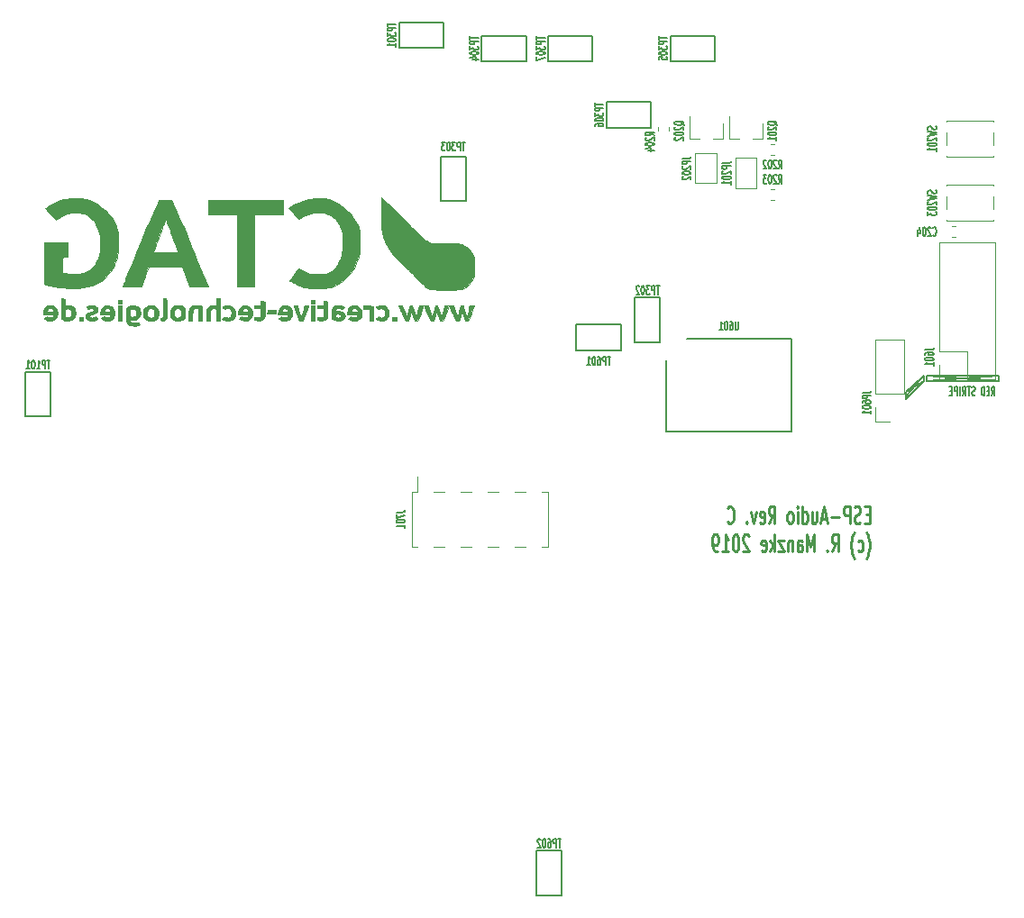
<source format=gbo>
G04 #@! TF.GenerationSoftware,KiCad,Pcbnew,(5.1.0)-1*
G04 #@! TF.CreationDate,2019-04-27T10:23:22+02:00*
G04 #@! TF.ProjectId,ESP32-Eurorack-Audio,45535033-322d-4457-9572-6f7261636b2d,C*
G04 #@! TF.SameCoordinates,Original*
G04 #@! TF.FileFunction,Legend,Bot*
G04 #@! TF.FilePolarity,Positive*
%FSLAX46Y46*%
G04 Gerber Fmt 4.6, Leading zero omitted, Abs format (unit mm)*
G04 Created by KiCad (PCBNEW (5.1.0)-1) date 2019-04-27 10:23:22*
%MOMM*%
%LPD*%
G04 APERTURE LIST*
%ADD10C,0.250000*%
%ADD11C,0.200000*%
%ADD12C,0.127000*%
%ADD13C,0.010000*%
%ADD14C,0.150000*%
%ADD15C,0.120000*%
G04 APERTURE END LIST*
D10*
X173949404Y-83210714D02*
X173616071Y-83210714D01*
X173473214Y-84048809D02*
X173949404Y-84048809D01*
X173949404Y-82448809D01*
X173473214Y-82448809D01*
X173092261Y-83972619D02*
X172949404Y-84048809D01*
X172711309Y-84048809D01*
X172616071Y-83972619D01*
X172568452Y-83896428D01*
X172520833Y-83744047D01*
X172520833Y-83591666D01*
X172568452Y-83439285D01*
X172616071Y-83363095D01*
X172711309Y-83286904D01*
X172901785Y-83210714D01*
X172997023Y-83134523D01*
X173044642Y-83058333D01*
X173092261Y-82905952D01*
X173092261Y-82753571D01*
X173044642Y-82601190D01*
X172997023Y-82525000D01*
X172901785Y-82448809D01*
X172663690Y-82448809D01*
X172520833Y-82525000D01*
X172092261Y-84048809D02*
X172092261Y-82448809D01*
X171711309Y-82448809D01*
X171616071Y-82525000D01*
X171568452Y-82601190D01*
X171520833Y-82753571D01*
X171520833Y-82982142D01*
X171568452Y-83134523D01*
X171616071Y-83210714D01*
X171711309Y-83286904D01*
X172092261Y-83286904D01*
X171092261Y-83439285D02*
X170330357Y-83439285D01*
X169901785Y-83591666D02*
X169425595Y-83591666D01*
X169997023Y-84048809D02*
X169663690Y-82448809D01*
X169330357Y-84048809D01*
X168568452Y-82982142D02*
X168568452Y-84048809D01*
X168997023Y-82982142D02*
X168997023Y-83820238D01*
X168949404Y-83972619D01*
X168854166Y-84048809D01*
X168711309Y-84048809D01*
X168616071Y-83972619D01*
X168568452Y-83896428D01*
X167663690Y-84048809D02*
X167663690Y-82448809D01*
X167663690Y-83972619D02*
X167758928Y-84048809D01*
X167949404Y-84048809D01*
X168044642Y-83972619D01*
X168092261Y-83896428D01*
X168139880Y-83744047D01*
X168139880Y-83286904D01*
X168092261Y-83134523D01*
X168044642Y-83058333D01*
X167949404Y-82982142D01*
X167758928Y-82982142D01*
X167663690Y-83058333D01*
X167187500Y-84048809D02*
X167187500Y-82982142D01*
X167187500Y-82448809D02*
X167235119Y-82525000D01*
X167187500Y-82601190D01*
X167139880Y-82525000D01*
X167187500Y-82448809D01*
X167187500Y-82601190D01*
X166568452Y-84048809D02*
X166663690Y-83972619D01*
X166711309Y-83896428D01*
X166758928Y-83744047D01*
X166758928Y-83286904D01*
X166711309Y-83134523D01*
X166663690Y-83058333D01*
X166568452Y-82982142D01*
X166425595Y-82982142D01*
X166330357Y-83058333D01*
X166282738Y-83134523D01*
X166235119Y-83286904D01*
X166235119Y-83744047D01*
X166282738Y-83896428D01*
X166330357Y-83972619D01*
X166425595Y-84048809D01*
X166568452Y-84048809D01*
X164473214Y-84048809D02*
X164806547Y-83286904D01*
X165044642Y-84048809D02*
X165044642Y-82448809D01*
X164663690Y-82448809D01*
X164568452Y-82525000D01*
X164520833Y-82601190D01*
X164473214Y-82753571D01*
X164473214Y-82982142D01*
X164520833Y-83134523D01*
X164568452Y-83210714D01*
X164663690Y-83286904D01*
X165044642Y-83286904D01*
X163663690Y-83972619D02*
X163758928Y-84048809D01*
X163949404Y-84048809D01*
X164044642Y-83972619D01*
X164092261Y-83820238D01*
X164092261Y-83210714D01*
X164044642Y-83058333D01*
X163949404Y-82982142D01*
X163758928Y-82982142D01*
X163663690Y-83058333D01*
X163616071Y-83210714D01*
X163616071Y-83363095D01*
X164092261Y-83515476D01*
X163282738Y-82982142D02*
X163044642Y-84048809D01*
X162806547Y-82982142D01*
X162425595Y-83896428D02*
X162377976Y-83972619D01*
X162425595Y-84048809D01*
X162473214Y-83972619D01*
X162425595Y-83896428D01*
X162425595Y-84048809D01*
X160616071Y-83896428D02*
X160663690Y-83972619D01*
X160806547Y-84048809D01*
X160901785Y-84048809D01*
X161044642Y-83972619D01*
X161139880Y-83820238D01*
X161187500Y-83667857D01*
X161235119Y-83363095D01*
X161235119Y-83134523D01*
X161187500Y-82829761D01*
X161139880Y-82677380D01*
X161044642Y-82525000D01*
X160901785Y-82448809D01*
X160806547Y-82448809D01*
X160663690Y-82525000D01*
X160616071Y-82601190D01*
X173663690Y-87308333D02*
X173711309Y-87232142D01*
X173806547Y-87003571D01*
X173854166Y-86851190D01*
X173901785Y-86622619D01*
X173949404Y-86241666D01*
X173949404Y-85936904D01*
X173901785Y-85555952D01*
X173854166Y-85327380D01*
X173806547Y-85175000D01*
X173711309Y-84946428D01*
X173663690Y-84870238D01*
X172854166Y-86622619D02*
X172949404Y-86698809D01*
X173139880Y-86698809D01*
X173235119Y-86622619D01*
X173282738Y-86546428D01*
X173330357Y-86394047D01*
X173330357Y-85936904D01*
X173282738Y-85784523D01*
X173235119Y-85708333D01*
X173139880Y-85632142D01*
X172949404Y-85632142D01*
X172854166Y-85708333D01*
X172520833Y-87308333D02*
X172473214Y-87232142D01*
X172377976Y-87003571D01*
X172330357Y-86851190D01*
X172282738Y-86622619D01*
X172235119Y-86241666D01*
X172235119Y-85936904D01*
X172282738Y-85555952D01*
X172330357Y-85327380D01*
X172377976Y-85175000D01*
X172473214Y-84946428D01*
X172520833Y-84870238D01*
X170425595Y-86698809D02*
X170758928Y-85936904D01*
X170997023Y-86698809D02*
X170997023Y-85098809D01*
X170616071Y-85098809D01*
X170520833Y-85175000D01*
X170473214Y-85251190D01*
X170425595Y-85403571D01*
X170425595Y-85632142D01*
X170473214Y-85784523D01*
X170520833Y-85860714D01*
X170616071Y-85936904D01*
X170997023Y-85936904D01*
X169997023Y-86546428D02*
X169949404Y-86622619D01*
X169997023Y-86698809D01*
X170044642Y-86622619D01*
X169997023Y-86546428D01*
X169997023Y-86698809D01*
X168758928Y-86698809D02*
X168758928Y-85098809D01*
X168425595Y-86241666D01*
X168092261Y-85098809D01*
X168092261Y-86698809D01*
X167187500Y-86698809D02*
X167187500Y-85860714D01*
X167235119Y-85708333D01*
X167330357Y-85632142D01*
X167520833Y-85632142D01*
X167616071Y-85708333D01*
X167187500Y-86622619D02*
X167282738Y-86698809D01*
X167520833Y-86698809D01*
X167616071Y-86622619D01*
X167663690Y-86470238D01*
X167663690Y-86317857D01*
X167616071Y-86165476D01*
X167520833Y-86089285D01*
X167282738Y-86089285D01*
X167187500Y-86013095D01*
X166711309Y-85632142D02*
X166711309Y-86698809D01*
X166711309Y-85784523D02*
X166663690Y-85708333D01*
X166568452Y-85632142D01*
X166425595Y-85632142D01*
X166330357Y-85708333D01*
X166282738Y-85860714D01*
X166282738Y-86698809D01*
X165901785Y-85632142D02*
X165377976Y-85632142D01*
X165901785Y-86698809D01*
X165377976Y-86698809D01*
X164997023Y-86698809D02*
X164997023Y-85098809D01*
X164901785Y-86089285D02*
X164616071Y-86698809D01*
X164616071Y-85632142D02*
X164997023Y-86241666D01*
X163806547Y-86622619D02*
X163901785Y-86698809D01*
X164092261Y-86698809D01*
X164187500Y-86622619D01*
X164235119Y-86470238D01*
X164235119Y-85860714D01*
X164187500Y-85708333D01*
X164092261Y-85632142D01*
X163901785Y-85632142D01*
X163806547Y-85708333D01*
X163758928Y-85860714D01*
X163758928Y-86013095D01*
X164235119Y-86165476D01*
X162616071Y-85251190D02*
X162568452Y-85175000D01*
X162473214Y-85098809D01*
X162235119Y-85098809D01*
X162139880Y-85175000D01*
X162092261Y-85251190D01*
X162044642Y-85403571D01*
X162044642Y-85555952D01*
X162092261Y-85784523D01*
X162663690Y-86698809D01*
X162044642Y-86698809D01*
X161425595Y-85098809D02*
X161330357Y-85098809D01*
X161235119Y-85175000D01*
X161187500Y-85251190D01*
X161139880Y-85403571D01*
X161092261Y-85708333D01*
X161092261Y-86089285D01*
X161139880Y-86394047D01*
X161187500Y-86546428D01*
X161235119Y-86622619D01*
X161330357Y-86698809D01*
X161425595Y-86698809D01*
X161520833Y-86622619D01*
X161568452Y-86546428D01*
X161616071Y-86394047D01*
X161663690Y-86089285D01*
X161663690Y-85708333D01*
X161616071Y-85403571D01*
X161568452Y-85251190D01*
X161520833Y-85175000D01*
X161425595Y-85098809D01*
X160139880Y-86698809D02*
X160711309Y-86698809D01*
X160425595Y-86698809D02*
X160425595Y-85098809D01*
X160520833Y-85327380D01*
X160616071Y-85479761D01*
X160711309Y-85555952D01*
X159663690Y-86698809D02*
X159473214Y-86698809D01*
X159377976Y-86622619D01*
X159330357Y-86546428D01*
X159235119Y-86317857D01*
X159187500Y-86013095D01*
X159187500Y-85403571D01*
X159235119Y-85251190D01*
X159282738Y-85175000D01*
X159377976Y-85098809D01*
X159568452Y-85098809D01*
X159663690Y-85175000D01*
X159711309Y-85251190D01*
X159758928Y-85403571D01*
X159758928Y-85784523D01*
X159711309Y-85936904D01*
X159663690Y-86013095D01*
X159568452Y-86089285D01*
X159377976Y-86089285D01*
X159282738Y-86013095D01*
X159235119Y-85936904D01*
X159187500Y-85784523D01*
D11*
X177350000Y-72150000D02*
X178850000Y-70400000D01*
X177350000Y-71650000D02*
X177350000Y-72150000D01*
X179100000Y-70650000D02*
X177350000Y-71650000D01*
X179100000Y-70150000D02*
X179100000Y-70650000D01*
X177350000Y-71650000D02*
X179100000Y-70150000D01*
X177350000Y-72400000D02*
X177350000Y-71650000D01*
X179100000Y-70650000D02*
X177350000Y-72400000D01*
D12*
X185414285Y-72017695D02*
X185583619Y-71630647D01*
X185704571Y-72017695D02*
X185704571Y-71204895D01*
X185511047Y-71204895D01*
X185462666Y-71243600D01*
X185438476Y-71282304D01*
X185414285Y-71359714D01*
X185414285Y-71475828D01*
X185438476Y-71553238D01*
X185462666Y-71591942D01*
X185511047Y-71630647D01*
X185704571Y-71630647D01*
X185196571Y-71591942D02*
X185027238Y-71591942D01*
X184954666Y-72017695D02*
X185196571Y-72017695D01*
X185196571Y-71204895D01*
X184954666Y-71204895D01*
X184736952Y-72017695D02*
X184736952Y-71204895D01*
X184616000Y-71204895D01*
X184543428Y-71243600D01*
X184495047Y-71321009D01*
X184470857Y-71398419D01*
X184446666Y-71553238D01*
X184446666Y-71669352D01*
X184470857Y-71824171D01*
X184495047Y-71901580D01*
X184543428Y-71978990D01*
X184616000Y-72017695D01*
X184736952Y-72017695D01*
X183866095Y-71978990D02*
X183793523Y-72017695D01*
X183672571Y-72017695D01*
X183624190Y-71978990D01*
X183600000Y-71940285D01*
X183575809Y-71862876D01*
X183575809Y-71785466D01*
X183600000Y-71708057D01*
X183624190Y-71669352D01*
X183672571Y-71630647D01*
X183769333Y-71591942D01*
X183817714Y-71553238D01*
X183841904Y-71514533D01*
X183866095Y-71437123D01*
X183866095Y-71359714D01*
X183841904Y-71282304D01*
X183817714Y-71243600D01*
X183769333Y-71204895D01*
X183648380Y-71204895D01*
X183575809Y-71243600D01*
X183430666Y-71204895D02*
X183140380Y-71204895D01*
X183285523Y-72017695D02*
X183285523Y-71204895D01*
X182680761Y-72017695D02*
X182850095Y-71630647D01*
X182971047Y-72017695D02*
X182971047Y-71204895D01*
X182777523Y-71204895D01*
X182729142Y-71243600D01*
X182704952Y-71282304D01*
X182680761Y-71359714D01*
X182680761Y-71475828D01*
X182704952Y-71553238D01*
X182729142Y-71591942D01*
X182777523Y-71630647D01*
X182971047Y-71630647D01*
X182463047Y-72017695D02*
X182463047Y-71204895D01*
X182221142Y-72017695D02*
X182221142Y-71204895D01*
X182027619Y-71204895D01*
X181979238Y-71243600D01*
X181955047Y-71282304D01*
X181930857Y-71359714D01*
X181930857Y-71475828D01*
X181955047Y-71553238D01*
X181979238Y-71591942D01*
X182027619Y-71630647D01*
X182221142Y-71630647D01*
X181713142Y-71591942D02*
X181543809Y-71591942D01*
X181471238Y-72017695D02*
X181713142Y-72017695D01*
X181713142Y-71204895D01*
X181471238Y-71204895D01*
D11*
X186100000Y-70150000D02*
X179350000Y-70650000D01*
X186100000Y-70650000D02*
X186100000Y-70150000D01*
X179350000Y-70150000D02*
X186100000Y-70650000D01*
X179350000Y-70650000D02*
X179350000Y-70150000D01*
X186100000Y-70650000D02*
X179350000Y-70650000D01*
X186100000Y-70150000D02*
X186100000Y-70650000D01*
X179350000Y-70150000D02*
X186100000Y-70150000D01*
D13*
G36*
X104582979Y-63564383D02*
G01*
X104470185Y-63582403D01*
X104375468Y-63617240D01*
X104287180Y-63672824D01*
X104218292Y-63730387D01*
X104129015Y-63811043D01*
X104138236Y-64404813D01*
X104141908Y-64587161D01*
X104146815Y-64747138D01*
X104152741Y-64880398D01*
X104159469Y-64982597D01*
X104166785Y-65049388D01*
X104171318Y-65070515D01*
X104235961Y-65200447D01*
X104334844Y-65306790D01*
X104465766Y-65387495D01*
X104545584Y-65418587D01*
X104642599Y-65441043D01*
X104766819Y-65456657D01*
X104903531Y-65464510D01*
X105038023Y-65463682D01*
X105138250Y-65455639D01*
X105220900Y-65440486D01*
X105297506Y-65418762D01*
X105334711Y-65403378D01*
X105404172Y-65367221D01*
X105349849Y-65278152D01*
X105314149Y-65219517D01*
X105285849Y-65172856D01*
X105277764Y-65159441D01*
X105259064Y-65142739D01*
X105224317Y-65141315D01*
X105163296Y-65154149D01*
X105063568Y-65171360D01*
X104950734Y-65178545D01*
X104838179Y-65176045D01*
X104739288Y-65164200D01*
X104667446Y-65143351D01*
X104663505Y-65141426D01*
X104574371Y-65073658D01*
X104516996Y-64980085D01*
X104504396Y-64938260D01*
X104490799Y-64877937D01*
X104602858Y-64895927D01*
X104798089Y-64911530D01*
X104971913Y-64891806D01*
X105121487Y-64839053D01*
X105256669Y-64754529D01*
X105356992Y-64649560D01*
X105423757Y-64521693D01*
X105458265Y-64368473D01*
X105460523Y-64271596D01*
X105106500Y-64271596D01*
X105089981Y-64362132D01*
X105046660Y-64457393D01*
X104985900Y-64540089D01*
X104939329Y-64580371D01*
X104855600Y-64615127D01*
X104751279Y-64628563D01*
X104642775Y-64619925D01*
X104566071Y-64597497D01*
X104492667Y-64566827D01*
X104492667Y-64242755D01*
X104492984Y-64112031D01*
X104495725Y-64017258D01*
X104503575Y-63952055D01*
X104519221Y-63910042D01*
X104545348Y-63884838D01*
X104584642Y-63870062D01*
X104639789Y-63859333D01*
X104655139Y-63856743D01*
X104779474Y-63854942D01*
X104890826Y-63890081D01*
X104984141Y-63957515D01*
X105054366Y-64052600D01*
X105096447Y-64170692D01*
X105106500Y-64271596D01*
X105460523Y-64271596D01*
X105462287Y-64195922D01*
X105436680Y-64026510D01*
X105378031Y-63882639D01*
X105284789Y-63762038D01*
X105155404Y-63662438D01*
X105065133Y-63614307D01*
X105005298Y-63588637D01*
X104949745Y-63572362D01*
X104885786Y-63563425D01*
X104800736Y-63559769D01*
X104725500Y-63559250D01*
X104582979Y-63564383D01*
X104582979Y-63564383D01*
G37*
X104582979Y-63564383D02*
X104470185Y-63582403D01*
X104375468Y-63617240D01*
X104287180Y-63672824D01*
X104218292Y-63730387D01*
X104129015Y-63811043D01*
X104138236Y-64404813D01*
X104141908Y-64587161D01*
X104146815Y-64747138D01*
X104152741Y-64880398D01*
X104159469Y-64982597D01*
X104166785Y-65049388D01*
X104171318Y-65070515D01*
X104235961Y-65200447D01*
X104334844Y-65306790D01*
X104465766Y-65387495D01*
X104545584Y-65418587D01*
X104642599Y-65441043D01*
X104766819Y-65456657D01*
X104903531Y-65464510D01*
X105038023Y-65463682D01*
X105138250Y-65455639D01*
X105220900Y-65440486D01*
X105297506Y-65418762D01*
X105334711Y-65403378D01*
X105404172Y-65367221D01*
X105349849Y-65278152D01*
X105314149Y-65219517D01*
X105285849Y-65172856D01*
X105277764Y-65159441D01*
X105259064Y-65142739D01*
X105224317Y-65141315D01*
X105163296Y-65154149D01*
X105063568Y-65171360D01*
X104950734Y-65178545D01*
X104838179Y-65176045D01*
X104739288Y-65164200D01*
X104667446Y-65143351D01*
X104663505Y-65141426D01*
X104574371Y-65073658D01*
X104516996Y-64980085D01*
X104504396Y-64938260D01*
X104490799Y-64877937D01*
X104602858Y-64895927D01*
X104798089Y-64911530D01*
X104971913Y-64891806D01*
X105121487Y-64839053D01*
X105256669Y-64754529D01*
X105356992Y-64649560D01*
X105423757Y-64521693D01*
X105458265Y-64368473D01*
X105460523Y-64271596D01*
X105106500Y-64271596D01*
X105089981Y-64362132D01*
X105046660Y-64457393D01*
X104985900Y-64540089D01*
X104939329Y-64580371D01*
X104855600Y-64615127D01*
X104751279Y-64628563D01*
X104642775Y-64619925D01*
X104566071Y-64597497D01*
X104492667Y-64566827D01*
X104492667Y-64242755D01*
X104492984Y-64112031D01*
X104495725Y-64017258D01*
X104503575Y-63952055D01*
X104519221Y-63910042D01*
X104545348Y-63884838D01*
X104584642Y-63870062D01*
X104639789Y-63859333D01*
X104655139Y-63856743D01*
X104779474Y-63854942D01*
X104890826Y-63890081D01*
X104984141Y-63957515D01*
X105054366Y-64052600D01*
X105096447Y-64170692D01*
X105106500Y-64271596D01*
X105460523Y-64271596D01*
X105462287Y-64195922D01*
X105436680Y-64026510D01*
X105378031Y-63882639D01*
X105284789Y-63762038D01*
X105155404Y-63662438D01*
X105065133Y-63614307D01*
X105005298Y-63588637D01*
X104949745Y-63572362D01*
X104885786Y-63563425D01*
X104800736Y-63559769D01*
X104725500Y-63559250D01*
X104582979Y-63564383D01*
G36*
X129151834Y-65009167D02*
G01*
X129554000Y-65009167D01*
X129554000Y-64628167D01*
X129151834Y-64628167D01*
X129151834Y-65009167D01*
X129151834Y-65009167D01*
G37*
X129151834Y-65009167D02*
X129554000Y-65009167D01*
X129554000Y-64628167D01*
X129151834Y-64628167D01*
X129151834Y-65009167D01*
G36*
X99709000Y-65009167D02*
G01*
X100111167Y-65009167D01*
X100111167Y-64628167D01*
X99709000Y-64628167D01*
X99709000Y-65009167D01*
X99709000Y-65009167D01*
G37*
X99709000Y-65009167D02*
X100111167Y-65009167D01*
X100111167Y-64628167D01*
X99709000Y-64628167D01*
X99709000Y-65009167D01*
G36*
X127971613Y-63542857D02*
G01*
X127895370Y-63552571D01*
X127825915Y-63572834D01*
X127760433Y-63600243D01*
X127669889Y-63643531D01*
X127616320Y-63677860D01*
X127597096Y-63709231D01*
X127609589Y-63743641D01*
X127651169Y-63787090D01*
X127670911Y-63804508D01*
X127741660Y-63862144D01*
X127793629Y-63892101D01*
X127837402Y-63897191D01*
X127883565Y-63880226D01*
X127906415Y-63867076D01*
X128009196Y-63827636D01*
X128119543Y-63824472D01*
X128227476Y-63855333D01*
X128323015Y-63917970D01*
X128371812Y-63972000D01*
X128410080Y-64052164D01*
X128432910Y-64158350D01*
X128440140Y-64277099D01*
X128431608Y-64394953D01*
X128407151Y-64498452D01*
X128378867Y-64557640D01*
X128311653Y-64626237D01*
X128216389Y-64678184D01*
X128119749Y-64704182D01*
X128054191Y-64708371D01*
X127994274Y-64695639D01*
X127921414Y-64662507D01*
X127814627Y-64607104D01*
X127689480Y-64705424D01*
X127629614Y-64753028D01*
X127585350Y-64789311D01*
X127564865Y-64807547D01*
X127564334Y-64808393D01*
X127581792Y-64826283D01*
X127626714Y-64855330D01*
X127687925Y-64889404D01*
X127754247Y-64922372D01*
X127814503Y-64948103D01*
X127827396Y-64952716D01*
X127929108Y-64975112D01*
X128052935Y-64984799D01*
X128180464Y-64981289D01*
X128289621Y-64964970D01*
X128438176Y-64909305D01*
X128571420Y-64815214D01*
X128615074Y-64772789D01*
X128689574Y-64686136D01*
X128739491Y-64602454D01*
X128773112Y-64505086D01*
X128791804Y-64417585D01*
X128804996Y-64237581D01*
X128779617Y-64067589D01*
X128718025Y-63912294D01*
X128622581Y-63776382D01*
X128495644Y-63664539D01*
X128379250Y-63598376D01*
X128304698Y-63567584D01*
X128236911Y-63549825D01*
X128158654Y-63541837D01*
X128072334Y-63540292D01*
X127971613Y-63542857D01*
X127971613Y-63542857D01*
G37*
X127971613Y-63542857D02*
X127895370Y-63552571D01*
X127825915Y-63572834D01*
X127760433Y-63600243D01*
X127669889Y-63643531D01*
X127616320Y-63677860D01*
X127597096Y-63709231D01*
X127609589Y-63743641D01*
X127651169Y-63787090D01*
X127670911Y-63804508D01*
X127741660Y-63862144D01*
X127793629Y-63892101D01*
X127837402Y-63897191D01*
X127883565Y-63880226D01*
X127906415Y-63867076D01*
X128009196Y-63827636D01*
X128119543Y-63824472D01*
X128227476Y-63855333D01*
X128323015Y-63917970D01*
X128371812Y-63972000D01*
X128410080Y-64052164D01*
X128432910Y-64158350D01*
X128440140Y-64277099D01*
X128431608Y-64394953D01*
X128407151Y-64498452D01*
X128378867Y-64557640D01*
X128311653Y-64626237D01*
X128216389Y-64678184D01*
X128119749Y-64704182D01*
X128054191Y-64708371D01*
X127994274Y-64695639D01*
X127921414Y-64662507D01*
X127814627Y-64607104D01*
X127689480Y-64705424D01*
X127629614Y-64753028D01*
X127585350Y-64789311D01*
X127564865Y-64807547D01*
X127564334Y-64808393D01*
X127581792Y-64826283D01*
X127626714Y-64855330D01*
X127687925Y-64889404D01*
X127754247Y-64922372D01*
X127814503Y-64948103D01*
X127827396Y-64952716D01*
X127929108Y-64975112D01*
X128052935Y-64984799D01*
X128180464Y-64981289D01*
X128289621Y-64964970D01*
X128438176Y-64909305D01*
X128571420Y-64815214D01*
X128615074Y-64772789D01*
X128689574Y-64686136D01*
X128739491Y-64602454D01*
X128773112Y-64505086D01*
X128791804Y-64417585D01*
X128804996Y-64237581D01*
X128779617Y-64067589D01*
X128718025Y-63912294D01*
X128622581Y-63776382D01*
X128495644Y-63664539D01*
X128379250Y-63598376D01*
X128304698Y-63567584D01*
X128236911Y-63549825D01*
X128158654Y-63541837D01*
X128072334Y-63540292D01*
X127971613Y-63542857D01*
G36*
X125351109Y-63572686D02*
G01*
X125326845Y-63580974D01*
X125195866Y-63652943D01*
X125086791Y-63758016D01*
X125002718Y-63891370D01*
X124946746Y-64048181D01*
X124922669Y-64210125D01*
X124913061Y-64374167D01*
X125392031Y-64374167D01*
X125546166Y-64374290D01*
X125663101Y-64374967D01*
X125747970Y-64376662D01*
X125805906Y-64379837D01*
X125842044Y-64384955D01*
X125861516Y-64392479D01*
X125869457Y-64402871D01*
X125870999Y-64416594D01*
X125871000Y-64417343D01*
X125861611Y-64462442D01*
X125838074Y-64523747D01*
X125827420Y-64545945D01*
X125777248Y-64616017D01*
X125707222Y-64661587D01*
X125610512Y-64685719D01*
X125502888Y-64691667D01*
X125421785Y-64688956D01*
X125367215Y-64677986D01*
X125323568Y-64654499D01*
X125300731Y-64636538D01*
X125235214Y-64581409D01*
X125166816Y-64635170D01*
X125103879Y-64685266D01*
X125042014Y-64735422D01*
X125036909Y-64739621D01*
X124975400Y-64790311D01*
X125048631Y-64846168D01*
X125138667Y-64905542D01*
X125231969Y-64944993D01*
X125340967Y-64968280D01*
X125478091Y-64979159D01*
X125490000Y-64979584D01*
X125585888Y-64980799D01*
X125672569Y-64978386D01*
X125736580Y-64972861D01*
X125754584Y-64969449D01*
X125893561Y-64912702D01*
X126018909Y-64823660D01*
X126121739Y-64710509D01*
X126193160Y-64581432D01*
X126201809Y-64557693D01*
X126230005Y-64427555D01*
X126237757Y-64278813D01*
X126226395Y-64141334D01*
X125873853Y-64141334D01*
X125256361Y-64141334D01*
X125269723Y-64083125D01*
X125311389Y-63976551D01*
X125376522Y-63897485D01*
X125457797Y-63847645D01*
X125547890Y-63828746D01*
X125639477Y-63842505D01*
X125725234Y-63890638D01*
X125789133Y-63961417D01*
X125826700Y-64022502D01*
X125854173Y-64077276D01*
X125860179Y-64093709D01*
X125873853Y-64141334D01*
X126226395Y-64141334D01*
X126225435Y-64129725D01*
X126193410Y-63998547D01*
X126190267Y-63990053D01*
X126120064Y-63855750D01*
X126021111Y-63735588D01*
X125903979Y-63641577D01*
X125863028Y-63618283D01*
X125745101Y-63575122D01*
X125609674Y-63552384D01*
X125472943Y-63551196D01*
X125351109Y-63572686D01*
X125351109Y-63572686D01*
G37*
X125351109Y-63572686D02*
X125326845Y-63580974D01*
X125195866Y-63652943D01*
X125086791Y-63758016D01*
X125002718Y-63891370D01*
X124946746Y-64048181D01*
X124922669Y-64210125D01*
X124913061Y-64374167D01*
X125392031Y-64374167D01*
X125546166Y-64374290D01*
X125663101Y-64374967D01*
X125747970Y-64376662D01*
X125805906Y-64379837D01*
X125842044Y-64384955D01*
X125861516Y-64392479D01*
X125869457Y-64402871D01*
X125870999Y-64416594D01*
X125871000Y-64417343D01*
X125861611Y-64462442D01*
X125838074Y-64523747D01*
X125827420Y-64545945D01*
X125777248Y-64616017D01*
X125707222Y-64661587D01*
X125610512Y-64685719D01*
X125502888Y-64691667D01*
X125421785Y-64688956D01*
X125367215Y-64677986D01*
X125323568Y-64654499D01*
X125300731Y-64636538D01*
X125235214Y-64581409D01*
X125166816Y-64635170D01*
X125103879Y-64685266D01*
X125042014Y-64735422D01*
X125036909Y-64739621D01*
X124975400Y-64790311D01*
X125048631Y-64846168D01*
X125138667Y-64905542D01*
X125231969Y-64944993D01*
X125340967Y-64968280D01*
X125478091Y-64979159D01*
X125490000Y-64979584D01*
X125585888Y-64980799D01*
X125672569Y-64978386D01*
X125736580Y-64972861D01*
X125754584Y-64969449D01*
X125893561Y-64912702D01*
X126018909Y-64823660D01*
X126121739Y-64710509D01*
X126193160Y-64581432D01*
X126201809Y-64557693D01*
X126230005Y-64427555D01*
X126237757Y-64278813D01*
X126226395Y-64141334D01*
X125873853Y-64141334D01*
X125256361Y-64141334D01*
X125269723Y-64083125D01*
X125311389Y-63976551D01*
X125376522Y-63897485D01*
X125457797Y-63847645D01*
X125547890Y-63828746D01*
X125639477Y-63842505D01*
X125725234Y-63890638D01*
X125789133Y-63961417D01*
X125826700Y-64022502D01*
X125854173Y-64077276D01*
X125860179Y-64093709D01*
X125873853Y-64141334D01*
X126226395Y-64141334D01*
X126225435Y-64129725D01*
X126193410Y-63998547D01*
X126190267Y-63990053D01*
X126120064Y-63855750D01*
X126021111Y-63735588D01*
X125903979Y-63641577D01*
X125863028Y-63618283D01*
X125745101Y-63575122D01*
X125609674Y-63552384D01*
X125472943Y-63551196D01*
X125351109Y-63572686D01*
G36*
X123895944Y-63555257D02*
G01*
X123753162Y-63588307D01*
X123639784Y-63645783D01*
X123552106Y-63729443D01*
X123497209Y-63817966D01*
X123480529Y-63854202D01*
X123467891Y-63890437D01*
X123458612Y-63933287D01*
X123452005Y-63989372D01*
X123447387Y-64065308D01*
X123444071Y-64167715D01*
X123441374Y-64303210D01*
X123440323Y-64367605D01*
X123433229Y-64816127D01*
X123537084Y-64868754D01*
X123725617Y-64941701D01*
X123931284Y-64980102D01*
X124064306Y-64985545D01*
X124149462Y-64983187D01*
X124222229Y-64979205D01*
X124268763Y-64974392D01*
X124272917Y-64973582D01*
X124391638Y-64938862D01*
X124482800Y-64891962D01*
X124529814Y-64855617D01*
X124607655Y-64772094D01*
X124652813Y-64681479D01*
X124671046Y-64570570D01*
X124672040Y-64532917D01*
X124304667Y-64532917D01*
X124287742Y-64610425D01*
X124237272Y-64662158D01*
X124181479Y-64682903D01*
X124131579Y-64695101D01*
X124103584Y-64703617D01*
X124069185Y-64706711D01*
X124008853Y-64704361D01*
X123938424Y-64698003D01*
X123873737Y-64689071D01*
X123830628Y-64679001D01*
X123830218Y-64678846D01*
X123810189Y-64651132D01*
X123798022Y-64595486D01*
X123793722Y-64525572D01*
X123797291Y-64455049D01*
X123808732Y-64397581D01*
X123828048Y-64366829D01*
X123830148Y-64365848D01*
X123883462Y-64356077D01*
X123962093Y-64353486D01*
X124049721Y-64357620D01*
X124130025Y-64368023D01*
X124161078Y-64375083D01*
X124243089Y-64408744D01*
X124289116Y-64457154D01*
X124304587Y-64526280D01*
X124304667Y-64532917D01*
X124672040Y-64532917D01*
X124672134Y-64529372D01*
X124668274Y-64444251D01*
X124652688Y-64381051D01*
X124620084Y-64319853D01*
X124614010Y-64310536D01*
X124537336Y-64229896D01*
X124427940Y-64164142D01*
X124293613Y-64115882D01*
X124142145Y-64087721D01*
X123981329Y-64082268D01*
X123939542Y-64084843D01*
X123863985Y-64090310D01*
X123821248Y-64089448D01*
X123801987Y-64079705D01*
X123796856Y-64058532D01*
X123796667Y-64045848D01*
X123814149Y-63959394D01*
X123861425Y-63889569D01*
X123897574Y-63863201D01*
X123975304Y-63839502D01*
X124073837Y-63833587D01*
X124176006Y-63844523D01*
X124264641Y-63871380D01*
X124289412Y-63884446D01*
X124369306Y-63933823D01*
X124437528Y-63880196D01*
X124500763Y-63829857D01*
X124563185Y-63779248D01*
X124568020Y-63775273D01*
X124630289Y-63723976D01*
X124546853Y-63668894D01*
X124440944Y-63608892D01*
X124332457Y-63570511D01*
X124208259Y-63550322D01*
X124071834Y-63544872D01*
X123895944Y-63555257D01*
X123895944Y-63555257D01*
G37*
X123895944Y-63555257D02*
X123753162Y-63588307D01*
X123639784Y-63645783D01*
X123552106Y-63729443D01*
X123497209Y-63817966D01*
X123480529Y-63854202D01*
X123467891Y-63890437D01*
X123458612Y-63933287D01*
X123452005Y-63989372D01*
X123447387Y-64065308D01*
X123444071Y-64167715D01*
X123441374Y-64303210D01*
X123440323Y-64367605D01*
X123433229Y-64816127D01*
X123537084Y-64868754D01*
X123725617Y-64941701D01*
X123931284Y-64980102D01*
X124064306Y-64985545D01*
X124149462Y-64983187D01*
X124222229Y-64979205D01*
X124268763Y-64974392D01*
X124272917Y-64973582D01*
X124391638Y-64938862D01*
X124482800Y-64891962D01*
X124529814Y-64855617D01*
X124607655Y-64772094D01*
X124652813Y-64681479D01*
X124671046Y-64570570D01*
X124672040Y-64532917D01*
X124304667Y-64532917D01*
X124287742Y-64610425D01*
X124237272Y-64662158D01*
X124181479Y-64682903D01*
X124131579Y-64695101D01*
X124103584Y-64703617D01*
X124069185Y-64706711D01*
X124008853Y-64704361D01*
X123938424Y-64698003D01*
X123873737Y-64689071D01*
X123830628Y-64679001D01*
X123830218Y-64678846D01*
X123810189Y-64651132D01*
X123798022Y-64595486D01*
X123793722Y-64525572D01*
X123797291Y-64455049D01*
X123808732Y-64397581D01*
X123828048Y-64366829D01*
X123830148Y-64365848D01*
X123883462Y-64356077D01*
X123962093Y-64353486D01*
X124049721Y-64357620D01*
X124130025Y-64368023D01*
X124161078Y-64375083D01*
X124243089Y-64408744D01*
X124289116Y-64457154D01*
X124304587Y-64526280D01*
X124304667Y-64532917D01*
X124672040Y-64532917D01*
X124672134Y-64529372D01*
X124668274Y-64444251D01*
X124652688Y-64381051D01*
X124620084Y-64319853D01*
X124614010Y-64310536D01*
X124537336Y-64229896D01*
X124427940Y-64164142D01*
X124293613Y-64115882D01*
X124142145Y-64087721D01*
X123981329Y-64082268D01*
X123939542Y-64084843D01*
X123863985Y-64090310D01*
X123821248Y-64089448D01*
X123801987Y-64079705D01*
X123796856Y-64058532D01*
X123796667Y-64045848D01*
X123814149Y-63959394D01*
X123861425Y-63889569D01*
X123897574Y-63863201D01*
X123975304Y-63839502D01*
X124073837Y-63833587D01*
X124176006Y-63844523D01*
X124264641Y-63871380D01*
X124289412Y-63884446D01*
X124369306Y-63933823D01*
X124437528Y-63880196D01*
X124500763Y-63829857D01*
X124563185Y-63779248D01*
X124568020Y-63775273D01*
X124630289Y-63723976D01*
X124546853Y-63668894D01*
X124440944Y-63608892D01*
X124332457Y-63570511D01*
X124208259Y-63550322D01*
X124071834Y-63544872D01*
X123895944Y-63555257D01*
G36*
X122705794Y-63144600D02*
G01*
X122699599Y-63178173D01*
X122696740Y-63239459D01*
X122696004Y-63335445D01*
X122696000Y-63346157D01*
X122696000Y-63569834D01*
X122103334Y-63569834D01*
X122103334Y-63845000D01*
X122696000Y-63845000D01*
X122696000Y-64189540D01*
X122695166Y-64331253D01*
X122691478Y-64437209D01*
X122683162Y-64513973D01*
X122668443Y-64568108D01*
X122645546Y-64606177D01*
X122612696Y-64634744D01*
X122568767Y-64660038D01*
X122498211Y-64684734D01*
X122414643Y-64689196D01*
X122308321Y-64673383D01*
X122246923Y-64658731D01*
X122179692Y-64642508D01*
X122131281Y-64633086D01*
X122113521Y-64632272D01*
X122105302Y-64654552D01*
X122090229Y-64706031D01*
X122074350Y-64765009D01*
X122057782Y-64832333D01*
X122054581Y-64876575D01*
X122070967Y-64905137D01*
X122113162Y-64925424D01*
X122187387Y-64944841D01*
X122234512Y-64955637D01*
X122431888Y-64982772D01*
X122623783Y-64974779D01*
X122635404Y-64973070D01*
X122721333Y-64944599D01*
X122815189Y-64889548D01*
X122903287Y-64817736D01*
X122971939Y-64738983D01*
X122980990Y-64725127D01*
X123045250Y-64621005D01*
X123051580Y-63906829D01*
X123057909Y-63192653D01*
X122998663Y-63180884D01*
X122937281Y-63169634D01*
X122864555Y-63157498D01*
X122854750Y-63155959D01*
X122790698Y-63144940D01*
X122740041Y-63134433D01*
X122733042Y-63132642D01*
X122716538Y-63131753D01*
X122705794Y-63144600D01*
X122705794Y-63144600D01*
G37*
X122705794Y-63144600D02*
X122699599Y-63178173D01*
X122696740Y-63239459D01*
X122696004Y-63335445D01*
X122696000Y-63346157D01*
X122696000Y-63569834D01*
X122103334Y-63569834D01*
X122103334Y-63845000D01*
X122696000Y-63845000D01*
X122696000Y-64189540D01*
X122695166Y-64331253D01*
X122691478Y-64437209D01*
X122683162Y-64513973D01*
X122668443Y-64568108D01*
X122645546Y-64606177D01*
X122612696Y-64634744D01*
X122568767Y-64660038D01*
X122498211Y-64684734D01*
X122414643Y-64689196D01*
X122308321Y-64673383D01*
X122246923Y-64658731D01*
X122179692Y-64642508D01*
X122131281Y-64633086D01*
X122113521Y-64632272D01*
X122105302Y-64654552D01*
X122090229Y-64706031D01*
X122074350Y-64765009D01*
X122057782Y-64832333D01*
X122054581Y-64876575D01*
X122070967Y-64905137D01*
X122113162Y-64925424D01*
X122187387Y-64944841D01*
X122234512Y-64955637D01*
X122431888Y-64982772D01*
X122623783Y-64974779D01*
X122635404Y-64973070D01*
X122721333Y-64944599D01*
X122815189Y-64889548D01*
X122903287Y-64817736D01*
X122971939Y-64738983D01*
X122980990Y-64725127D01*
X123045250Y-64621005D01*
X123051580Y-63906829D01*
X123057909Y-63192653D01*
X122998663Y-63180884D01*
X122937281Y-63169634D01*
X122864555Y-63157498D01*
X122854750Y-63155959D01*
X122790698Y-63144940D01*
X122740041Y-63134433D01*
X122733042Y-63132642D01*
X122716538Y-63131753D01*
X122705794Y-63144600D01*
G36*
X118854945Y-63566562D02*
G01*
X118718290Y-63616274D01*
X118604667Y-63700417D01*
X118511213Y-63820674D01*
X118488496Y-63860623D01*
X118440689Y-63974733D01*
X118403451Y-64110435D01*
X118381718Y-64247366D01*
X118378160Y-64315959D01*
X118378000Y-64374167D01*
X119352474Y-64374167D01*
X119338904Y-64432375D01*
X119298353Y-64545451D01*
X119235404Y-64624442D01*
X119146475Y-64672070D01*
X119027982Y-64691061D01*
X118997895Y-64691667D01*
X118890156Y-64685469D01*
X118813010Y-64664616D01*
X118756244Y-64625723D01*
X118737834Y-64605439D01*
X118720185Y-64587986D01*
X118700646Y-64585586D01*
X118671325Y-64602039D01*
X118624332Y-64641142D01*
X118579084Y-64681855D01*
X118516924Y-64739152D01*
X118482106Y-64775706D01*
X118470405Y-64798986D01*
X118477596Y-64816457D01*
X118494417Y-64831517D01*
X118536788Y-64859316D01*
X118601390Y-64894818D01*
X118651950Y-64919745D01*
X118764236Y-64957109D01*
X118899768Y-64979361D01*
X119042757Y-64985703D01*
X119177416Y-64975340D01*
X119277747Y-64951320D01*
X119425987Y-64877666D01*
X119544513Y-64774824D01*
X119632023Y-64644991D01*
X119687214Y-64490364D01*
X119708782Y-64313139D01*
X119707217Y-64227380D01*
X119689798Y-64119487D01*
X119330500Y-64119487D01*
X119309766Y-64128992D01*
X119249151Y-64135915D01*
X119151044Y-64140083D01*
X119031521Y-64141334D01*
X118732542Y-64141334D01*
X118746016Y-64072542D01*
X118782731Y-63978353D01*
X118847189Y-63901771D01*
X118929998Y-63849819D01*
X119021769Y-63829520D01*
X119066215Y-63833076D01*
X119146166Y-63864599D01*
X119222336Y-63922449D01*
X119284664Y-63995726D01*
X119323091Y-64073527D01*
X119330500Y-64119487D01*
X119689798Y-64119487D01*
X119678640Y-64050378D01*
X119616763Y-63894861D01*
X119524952Y-63764137D01*
X119406574Y-63661513D01*
X119264994Y-63590298D01*
X119103579Y-63553800D01*
X119017498Y-63549596D01*
X118854945Y-63566562D01*
X118854945Y-63566562D01*
G37*
X118854945Y-63566562D02*
X118718290Y-63616274D01*
X118604667Y-63700417D01*
X118511213Y-63820674D01*
X118488496Y-63860623D01*
X118440689Y-63974733D01*
X118403451Y-64110435D01*
X118381718Y-64247366D01*
X118378160Y-64315959D01*
X118378000Y-64374167D01*
X119352474Y-64374167D01*
X119338904Y-64432375D01*
X119298353Y-64545451D01*
X119235404Y-64624442D01*
X119146475Y-64672070D01*
X119027982Y-64691061D01*
X118997895Y-64691667D01*
X118890156Y-64685469D01*
X118813010Y-64664616D01*
X118756244Y-64625723D01*
X118737834Y-64605439D01*
X118720185Y-64587986D01*
X118700646Y-64585586D01*
X118671325Y-64602039D01*
X118624332Y-64641142D01*
X118579084Y-64681855D01*
X118516924Y-64739152D01*
X118482106Y-64775706D01*
X118470405Y-64798986D01*
X118477596Y-64816457D01*
X118494417Y-64831517D01*
X118536788Y-64859316D01*
X118601390Y-64894818D01*
X118651950Y-64919745D01*
X118764236Y-64957109D01*
X118899768Y-64979361D01*
X119042757Y-64985703D01*
X119177416Y-64975340D01*
X119277747Y-64951320D01*
X119425987Y-64877666D01*
X119544513Y-64774824D01*
X119632023Y-64644991D01*
X119687214Y-64490364D01*
X119708782Y-64313139D01*
X119707217Y-64227380D01*
X119689798Y-64119487D01*
X119330500Y-64119487D01*
X119309766Y-64128992D01*
X119249151Y-64135915D01*
X119151044Y-64140083D01*
X119031521Y-64141334D01*
X118732542Y-64141334D01*
X118746016Y-64072542D01*
X118782731Y-63978353D01*
X118847189Y-63901771D01*
X118929998Y-63849819D01*
X119021769Y-63829520D01*
X119066215Y-63833076D01*
X119146166Y-63864599D01*
X119222336Y-63922449D01*
X119284664Y-63995726D01*
X119323091Y-64073527D01*
X119330500Y-64119487D01*
X119689798Y-64119487D01*
X119678640Y-64050378D01*
X119616763Y-63894861D01*
X119524952Y-63764137D01*
X119406574Y-63661513D01*
X119264994Y-63590298D01*
X119103579Y-63553800D01*
X119017498Y-63549596D01*
X118854945Y-63566562D01*
G36*
X116790500Y-63569834D02*
G01*
X116197834Y-63569834D01*
X116197834Y-63845000D01*
X116790500Y-63845000D01*
X116790500Y-64546757D01*
X116729713Y-64607544D01*
X116674453Y-64651475D01*
X116617137Y-64680925D01*
X116608549Y-64683486D01*
X116553889Y-64687302D01*
X116472493Y-64681552D01*
X116378415Y-64668005D01*
X116285707Y-64648427D01*
X116248400Y-64638186D01*
X116220416Y-64635174D01*
X116201724Y-64653011D01*
X116185390Y-64700525D01*
X116178651Y-64727009D01*
X116161805Y-64794284D01*
X116147697Y-64848181D01*
X116143243Y-64864058D01*
X116147874Y-64889815D01*
X116182903Y-64913730D01*
X116234158Y-64933834D01*
X116314676Y-64953966D01*
X116417495Y-64969105D01*
X116528109Y-64978219D01*
X116632010Y-64980279D01*
X116714693Y-64974251D01*
X116737584Y-64969613D01*
X116872550Y-64915112D01*
X116986450Y-64831887D01*
X117072284Y-64726294D01*
X117117715Y-64624488D01*
X117127324Y-64584469D01*
X117134941Y-64533073D01*
X117140769Y-64465467D01*
X117145013Y-64376820D01*
X117147875Y-64262301D01*
X117149562Y-64117078D01*
X117150275Y-63936319D01*
X117150334Y-63851742D01*
X117150172Y-63689048D01*
X117149712Y-63540805D01*
X117148995Y-63412079D01*
X117148061Y-63307939D01*
X117146951Y-63233453D01*
X117145706Y-63193688D01*
X117145042Y-63188410D01*
X117123222Y-63185062D01*
X117069689Y-63176509D01*
X116994512Y-63164365D01*
X116965125Y-63159593D01*
X116790500Y-63131198D01*
X116790500Y-63569834D01*
X116790500Y-63569834D01*
G37*
X116790500Y-63569834D02*
X116197834Y-63569834D01*
X116197834Y-63845000D01*
X116790500Y-63845000D01*
X116790500Y-64546757D01*
X116729713Y-64607544D01*
X116674453Y-64651475D01*
X116617137Y-64680925D01*
X116608549Y-64683486D01*
X116553889Y-64687302D01*
X116472493Y-64681552D01*
X116378415Y-64668005D01*
X116285707Y-64648427D01*
X116248400Y-64638186D01*
X116220416Y-64635174D01*
X116201724Y-64653011D01*
X116185390Y-64700525D01*
X116178651Y-64727009D01*
X116161805Y-64794284D01*
X116147697Y-64848181D01*
X116143243Y-64864058D01*
X116147874Y-64889815D01*
X116182903Y-64913730D01*
X116234158Y-64933834D01*
X116314676Y-64953966D01*
X116417495Y-64969105D01*
X116528109Y-64978219D01*
X116632010Y-64980279D01*
X116714693Y-64974251D01*
X116737584Y-64969613D01*
X116872550Y-64915112D01*
X116986450Y-64831887D01*
X117072284Y-64726294D01*
X117117715Y-64624488D01*
X117127324Y-64584469D01*
X117134941Y-64533073D01*
X117140769Y-64465467D01*
X117145013Y-64376820D01*
X117147875Y-64262301D01*
X117149562Y-64117078D01*
X117150275Y-63936319D01*
X117150334Y-63851742D01*
X117150172Y-63689048D01*
X117149712Y-63540805D01*
X117148995Y-63412079D01*
X117148061Y-63307939D01*
X117146951Y-63233453D01*
X117145706Y-63193688D01*
X117145042Y-63188410D01*
X117123222Y-63185062D01*
X117069689Y-63176509D01*
X116994512Y-63164365D01*
X116965125Y-63159593D01*
X116790500Y-63131198D01*
X116790500Y-63569834D01*
G36*
X115157244Y-63553018D02*
G01*
X115102706Y-63565949D01*
X115043358Y-63590864D01*
X115024846Y-63599794D01*
X114890990Y-63687865D01*
X114785859Y-63806021D01*
X114710770Y-63952089D01*
X114667039Y-64123890D01*
X114658145Y-64205989D01*
X114646618Y-64374167D01*
X115125893Y-64374167D01*
X115280088Y-64374292D01*
X115397081Y-64374974D01*
X115482004Y-64376674D01*
X115539989Y-64379851D01*
X115576166Y-64384968D01*
X115595666Y-64392483D01*
X115603623Y-64402858D01*
X115605166Y-64416554D01*
X115605167Y-64417180D01*
X115587636Y-64501468D01*
X115542130Y-64584240D01*
X115479280Y-64646609D01*
X115474149Y-64649946D01*
X115428757Y-64673290D01*
X115378035Y-64685586D01*
X115308366Y-64689028D01*
X115241659Y-64687368D01*
X115153032Y-64681789D01*
X115094492Y-64671486D01*
X115053821Y-64653267D01*
X115026218Y-64631111D01*
X114998442Y-64606709D01*
X114974500Y-64596252D01*
X114946481Y-64602753D01*
X114906474Y-64629222D01*
X114846569Y-64678670D01*
X114803123Y-64716019D01*
X114713469Y-64793288D01*
X114788253Y-64850328D01*
X114892123Y-64909069D01*
X115023723Y-64953009D01*
X115170391Y-64980018D01*
X115319464Y-64987968D01*
X115458279Y-64974728D01*
X115488750Y-64968139D01*
X115625852Y-64914317D01*
X115750853Y-64826998D01*
X115854376Y-64714684D01*
X115927044Y-64585877D01*
X115935637Y-64563000D01*
X115968814Y-64419087D01*
X115976769Y-64261926D01*
X115962510Y-64130070D01*
X115605167Y-64130070D01*
X115585246Y-64134066D01*
X115530462Y-64137438D01*
X115448284Y-64139910D01*
X115346181Y-64141206D01*
X115300501Y-64141334D01*
X114995835Y-64141334D01*
X115017648Y-64055398D01*
X115060577Y-63958645D01*
X115128636Y-63887068D01*
X115213365Y-63843161D01*
X115306299Y-63829417D01*
X115398978Y-63848329D01*
X115482938Y-63902390D01*
X115495211Y-63914695D01*
X115526253Y-63957107D01*
X115560222Y-64016518D01*
X115588973Y-64076973D01*
X115604360Y-64122516D01*
X115605167Y-64130070D01*
X115962510Y-64130070D01*
X115960042Y-64107248D01*
X115919172Y-63970788D01*
X115915007Y-63961417D01*
X115826282Y-63809449D01*
X115714892Y-63693141D01*
X115579863Y-63611831D01*
X115420222Y-63564857D01*
X115314440Y-63552999D01*
X115222609Y-63549543D01*
X115157244Y-63553018D01*
X115157244Y-63553018D01*
G37*
X115157244Y-63553018D02*
X115102706Y-63565949D01*
X115043358Y-63590864D01*
X115024846Y-63599794D01*
X114890990Y-63687865D01*
X114785859Y-63806021D01*
X114710770Y-63952089D01*
X114667039Y-64123890D01*
X114658145Y-64205989D01*
X114646618Y-64374167D01*
X115125893Y-64374167D01*
X115280088Y-64374292D01*
X115397081Y-64374974D01*
X115482004Y-64376674D01*
X115539989Y-64379851D01*
X115576166Y-64384968D01*
X115595666Y-64392483D01*
X115603623Y-64402858D01*
X115605166Y-64416554D01*
X115605167Y-64417180D01*
X115587636Y-64501468D01*
X115542130Y-64584240D01*
X115479280Y-64646609D01*
X115474149Y-64649946D01*
X115428757Y-64673290D01*
X115378035Y-64685586D01*
X115308366Y-64689028D01*
X115241659Y-64687368D01*
X115153032Y-64681789D01*
X115094492Y-64671486D01*
X115053821Y-64653267D01*
X115026218Y-64631111D01*
X114998442Y-64606709D01*
X114974500Y-64596252D01*
X114946481Y-64602753D01*
X114906474Y-64629222D01*
X114846569Y-64678670D01*
X114803123Y-64716019D01*
X114713469Y-64793288D01*
X114788253Y-64850328D01*
X114892123Y-64909069D01*
X115023723Y-64953009D01*
X115170391Y-64980018D01*
X115319464Y-64987968D01*
X115458279Y-64974728D01*
X115488750Y-64968139D01*
X115625852Y-64914317D01*
X115750853Y-64826998D01*
X115854376Y-64714684D01*
X115927044Y-64585877D01*
X115935637Y-64563000D01*
X115968814Y-64419087D01*
X115976769Y-64261926D01*
X115962510Y-64130070D01*
X115605167Y-64130070D01*
X115585246Y-64134066D01*
X115530462Y-64137438D01*
X115448284Y-64139910D01*
X115346181Y-64141206D01*
X115300501Y-64141334D01*
X114995835Y-64141334D01*
X115017648Y-64055398D01*
X115060577Y-63958645D01*
X115128636Y-63887068D01*
X115213365Y-63843161D01*
X115306299Y-63829417D01*
X115398978Y-63848329D01*
X115482938Y-63902390D01*
X115495211Y-63914695D01*
X115526253Y-63957107D01*
X115560222Y-64016518D01*
X115588973Y-64076973D01*
X115604360Y-64122516D01*
X115605167Y-64130070D01*
X115962510Y-64130070D01*
X115960042Y-64107248D01*
X115919172Y-63970788D01*
X115915007Y-63961417D01*
X115826282Y-63809449D01*
X115714892Y-63693141D01*
X115579863Y-63611831D01*
X115420222Y-63564857D01*
X115314440Y-63552999D01*
X115222609Y-63549543D01*
X115157244Y-63553018D01*
G36*
X113509667Y-63547859D02*
G01*
X113437407Y-63566769D01*
X113357382Y-63595670D01*
X113279686Y-63629810D01*
X113214410Y-63664437D01*
X113171650Y-63694798D01*
X113160417Y-63712297D01*
X113175742Y-63735361D01*
X113216052Y-63775850D01*
X113272854Y-63825284D01*
X113276943Y-63828628D01*
X113393469Y-63923550D01*
X113475905Y-63871377D01*
X113577288Y-63830580D01*
X113687386Y-63824676D01*
X113795577Y-63850897D01*
X113891237Y-63906478D01*
X113963744Y-63988653D01*
X113970362Y-64000127D01*
X113989864Y-64049550D01*
X114001489Y-64117006D01*
X114006573Y-64212264D01*
X114007084Y-64268334D01*
X114005572Y-64369058D01*
X113999751Y-64439018D01*
X113987691Y-64489718D01*
X113967461Y-64532660D01*
X113960921Y-64543500D01*
X113882946Y-64632096D01*
X113784772Y-64686714D01*
X113673840Y-64705441D01*
X113557589Y-64686363D01*
X113499801Y-64662054D01*
X113445106Y-64635336D01*
X113404053Y-64623717D01*
X113366396Y-64630066D01*
X113321890Y-64657252D01*
X113260289Y-64708145D01*
X113224822Y-64739055D01*
X113141061Y-64812261D01*
X113228060Y-64869834D01*
X113366488Y-64938127D01*
X113525493Y-64977619D01*
X113693341Y-64986859D01*
X113858297Y-64964397D01*
X113900140Y-64952916D01*
X114053455Y-64885152D01*
X114182086Y-64785580D01*
X114281585Y-64658649D01*
X114347501Y-64508806D01*
X114348783Y-64504451D01*
X114371732Y-64377071D01*
X114374818Y-64234541D01*
X114359089Y-64093345D01*
X114325594Y-63969967D01*
X114312885Y-63940250D01*
X114225241Y-63803021D01*
X114107890Y-63690580D01*
X113967604Y-63606237D01*
X113811156Y-63553299D01*
X113645318Y-63535075D01*
X113509667Y-63547859D01*
X113509667Y-63547859D01*
G37*
X113509667Y-63547859D02*
X113437407Y-63566769D01*
X113357382Y-63595670D01*
X113279686Y-63629810D01*
X113214410Y-63664437D01*
X113171650Y-63694798D01*
X113160417Y-63712297D01*
X113175742Y-63735361D01*
X113216052Y-63775850D01*
X113272854Y-63825284D01*
X113276943Y-63828628D01*
X113393469Y-63923550D01*
X113475905Y-63871377D01*
X113577288Y-63830580D01*
X113687386Y-63824676D01*
X113795577Y-63850897D01*
X113891237Y-63906478D01*
X113963744Y-63988653D01*
X113970362Y-64000127D01*
X113989864Y-64049550D01*
X114001489Y-64117006D01*
X114006573Y-64212264D01*
X114007084Y-64268334D01*
X114005572Y-64369058D01*
X113999751Y-64439018D01*
X113987691Y-64489718D01*
X113967461Y-64532660D01*
X113960921Y-64543500D01*
X113882946Y-64632096D01*
X113784772Y-64686714D01*
X113673840Y-64705441D01*
X113557589Y-64686363D01*
X113499801Y-64662054D01*
X113445106Y-64635336D01*
X113404053Y-64623717D01*
X113366396Y-64630066D01*
X113321890Y-64657252D01*
X113260289Y-64708145D01*
X113224822Y-64739055D01*
X113141061Y-64812261D01*
X113228060Y-64869834D01*
X113366488Y-64938127D01*
X113525493Y-64977619D01*
X113693341Y-64986859D01*
X113858297Y-64964397D01*
X113900140Y-64952916D01*
X114053455Y-64885152D01*
X114182086Y-64785580D01*
X114281585Y-64658649D01*
X114347501Y-64508806D01*
X114348783Y-64504451D01*
X114371732Y-64377071D01*
X114374818Y-64234541D01*
X114359089Y-64093345D01*
X114325594Y-63969967D01*
X114312885Y-63940250D01*
X114225241Y-63803021D01*
X114107890Y-63690580D01*
X113967604Y-63606237D01*
X113811156Y-63553299D01*
X113645318Y-63535075D01*
X113509667Y-63547859D01*
G36*
X108940058Y-63552798D02*
G01*
X108790104Y-63566234D01*
X108670268Y-63594757D01*
X108569744Y-63642623D01*
X108477725Y-63714088D01*
X108442185Y-63748889D01*
X108349234Y-63866774D01*
X108289052Y-63998548D01*
X108258942Y-64151664D01*
X108254237Y-64268334D01*
X108266541Y-64448388D01*
X108301865Y-64596384D01*
X108362747Y-64717315D01*
X108451726Y-64816172D01*
X108571341Y-64897947D01*
X108575661Y-64900315D01*
X108641992Y-64934693D01*
X108697510Y-64956860D01*
X108755773Y-64969955D01*
X108830345Y-64977118D01*
X108924911Y-64981164D01*
X109040761Y-64982740D01*
X109129395Y-64977520D01*
X109205600Y-64963979D01*
X109268863Y-64945704D01*
X109405750Y-64883493D01*
X109520025Y-64796535D01*
X109604961Y-64691089D01*
X109648929Y-64592054D01*
X109669588Y-64483582D01*
X109678241Y-64352164D01*
X109676624Y-64268334D01*
X109318667Y-64268334D01*
X109312062Y-64362480D01*
X109294561Y-64459392D01*
X109269633Y-64544551D01*
X109240748Y-64603439D01*
X109237590Y-64607552D01*
X109174294Y-64656100D01*
X109084418Y-64688871D01*
X108981225Y-64704388D01*
X108877981Y-64701176D01*
X108787948Y-64677758D01*
X108756551Y-64661078D01*
X108694045Y-64598594D01*
X108651716Y-64504717D01*
X108628298Y-64376282D01*
X108624847Y-64331834D01*
X108628112Y-64169187D01*
X108658156Y-64036934D01*
X108714029Y-63936219D01*
X108794782Y-63868184D01*
X108899466Y-63833973D01*
X109027131Y-63834729D01*
X109036478Y-63836057D01*
X109145087Y-63871032D01*
X109227723Y-63939186D01*
X109284058Y-64040016D01*
X109313763Y-64173016D01*
X109318667Y-64268334D01*
X109676624Y-64268334D01*
X109675527Y-64211469D01*
X109662084Y-64075166D01*
X109638549Y-63956923D01*
X109616241Y-63891828D01*
X109540257Y-63763132D01*
X109439018Y-63665592D01*
X109310913Y-63598402D01*
X109154336Y-63560754D01*
X108967676Y-63551843D01*
X108940058Y-63552798D01*
X108940058Y-63552798D01*
G37*
X108940058Y-63552798D02*
X108790104Y-63566234D01*
X108670268Y-63594757D01*
X108569744Y-63642623D01*
X108477725Y-63714088D01*
X108442185Y-63748889D01*
X108349234Y-63866774D01*
X108289052Y-63998548D01*
X108258942Y-64151664D01*
X108254237Y-64268334D01*
X108266541Y-64448388D01*
X108301865Y-64596384D01*
X108362747Y-64717315D01*
X108451726Y-64816172D01*
X108571341Y-64897947D01*
X108575661Y-64900315D01*
X108641992Y-64934693D01*
X108697510Y-64956860D01*
X108755773Y-64969955D01*
X108830345Y-64977118D01*
X108924911Y-64981164D01*
X109040761Y-64982740D01*
X109129395Y-64977520D01*
X109205600Y-64963979D01*
X109268863Y-64945704D01*
X109405750Y-64883493D01*
X109520025Y-64796535D01*
X109604961Y-64691089D01*
X109648929Y-64592054D01*
X109669588Y-64483582D01*
X109678241Y-64352164D01*
X109676624Y-64268334D01*
X109318667Y-64268334D01*
X109312062Y-64362480D01*
X109294561Y-64459392D01*
X109269633Y-64544551D01*
X109240748Y-64603439D01*
X109237590Y-64607552D01*
X109174294Y-64656100D01*
X109084418Y-64688871D01*
X108981225Y-64704388D01*
X108877981Y-64701176D01*
X108787948Y-64677758D01*
X108756551Y-64661078D01*
X108694045Y-64598594D01*
X108651716Y-64504717D01*
X108628298Y-64376282D01*
X108624847Y-64331834D01*
X108628112Y-64169187D01*
X108658156Y-64036934D01*
X108714029Y-63936219D01*
X108794782Y-63868184D01*
X108899466Y-63833973D01*
X109027131Y-63834729D01*
X109036478Y-63836057D01*
X109145087Y-63871032D01*
X109227723Y-63939186D01*
X109284058Y-64040016D01*
X109313763Y-64173016D01*
X109318667Y-64268334D01*
X109676624Y-64268334D01*
X109675527Y-64211469D01*
X109662084Y-64075166D01*
X109638549Y-63956923D01*
X109616241Y-63891828D01*
X109540257Y-63763132D01*
X109439018Y-63665592D01*
X109310913Y-63598402D01*
X109154336Y-63560754D01*
X108967676Y-63551843D01*
X108940058Y-63552798D01*
G36*
X107604360Y-62886234D02*
G01*
X107598314Y-62904770D01*
X107593449Y-62938246D01*
X107589587Y-62990366D01*
X107586547Y-63064835D01*
X107584149Y-63165358D01*
X107582214Y-63295640D01*
X107580560Y-63459387D01*
X107579008Y-63660303D01*
X107578386Y-63750424D01*
X107572417Y-64631937D01*
X107522447Y-64672385D01*
X107464767Y-64701612D01*
X107402989Y-64712834D01*
X107333500Y-64712834D01*
X107352588Y-64802792D01*
X107371258Y-64890710D01*
X107385471Y-64945272D01*
X107400766Y-64974260D01*
X107422680Y-64985454D01*
X107456750Y-64986636D01*
X107482862Y-64985834D01*
X107557907Y-64980547D01*
X107627409Y-64970320D01*
X107637385Y-64968122D01*
X107751791Y-64922376D01*
X107839427Y-64848393D01*
X107879783Y-64785988D01*
X107890097Y-64762796D01*
X107898566Y-64737102D01*
X107905373Y-64704731D01*
X107910698Y-64661505D01*
X107914721Y-64603250D01*
X107917623Y-64525788D01*
X107919586Y-64424945D01*
X107920791Y-64296543D01*
X107921417Y-64136406D01*
X107921645Y-63940359D01*
X107921667Y-63818577D01*
X107921914Y-63600341D01*
X107922184Y-63420629D01*
X107921775Y-63275636D01*
X107919983Y-63161560D01*
X107916104Y-63074597D01*
X107909436Y-63010943D01*
X107899273Y-62966794D01*
X107884914Y-62938348D01*
X107865654Y-62921800D01*
X107840789Y-62913347D01*
X107809617Y-62909185D01*
X107771434Y-62905511D01*
X107752334Y-62903084D01*
X107685772Y-62892449D01*
X107632709Y-62882126D01*
X107620719Y-62879159D01*
X107611768Y-62878932D01*
X107604360Y-62886234D01*
X107604360Y-62886234D01*
G37*
X107604360Y-62886234D02*
X107598314Y-62904770D01*
X107593449Y-62938246D01*
X107589587Y-62990366D01*
X107586547Y-63064835D01*
X107584149Y-63165358D01*
X107582214Y-63295640D01*
X107580560Y-63459387D01*
X107579008Y-63660303D01*
X107578386Y-63750424D01*
X107572417Y-64631937D01*
X107522447Y-64672385D01*
X107464767Y-64701612D01*
X107402989Y-64712834D01*
X107333500Y-64712834D01*
X107352588Y-64802792D01*
X107371258Y-64890710D01*
X107385471Y-64945272D01*
X107400766Y-64974260D01*
X107422680Y-64985454D01*
X107456750Y-64986636D01*
X107482862Y-64985834D01*
X107557907Y-64980547D01*
X107627409Y-64970320D01*
X107637385Y-64968122D01*
X107751791Y-64922376D01*
X107839427Y-64848393D01*
X107879783Y-64785988D01*
X107890097Y-64762796D01*
X107898566Y-64737102D01*
X107905373Y-64704731D01*
X107910698Y-64661505D01*
X107914721Y-64603250D01*
X107917623Y-64525788D01*
X107919586Y-64424945D01*
X107920791Y-64296543D01*
X107921417Y-64136406D01*
X107921645Y-63940359D01*
X107921667Y-63818577D01*
X107921914Y-63600341D01*
X107922184Y-63420629D01*
X107921775Y-63275636D01*
X107919983Y-63161560D01*
X107916104Y-63074597D01*
X107909436Y-63010943D01*
X107899273Y-62966794D01*
X107884914Y-62938348D01*
X107865654Y-62921800D01*
X107840789Y-62913347D01*
X107809617Y-62909185D01*
X107771434Y-62905511D01*
X107752334Y-62903084D01*
X107685772Y-62892449D01*
X107632709Y-62882126D01*
X107620719Y-62879159D01*
X107611768Y-62878932D01*
X107604360Y-62886234D01*
G36*
X106360974Y-63559986D02*
G01*
X106281570Y-63563346D01*
X106222586Y-63571058D01*
X106173070Y-63584850D01*
X106122070Y-63606450D01*
X106097490Y-63618307D01*
X105971560Y-63698456D01*
X105870448Y-63805476D01*
X105787768Y-63946167D01*
X105786025Y-63949868D01*
X105759076Y-64013254D01*
X105742749Y-64071788D01*
X105734668Y-64139623D01*
X105732461Y-64230911D01*
X105732615Y-64268334D01*
X105745933Y-64454065D01*
X105783912Y-64607650D01*
X105848417Y-64732612D01*
X105941313Y-64832477D01*
X106064466Y-64910769D01*
X106075436Y-64916090D01*
X106142285Y-64944663D01*
X106206738Y-64963012D01*
X106282794Y-64973856D01*
X106384448Y-64979916D01*
X106408250Y-64980766D01*
X106548449Y-64980906D01*
X106655076Y-64971204D01*
X106704584Y-64959641D01*
X106868465Y-64889395D01*
X106994917Y-64800242D01*
X107083653Y-64692420D01*
X107120385Y-64614107D01*
X107135055Y-64545661D01*
X107144662Y-64440268D01*
X107148785Y-64303060D01*
X107148912Y-64268527D01*
X106783257Y-64268527D01*
X106777926Y-64406758D01*
X106761525Y-64510090D01*
X106730649Y-64585257D01*
X106681897Y-64638991D01*
X106611864Y-64678026D01*
X106568237Y-64693996D01*
X106495640Y-64705411D01*
X106406312Y-64702916D01*
X106317666Y-64688577D01*
X106247120Y-64664459D01*
X106229579Y-64653833D01*
X106180001Y-64609053D01*
X106146018Y-64555236D01*
X106125065Y-64483969D01*
X106114572Y-64386836D01*
X106111951Y-64268334D01*
X106115945Y-64135233D01*
X106129665Y-64036472D01*
X106155791Y-63964646D01*
X106197002Y-63912353D01*
X106255150Y-63872629D01*
X106333647Y-63846153D01*
X106429458Y-63835563D01*
X106526802Y-63840542D01*
X106609893Y-63860772D01*
X106646895Y-63880510D01*
X106706856Y-63933974D01*
X106747163Y-63994884D01*
X106771067Y-64072486D01*
X106781816Y-64176030D01*
X106783257Y-64268527D01*
X107148912Y-64268527D01*
X107148913Y-64268334D01*
X107147900Y-64152056D01*
X107144131Y-64067761D01*
X107136246Y-64005119D01*
X107122885Y-63953803D01*
X107102690Y-63903485D01*
X107100153Y-63897917D01*
X107030876Y-63778189D01*
X106941770Y-63686298D01*
X106831584Y-63615485D01*
X106782836Y-63591313D01*
X106737908Y-63575248D01*
X106686331Y-63565656D01*
X106617638Y-63560900D01*
X106521360Y-63559343D01*
X106471750Y-63559250D01*
X106360974Y-63559986D01*
X106360974Y-63559986D01*
G37*
X106360974Y-63559986D02*
X106281570Y-63563346D01*
X106222586Y-63571058D01*
X106173070Y-63584850D01*
X106122070Y-63606450D01*
X106097490Y-63618307D01*
X105971560Y-63698456D01*
X105870448Y-63805476D01*
X105787768Y-63946167D01*
X105786025Y-63949868D01*
X105759076Y-64013254D01*
X105742749Y-64071788D01*
X105734668Y-64139623D01*
X105732461Y-64230911D01*
X105732615Y-64268334D01*
X105745933Y-64454065D01*
X105783912Y-64607650D01*
X105848417Y-64732612D01*
X105941313Y-64832477D01*
X106064466Y-64910769D01*
X106075436Y-64916090D01*
X106142285Y-64944663D01*
X106206738Y-64963012D01*
X106282794Y-64973856D01*
X106384448Y-64979916D01*
X106408250Y-64980766D01*
X106548449Y-64980906D01*
X106655076Y-64971204D01*
X106704584Y-64959641D01*
X106868465Y-64889395D01*
X106994917Y-64800242D01*
X107083653Y-64692420D01*
X107120385Y-64614107D01*
X107135055Y-64545661D01*
X107144662Y-64440268D01*
X107148785Y-64303060D01*
X107148912Y-64268527D01*
X106783257Y-64268527D01*
X106777926Y-64406758D01*
X106761525Y-64510090D01*
X106730649Y-64585257D01*
X106681897Y-64638991D01*
X106611864Y-64678026D01*
X106568237Y-64693996D01*
X106495640Y-64705411D01*
X106406312Y-64702916D01*
X106317666Y-64688577D01*
X106247120Y-64664459D01*
X106229579Y-64653833D01*
X106180001Y-64609053D01*
X106146018Y-64555236D01*
X106125065Y-64483969D01*
X106114572Y-64386836D01*
X106111951Y-64268334D01*
X106115945Y-64135233D01*
X106129665Y-64036472D01*
X106155791Y-63964646D01*
X106197002Y-63912353D01*
X106255150Y-63872629D01*
X106333647Y-63846153D01*
X106429458Y-63835563D01*
X106526802Y-63840542D01*
X106609893Y-63860772D01*
X106646895Y-63880510D01*
X106706856Y-63933974D01*
X106747163Y-63994884D01*
X106771067Y-64072486D01*
X106781816Y-64176030D01*
X106783257Y-64268527D01*
X107148912Y-64268527D01*
X107148913Y-64268334D01*
X107147900Y-64152056D01*
X107144131Y-64067761D01*
X107136246Y-64005119D01*
X107122885Y-63953803D01*
X107102690Y-63903485D01*
X107100153Y-63897917D01*
X107030876Y-63778189D01*
X106941770Y-63686298D01*
X106831584Y-63615485D01*
X106782836Y-63591313D01*
X106737908Y-63575248D01*
X106686331Y-63565656D01*
X106617638Y-63560900D01*
X106521360Y-63559343D01*
X106471750Y-63559250D01*
X106360974Y-63559986D01*
G36*
X102140285Y-63575956D02*
G01*
X102036800Y-63625280D01*
X101952614Y-63690317D01*
X101846181Y-63807763D01*
X101774352Y-63940342D01*
X101734005Y-64094971D01*
X101723811Y-64197251D01*
X101714525Y-64374167D01*
X102193429Y-64374167D01*
X102354066Y-64374107D01*
X102476666Y-64374973D01*
X102565521Y-64378332D01*
X102624922Y-64385755D01*
X102659161Y-64398808D01*
X102672530Y-64419060D01*
X102669320Y-64448080D01*
X102653823Y-64487436D01*
X102632221Y-64534523D01*
X102582082Y-64610027D01*
X102509194Y-64659555D01*
X102408071Y-64685744D01*
X102305634Y-64691667D01*
X102224108Y-64689008D01*
X102169365Y-64678282D01*
X102126038Y-64655363D01*
X102102891Y-64637233D01*
X102067562Y-64609407D01*
X102038741Y-64597834D01*
X102007118Y-64605143D01*
X101963381Y-64633964D01*
X101898222Y-64686927D01*
X101883554Y-64699183D01*
X101782690Y-64783503D01*
X101827428Y-64831124D01*
X101872639Y-64866838D01*
X101939094Y-64905851D01*
X101981208Y-64925985D01*
X102075641Y-64954836D01*
X102194994Y-64974151D01*
X102324260Y-64983107D01*
X102448429Y-64980880D01*
X102552493Y-64966647D01*
X102580805Y-64958869D01*
X102733518Y-64889758D01*
X102855225Y-64792101D01*
X102947410Y-64664494D01*
X102989648Y-64571693D01*
X103019072Y-64456025D01*
X103031600Y-64320768D01*
X103027626Y-64180808D01*
X103021519Y-64141334D01*
X102672902Y-64141334D01*
X102365701Y-64141334D01*
X102238521Y-64140391D01*
X102148992Y-64137298D01*
X102092466Y-64131652D01*
X102064298Y-64123054D01*
X102058965Y-64114875D01*
X102071922Y-64062054D01*
X102103100Y-63994442D01*
X102143054Y-63929287D01*
X102182338Y-63883838D01*
X102187772Y-63879658D01*
X102282481Y-63838191D01*
X102389116Y-63834839D01*
X102448062Y-63849014D01*
X102523329Y-63887552D01*
X102583022Y-63951199D01*
X102634487Y-64048093D01*
X102640301Y-64061959D01*
X102672902Y-64141334D01*
X103021519Y-64141334D01*
X103007545Y-64051029D01*
X102973185Y-63949234D01*
X102879626Y-63798554D01*
X102762881Y-63682751D01*
X102624260Y-63602735D01*
X102465071Y-63559417D01*
X102403976Y-63553045D01*
X102258952Y-63553011D01*
X102140285Y-63575956D01*
X102140285Y-63575956D01*
G37*
X102140285Y-63575956D02*
X102036800Y-63625280D01*
X101952614Y-63690317D01*
X101846181Y-63807763D01*
X101774352Y-63940342D01*
X101734005Y-64094971D01*
X101723811Y-64197251D01*
X101714525Y-64374167D01*
X102193429Y-64374167D01*
X102354066Y-64374107D01*
X102476666Y-64374973D01*
X102565521Y-64378332D01*
X102624922Y-64385755D01*
X102659161Y-64398808D01*
X102672530Y-64419060D01*
X102669320Y-64448080D01*
X102653823Y-64487436D01*
X102632221Y-64534523D01*
X102582082Y-64610027D01*
X102509194Y-64659555D01*
X102408071Y-64685744D01*
X102305634Y-64691667D01*
X102224108Y-64689008D01*
X102169365Y-64678282D01*
X102126038Y-64655363D01*
X102102891Y-64637233D01*
X102067562Y-64609407D01*
X102038741Y-64597834D01*
X102007118Y-64605143D01*
X101963381Y-64633964D01*
X101898222Y-64686927D01*
X101883554Y-64699183D01*
X101782690Y-64783503D01*
X101827428Y-64831124D01*
X101872639Y-64866838D01*
X101939094Y-64905851D01*
X101981208Y-64925985D01*
X102075641Y-64954836D01*
X102194994Y-64974151D01*
X102324260Y-64983107D01*
X102448429Y-64980880D01*
X102552493Y-64966647D01*
X102580805Y-64958869D01*
X102733518Y-64889758D01*
X102855225Y-64792101D01*
X102947410Y-64664494D01*
X102989648Y-64571693D01*
X103019072Y-64456025D01*
X103031600Y-64320768D01*
X103027626Y-64180808D01*
X103021519Y-64141334D01*
X102672902Y-64141334D01*
X102365701Y-64141334D01*
X102238521Y-64140391D01*
X102148992Y-64137298D01*
X102092466Y-64131652D01*
X102064298Y-64123054D01*
X102058965Y-64114875D01*
X102071922Y-64062054D01*
X102103100Y-63994442D01*
X102143054Y-63929287D01*
X102182338Y-63883838D01*
X102187772Y-63879658D01*
X102282481Y-63838191D01*
X102389116Y-63834839D01*
X102448062Y-63849014D01*
X102523329Y-63887552D01*
X102583022Y-63951199D01*
X102634487Y-64048093D01*
X102640301Y-64061959D01*
X102672902Y-64141334D01*
X103021519Y-64141334D01*
X103007545Y-64051029D01*
X102973185Y-63949234D01*
X102879626Y-63798554D01*
X102762881Y-63682751D01*
X102624260Y-63602735D01*
X102465071Y-63559417D01*
X102403976Y-63553045D01*
X102258952Y-63553011D01*
X102140285Y-63575956D01*
G36*
X100732067Y-63550675D02*
G01*
X100659039Y-63563825D01*
X100576389Y-63582877D01*
X100496359Y-63604481D01*
X100431190Y-63625287D01*
X100393123Y-63641946D01*
X100390088Y-63644250D01*
X100397269Y-63663648D01*
X100422597Y-63708751D01*
X100460713Y-63770059D01*
X100463402Y-63774218D01*
X100503556Y-63836350D01*
X100533249Y-63882592D01*
X100546344Y-63903381D01*
X100546455Y-63903585D01*
X100565468Y-63899006D01*
X100610667Y-63881021D01*
X100642474Y-63867008D01*
X100740339Y-63835251D01*
X100840853Y-63823929D01*
X100935772Y-63831306D01*
X101016853Y-63855643D01*
X101075853Y-63895202D01*
X101104527Y-63948246D01*
X101106000Y-63964731D01*
X101095707Y-64021309D01*
X101061096Y-64064722D01*
X100996575Y-64098973D01*
X100896548Y-64128064D01*
X100869152Y-64134184D01*
X100751110Y-64166275D01*
X100632017Y-64210294D01*
X100521763Y-64261494D01*
X100430236Y-64315130D01*
X100367325Y-64366456D01*
X100355496Y-64380713D01*
X100326967Y-64437431D01*
X100315141Y-64512051D01*
X100314399Y-64560630D01*
X100332674Y-64693623D01*
X100384350Y-64801027D01*
X100470925Y-64885076D01*
X100566539Y-64937097D01*
X100646519Y-64959408D01*
X100755288Y-64974085D01*
X100879917Y-64980705D01*
X101007483Y-64978847D01*
X101125057Y-64968089D01*
X101185032Y-64957277D01*
X101297296Y-64924980D01*
X101384889Y-64885985D01*
X101440876Y-64843788D01*
X101455504Y-64820956D01*
X101447399Y-64787130D01*
X101408161Y-64732973D01*
X101363451Y-64685038D01*
X101259233Y-64580820D01*
X101198492Y-64625415D01*
X101123215Y-64663188D01*
X101022890Y-64690370D01*
X100914156Y-64703752D01*
X100813650Y-64700127D01*
X100812132Y-64699903D01*
X100726723Y-64674845D01*
X100668879Y-64633171D01*
X100642426Y-64581151D01*
X100651193Y-64525056D01*
X100681408Y-64485716D01*
X100717027Y-64464653D01*
X100783757Y-64435499D01*
X100872090Y-64402087D01*
X100972517Y-64368250D01*
X100973719Y-64367869D01*
X101129991Y-64314380D01*
X101248944Y-64262941D01*
X101335136Y-64209424D01*
X101393128Y-64149700D01*
X101427479Y-64079638D01*
X101442750Y-63995109D01*
X101444667Y-63941362D01*
X101441350Y-63867684D01*
X101426462Y-63816225D01*
X101392597Y-63767080D01*
X101370407Y-63741758D01*
X101265495Y-63655034D01*
X101132633Y-63591142D01*
X100981161Y-63552880D01*
X100820420Y-63543044D01*
X100732067Y-63550675D01*
X100732067Y-63550675D01*
G37*
X100732067Y-63550675D02*
X100659039Y-63563825D01*
X100576389Y-63582877D01*
X100496359Y-63604481D01*
X100431190Y-63625287D01*
X100393123Y-63641946D01*
X100390088Y-63644250D01*
X100397269Y-63663648D01*
X100422597Y-63708751D01*
X100460713Y-63770059D01*
X100463402Y-63774218D01*
X100503556Y-63836350D01*
X100533249Y-63882592D01*
X100546344Y-63903381D01*
X100546455Y-63903585D01*
X100565468Y-63899006D01*
X100610667Y-63881021D01*
X100642474Y-63867008D01*
X100740339Y-63835251D01*
X100840853Y-63823929D01*
X100935772Y-63831306D01*
X101016853Y-63855643D01*
X101075853Y-63895202D01*
X101104527Y-63948246D01*
X101106000Y-63964731D01*
X101095707Y-64021309D01*
X101061096Y-64064722D01*
X100996575Y-64098973D01*
X100896548Y-64128064D01*
X100869152Y-64134184D01*
X100751110Y-64166275D01*
X100632017Y-64210294D01*
X100521763Y-64261494D01*
X100430236Y-64315130D01*
X100367325Y-64366456D01*
X100355496Y-64380713D01*
X100326967Y-64437431D01*
X100315141Y-64512051D01*
X100314399Y-64560630D01*
X100332674Y-64693623D01*
X100384350Y-64801027D01*
X100470925Y-64885076D01*
X100566539Y-64937097D01*
X100646519Y-64959408D01*
X100755288Y-64974085D01*
X100879917Y-64980705D01*
X101007483Y-64978847D01*
X101125057Y-64968089D01*
X101185032Y-64957277D01*
X101297296Y-64924980D01*
X101384889Y-64885985D01*
X101440876Y-64843788D01*
X101455504Y-64820956D01*
X101447399Y-64787130D01*
X101408161Y-64732973D01*
X101363451Y-64685038D01*
X101259233Y-64580820D01*
X101198492Y-64625415D01*
X101123215Y-64663188D01*
X101022890Y-64690370D01*
X100914156Y-64703752D01*
X100813650Y-64700127D01*
X100812132Y-64699903D01*
X100726723Y-64674845D01*
X100668879Y-64633171D01*
X100642426Y-64581151D01*
X100651193Y-64525056D01*
X100681408Y-64485716D01*
X100717027Y-64464653D01*
X100783757Y-64435499D01*
X100872090Y-64402087D01*
X100972517Y-64368250D01*
X100973719Y-64367869D01*
X101129991Y-64314380D01*
X101248944Y-64262941D01*
X101335136Y-64209424D01*
X101393128Y-64149700D01*
X101427479Y-64079638D01*
X101442750Y-63995109D01*
X101444667Y-63941362D01*
X101441350Y-63867684D01*
X101426462Y-63816225D01*
X101392597Y-63767080D01*
X101370407Y-63741758D01*
X101265495Y-63655034D01*
X101132633Y-63591142D01*
X100981161Y-63552880D01*
X100820420Y-63543044D01*
X100732067Y-63550675D01*
G36*
X98015667Y-64797235D02*
G01*
X98103798Y-64861076D01*
X98180726Y-64907114D01*
X98268651Y-64946492D01*
X98298139Y-64956459D01*
X98403836Y-64977183D01*
X98532329Y-64986627D01*
X98667768Y-64984997D01*
X98794305Y-64972501D01*
X98896090Y-64949348D01*
X98898321Y-64948586D01*
X99059297Y-64874144D01*
X99186845Y-64773789D01*
X99280749Y-64647857D01*
X99340792Y-64496685D01*
X99366759Y-64320611D01*
X99366694Y-64218689D01*
X99366622Y-64218185D01*
X99006848Y-64218185D01*
X99000539Y-64365362D01*
X98962629Y-64489722D01*
X98894726Y-64588000D01*
X98798440Y-64656930D01*
X98788250Y-64661666D01*
X98710930Y-64682276D01*
X98612827Y-64689946D01*
X98513586Y-64684292D01*
X98442159Y-64668430D01*
X98375500Y-64645192D01*
X98375500Y-63916341D01*
X98450302Y-63880670D01*
X98540901Y-63853749D01*
X98648341Y-63845421D01*
X98754266Y-63855531D01*
X98840320Y-63883923D01*
X98840429Y-63883981D01*
X98917172Y-63948627D01*
X98971928Y-64046335D01*
X99002533Y-64172764D01*
X99006848Y-64218185D01*
X99366622Y-64218185D01*
X99340834Y-64038437D01*
X99282244Y-63882706D01*
X99193360Y-63753895D01*
X99076621Y-63654402D01*
X98934463Y-63586627D01*
X98769323Y-63552967D01*
X98686915Y-63549596D01*
X98597203Y-63554118D01*
X98512511Y-63565021D01*
X98454875Y-63578852D01*
X98375500Y-63607178D01*
X98375500Y-63271006D01*
X98375186Y-63157064D01*
X98374317Y-63059601D01*
X98373005Y-62985741D01*
X98371363Y-62942604D01*
X98370209Y-62934410D01*
X98348389Y-62931062D01*
X98294856Y-62922509D01*
X98219678Y-62910365D01*
X98190292Y-62905593D01*
X98015667Y-62877198D01*
X98015667Y-64797235D01*
X98015667Y-64797235D01*
G37*
X98015667Y-64797235D02*
X98103798Y-64861076D01*
X98180726Y-64907114D01*
X98268651Y-64946492D01*
X98298139Y-64956459D01*
X98403836Y-64977183D01*
X98532329Y-64986627D01*
X98667768Y-64984997D01*
X98794305Y-64972501D01*
X98896090Y-64949348D01*
X98898321Y-64948586D01*
X99059297Y-64874144D01*
X99186845Y-64773789D01*
X99280749Y-64647857D01*
X99340792Y-64496685D01*
X99366759Y-64320611D01*
X99366694Y-64218689D01*
X99366622Y-64218185D01*
X99006848Y-64218185D01*
X99000539Y-64365362D01*
X98962629Y-64489722D01*
X98894726Y-64588000D01*
X98798440Y-64656930D01*
X98788250Y-64661666D01*
X98710930Y-64682276D01*
X98612827Y-64689946D01*
X98513586Y-64684292D01*
X98442159Y-64668430D01*
X98375500Y-64645192D01*
X98375500Y-63916341D01*
X98450302Y-63880670D01*
X98540901Y-63853749D01*
X98648341Y-63845421D01*
X98754266Y-63855531D01*
X98840320Y-63883923D01*
X98840429Y-63883981D01*
X98917172Y-63948627D01*
X98971928Y-64046335D01*
X99002533Y-64172764D01*
X99006848Y-64218185D01*
X99366622Y-64218185D01*
X99340834Y-64038437D01*
X99282244Y-63882706D01*
X99193360Y-63753895D01*
X99076621Y-63654402D01*
X98934463Y-63586627D01*
X98769323Y-63552967D01*
X98686915Y-63549596D01*
X98597203Y-63554118D01*
X98512511Y-63565021D01*
X98454875Y-63578852D01*
X98375500Y-63607178D01*
X98375500Y-63271006D01*
X98375186Y-63157064D01*
X98374317Y-63059601D01*
X98373005Y-62985741D01*
X98371363Y-62942604D01*
X98370209Y-62934410D01*
X98348389Y-62931062D01*
X98294856Y-62922509D01*
X98219678Y-62910365D01*
X98190292Y-62905593D01*
X98015667Y-62877198D01*
X98015667Y-64797235D01*
G36*
X96879183Y-63554442D02*
G01*
X96773915Y-63574676D01*
X96763368Y-63578224D01*
X96639495Y-63644353D01*
X96533804Y-63745417D01*
X96449189Y-63876877D01*
X96388543Y-64034190D01*
X96354759Y-64212818D01*
X96353972Y-64220709D01*
X96339204Y-64374167D01*
X97321756Y-64374167D01*
X97308710Y-64426150D01*
X97279150Y-64518957D01*
X97240453Y-64585958D01*
X97201657Y-64627823D01*
X97163473Y-64656884D01*
X97117712Y-64674430D01*
X97051265Y-64684215D01*
X96990863Y-64688188D01*
X96889831Y-64686698D01*
X96803210Y-64673134D01*
X96739228Y-64649835D01*
X96706114Y-64619141D01*
X96703334Y-64606457D01*
X96690255Y-64586685D01*
X96651297Y-64599881D01*
X96586875Y-64645839D01*
X96534000Y-64690986D01*
X96474958Y-64744565D01*
X96443486Y-64778190D01*
X96435321Y-64799814D01*
X96446200Y-64817388D01*
X96459917Y-64829153D01*
X96502175Y-64857107D01*
X96566610Y-64893042D01*
X96617450Y-64918591D01*
X96732041Y-64957405D01*
X96870092Y-64980052D01*
X97015616Y-64985729D01*
X97152627Y-64973635D01*
X97246630Y-64950174D01*
X97396611Y-64876716D01*
X97514875Y-64775510D01*
X97600930Y-64647388D01*
X97654288Y-64493186D01*
X97674459Y-64313737D01*
X97672598Y-64225326D01*
X97653100Y-64104292D01*
X97295921Y-64104292D01*
X97292417Y-64118965D01*
X97277579Y-64129185D01*
X97245031Y-64135741D01*
X97188397Y-64139423D01*
X97101301Y-64141022D01*
X96997021Y-64141334D01*
X96698042Y-64141334D01*
X96711516Y-64072542D01*
X96748346Y-63977424D01*
X96812158Y-63903049D01*
X96894206Y-63853048D01*
X96985744Y-63831054D01*
X97078028Y-63840700D01*
X97162047Y-63885402D01*
X97209286Y-63935159D01*
X97253586Y-63999255D01*
X97285523Y-64062286D01*
X97295921Y-64104292D01*
X97653100Y-64104292D01*
X97643962Y-64047572D01*
X97581262Y-63890996D01*
X97486791Y-63758918D01*
X97362841Y-63654661D01*
X97233448Y-63589413D01*
X97127127Y-63562243D01*
X97002980Y-63550442D01*
X96879183Y-63554442D01*
X96879183Y-63554442D01*
G37*
X96879183Y-63554442D02*
X96773915Y-63574676D01*
X96763368Y-63578224D01*
X96639495Y-63644353D01*
X96533804Y-63745417D01*
X96449189Y-63876877D01*
X96388543Y-64034190D01*
X96354759Y-64212818D01*
X96353972Y-64220709D01*
X96339204Y-64374167D01*
X97321756Y-64374167D01*
X97308710Y-64426150D01*
X97279150Y-64518957D01*
X97240453Y-64585958D01*
X97201657Y-64627823D01*
X97163473Y-64656884D01*
X97117712Y-64674430D01*
X97051265Y-64684215D01*
X96990863Y-64688188D01*
X96889831Y-64686698D01*
X96803210Y-64673134D01*
X96739228Y-64649835D01*
X96706114Y-64619141D01*
X96703334Y-64606457D01*
X96690255Y-64586685D01*
X96651297Y-64599881D01*
X96586875Y-64645839D01*
X96534000Y-64690986D01*
X96474958Y-64744565D01*
X96443486Y-64778190D01*
X96435321Y-64799814D01*
X96446200Y-64817388D01*
X96459917Y-64829153D01*
X96502175Y-64857107D01*
X96566610Y-64893042D01*
X96617450Y-64918591D01*
X96732041Y-64957405D01*
X96870092Y-64980052D01*
X97015616Y-64985729D01*
X97152627Y-64973635D01*
X97246630Y-64950174D01*
X97396611Y-64876716D01*
X97514875Y-64775510D01*
X97600930Y-64647388D01*
X97654288Y-64493186D01*
X97674459Y-64313737D01*
X97672598Y-64225326D01*
X97653100Y-64104292D01*
X97295921Y-64104292D01*
X97292417Y-64118965D01*
X97277579Y-64129185D01*
X97245031Y-64135741D01*
X97188397Y-64139423D01*
X97101301Y-64141022D01*
X96997021Y-64141334D01*
X96698042Y-64141334D01*
X96711516Y-64072542D01*
X96748346Y-63977424D01*
X96812158Y-63903049D01*
X96894206Y-63853048D01*
X96985744Y-63831054D01*
X97078028Y-63840700D01*
X97162047Y-63885402D01*
X97209286Y-63935159D01*
X97253586Y-63999255D01*
X97285523Y-64062286D01*
X97295921Y-64104292D01*
X97653100Y-64104292D01*
X97643962Y-64047572D01*
X97581262Y-63890996D01*
X97486791Y-63758918D01*
X97362841Y-63654661D01*
X97233448Y-63589413D01*
X97127127Y-63562243D01*
X97002980Y-63550442D01*
X96879183Y-63554442D01*
G36*
X135440639Y-63927741D02*
G01*
X135389824Y-64131840D01*
X135346182Y-64297446D01*
X135309911Y-64423894D01*
X135281208Y-64510525D01*
X135260269Y-64556674D01*
X135251258Y-64564667D01*
X135236633Y-64545768D01*
X135209640Y-64492835D01*
X135172666Y-64411513D01*
X135128097Y-64307448D01*
X135078318Y-64186284D01*
X135025716Y-64053667D01*
X134972677Y-63915242D01*
X134942616Y-63834417D01*
X134849275Y-63580417D01*
X134667555Y-63574301D01*
X134585840Y-63572855D01*
X134523176Y-63574230D01*
X134489218Y-63578105D01*
X134485834Y-63580321D01*
X134494453Y-63614917D01*
X134518612Y-63681871D01*
X134555766Y-63775267D01*
X134603369Y-63889188D01*
X134658876Y-64017718D01*
X134719742Y-64154938D01*
X134783419Y-64294933D01*
X134847364Y-64431786D01*
X134893392Y-64527625D01*
X135107216Y-64966834D01*
X135391404Y-64966834D01*
X135423048Y-64887459D01*
X135445208Y-64825653D01*
X135474468Y-64735476D01*
X135507648Y-64627733D01*
X135541569Y-64513229D01*
X135573050Y-64402768D01*
X135598911Y-64307156D01*
X135615972Y-64237196D01*
X135619287Y-64220709D01*
X135631814Y-64169841D01*
X135645099Y-64142717D01*
X135648041Y-64141334D01*
X135659808Y-64160237D01*
X135684049Y-64213194D01*
X135718495Y-64294576D01*
X135760876Y-64398754D01*
X135808924Y-64520098D01*
X135860368Y-64652980D01*
X135912940Y-64791770D01*
X135944573Y-64876875D01*
X135977750Y-64966834D01*
X136263302Y-64966834D01*
X136336117Y-64822241D01*
X136453241Y-64568942D01*
X136569266Y-64276893D01*
X136682772Y-63949674D01*
X136686863Y-63937068D01*
X136722615Y-63825491D01*
X136753230Y-63727737D01*
X136776505Y-63651019D01*
X136790236Y-63602553D01*
X136793001Y-63589549D01*
X136773436Y-63580771D01*
X136721127Y-63574041D01*
X136645648Y-63570369D01*
X136607792Y-63569983D01*
X136422584Y-63570132D01*
X136350651Y-63839858D01*
X136309937Y-63988239D01*
X136268674Y-64130931D01*
X136228683Y-64262332D01*
X136191787Y-64376841D01*
X136159807Y-64468857D01*
X136134564Y-64532779D01*
X136117881Y-64563004D01*
X136114930Y-64564667D01*
X136099563Y-64545571D01*
X136073677Y-64492511D01*
X136039698Y-64411829D01*
X136000050Y-64309865D01*
X135957162Y-64192962D01*
X135913457Y-64067460D01*
X135871362Y-63939701D01*
X135850970Y-63874661D01*
X135820624Y-63775967D01*
X135794466Y-63690917D01*
X135775201Y-63628299D01*
X135765531Y-63596903D01*
X135765342Y-63596292D01*
X135738703Y-63579017D01*
X135675035Y-63570542D01*
X135642481Y-63569834D01*
X135527799Y-63569834D01*
X135440639Y-63927741D01*
X135440639Y-63927741D01*
G37*
X135440639Y-63927741D02*
X135389824Y-64131840D01*
X135346182Y-64297446D01*
X135309911Y-64423894D01*
X135281208Y-64510525D01*
X135260269Y-64556674D01*
X135251258Y-64564667D01*
X135236633Y-64545768D01*
X135209640Y-64492835D01*
X135172666Y-64411513D01*
X135128097Y-64307448D01*
X135078318Y-64186284D01*
X135025716Y-64053667D01*
X134972677Y-63915242D01*
X134942616Y-63834417D01*
X134849275Y-63580417D01*
X134667555Y-63574301D01*
X134585840Y-63572855D01*
X134523176Y-63574230D01*
X134489218Y-63578105D01*
X134485834Y-63580321D01*
X134494453Y-63614917D01*
X134518612Y-63681871D01*
X134555766Y-63775267D01*
X134603369Y-63889188D01*
X134658876Y-64017718D01*
X134719742Y-64154938D01*
X134783419Y-64294933D01*
X134847364Y-64431786D01*
X134893392Y-64527625D01*
X135107216Y-64966834D01*
X135391404Y-64966834D01*
X135423048Y-64887459D01*
X135445208Y-64825653D01*
X135474468Y-64735476D01*
X135507648Y-64627733D01*
X135541569Y-64513229D01*
X135573050Y-64402768D01*
X135598911Y-64307156D01*
X135615972Y-64237196D01*
X135619287Y-64220709D01*
X135631814Y-64169841D01*
X135645099Y-64142717D01*
X135648041Y-64141334D01*
X135659808Y-64160237D01*
X135684049Y-64213194D01*
X135718495Y-64294576D01*
X135760876Y-64398754D01*
X135808924Y-64520098D01*
X135860368Y-64652980D01*
X135912940Y-64791770D01*
X135944573Y-64876875D01*
X135977750Y-64966834D01*
X136263302Y-64966834D01*
X136336117Y-64822241D01*
X136453241Y-64568942D01*
X136569266Y-64276893D01*
X136682772Y-63949674D01*
X136686863Y-63937068D01*
X136722615Y-63825491D01*
X136753230Y-63727737D01*
X136776505Y-63651019D01*
X136790236Y-63602553D01*
X136793001Y-63589549D01*
X136773436Y-63580771D01*
X136721127Y-63574041D01*
X136645648Y-63570369D01*
X136607792Y-63569983D01*
X136422584Y-63570132D01*
X136350651Y-63839858D01*
X136309937Y-63988239D01*
X136268674Y-64130931D01*
X136228683Y-64262332D01*
X136191787Y-64376841D01*
X136159807Y-64468857D01*
X136134564Y-64532779D01*
X136117881Y-64563004D01*
X136114930Y-64564667D01*
X136099563Y-64545571D01*
X136073677Y-64492511D01*
X136039698Y-64411829D01*
X136000050Y-64309865D01*
X135957162Y-64192962D01*
X135913457Y-64067460D01*
X135871362Y-63939701D01*
X135850970Y-63874661D01*
X135820624Y-63775967D01*
X135794466Y-63690917D01*
X135775201Y-63628299D01*
X135765531Y-63596903D01*
X135765342Y-63596292D01*
X135738703Y-63579017D01*
X135675035Y-63570542D01*
X135642481Y-63569834D01*
X135527799Y-63569834D01*
X135440639Y-63927741D01*
G36*
X133261121Y-63574193D02*
G01*
X133145366Y-63580417D01*
X133056186Y-63940250D01*
X133010227Y-64124080D01*
X132972694Y-64270200D01*
X132942527Y-64382159D01*
X132918664Y-64463503D01*
X132900045Y-64517781D01*
X132885609Y-64548539D01*
X132874296Y-64559324D01*
X132871116Y-64559122D01*
X132854358Y-64537013D01*
X132825595Y-64481432D01*
X132787473Y-64398627D01*
X132742638Y-64294844D01*
X132693737Y-64176328D01*
X132643414Y-64049327D01*
X132594315Y-63920087D01*
X132557434Y-63818542D01*
X132469236Y-63569834D01*
X132292201Y-63569834D01*
X132206905Y-63572172D01*
X132145626Y-63578550D01*
X132116481Y-63588007D01*
X132115167Y-63590754D01*
X132123811Y-63628610D01*
X132148033Y-63698671D01*
X132185267Y-63794892D01*
X132232945Y-63911231D01*
X132288501Y-64041644D01*
X132349370Y-64180087D01*
X132412984Y-64320518D01*
X132476777Y-64456891D01*
X132527124Y-64560851D01*
X132727401Y-64966834D01*
X133017975Y-64966834D01*
X133116533Y-64654625D01*
X133152670Y-64538245D01*
X133185627Y-64428601D01*
X133212535Y-64335494D01*
X133230524Y-64268728D01*
X133234749Y-64250810D01*
X133252332Y-64180627D01*
X133267763Y-64149978D01*
X133283526Y-64156318D01*
X133297928Y-64186023D01*
X133312067Y-64222372D01*
X133338426Y-64290319D01*
X133373948Y-64381980D01*
X133415578Y-64489472D01*
X133444687Y-64564667D01*
X133488176Y-64676955D01*
X133527103Y-64777319D01*
X133558556Y-64858264D01*
X133579624Y-64912293D01*
X133586515Y-64929792D01*
X133602638Y-64950268D01*
X133636782Y-64961697D01*
X133698574Y-64966344D01*
X133743954Y-64966834D01*
X133886546Y-64966834D01*
X133995479Y-64737432D01*
X134139655Y-64406894D01*
X134271929Y-64049556D01*
X134346483Y-63817714D01*
X134418392Y-63580417D01*
X134237781Y-63574262D01*
X134155109Y-63572339D01*
X134090316Y-63572515D01*
X134053665Y-63574695D01*
X134049254Y-63576025D01*
X134041157Y-63598151D01*
X134024134Y-63653812D01*
X134000336Y-63735685D01*
X133971913Y-63836445D01*
X133957334Y-63889096D01*
X133906165Y-64070273D01*
X133859234Y-64227162D01*
X133817646Y-64356504D01*
X133782511Y-64455037D01*
X133754934Y-64519502D01*
X133736025Y-64546639D01*
X133733748Y-64547305D01*
X133716643Y-64528514D01*
X133689224Y-64475465D01*
X133653871Y-64394286D01*
X133612964Y-64291106D01*
X133568883Y-64172052D01*
X133524008Y-64043252D01*
X133480720Y-63910834D01*
X133458166Y-63837742D01*
X133376875Y-63567968D01*
X133261121Y-63574193D01*
X133261121Y-63574193D01*
G37*
X133261121Y-63574193D02*
X133145366Y-63580417D01*
X133056186Y-63940250D01*
X133010227Y-64124080D01*
X132972694Y-64270200D01*
X132942527Y-64382159D01*
X132918664Y-64463503D01*
X132900045Y-64517781D01*
X132885609Y-64548539D01*
X132874296Y-64559324D01*
X132871116Y-64559122D01*
X132854358Y-64537013D01*
X132825595Y-64481432D01*
X132787473Y-64398627D01*
X132742638Y-64294844D01*
X132693737Y-64176328D01*
X132643414Y-64049327D01*
X132594315Y-63920087D01*
X132557434Y-63818542D01*
X132469236Y-63569834D01*
X132292201Y-63569834D01*
X132206905Y-63572172D01*
X132145626Y-63578550D01*
X132116481Y-63588007D01*
X132115167Y-63590754D01*
X132123811Y-63628610D01*
X132148033Y-63698671D01*
X132185267Y-63794892D01*
X132232945Y-63911231D01*
X132288501Y-64041644D01*
X132349370Y-64180087D01*
X132412984Y-64320518D01*
X132476777Y-64456891D01*
X132527124Y-64560851D01*
X132727401Y-64966834D01*
X133017975Y-64966834D01*
X133116533Y-64654625D01*
X133152670Y-64538245D01*
X133185627Y-64428601D01*
X133212535Y-64335494D01*
X133230524Y-64268728D01*
X133234749Y-64250810D01*
X133252332Y-64180627D01*
X133267763Y-64149978D01*
X133283526Y-64156318D01*
X133297928Y-64186023D01*
X133312067Y-64222372D01*
X133338426Y-64290319D01*
X133373948Y-64381980D01*
X133415578Y-64489472D01*
X133444687Y-64564667D01*
X133488176Y-64676955D01*
X133527103Y-64777319D01*
X133558556Y-64858264D01*
X133579624Y-64912293D01*
X133586515Y-64929792D01*
X133602638Y-64950268D01*
X133636782Y-64961697D01*
X133698574Y-64966344D01*
X133743954Y-64966834D01*
X133886546Y-64966834D01*
X133995479Y-64737432D01*
X134139655Y-64406894D01*
X134271929Y-64049556D01*
X134346483Y-63817714D01*
X134418392Y-63580417D01*
X134237781Y-63574262D01*
X134155109Y-63572339D01*
X134090316Y-63572515D01*
X134053665Y-63574695D01*
X134049254Y-63576025D01*
X134041157Y-63598151D01*
X134024134Y-63653812D01*
X134000336Y-63735685D01*
X133971913Y-63836445D01*
X133957334Y-63889096D01*
X133906165Y-64070273D01*
X133859234Y-64227162D01*
X133817646Y-64356504D01*
X133782511Y-64455037D01*
X133754934Y-64519502D01*
X133736025Y-64546639D01*
X133733748Y-64547305D01*
X133716643Y-64528514D01*
X133689224Y-64475465D01*
X133653871Y-64394286D01*
X133612964Y-64291106D01*
X133568883Y-64172052D01*
X133524008Y-64043252D01*
X133480720Y-63910834D01*
X133458166Y-63837742D01*
X133376875Y-63567968D01*
X133261121Y-63574193D01*
G36*
X130662095Y-63997550D02*
G01*
X130627758Y-64131318D01*
X130594746Y-64255474D01*
X130565138Y-64362530D01*
X130541014Y-64445001D01*
X130524455Y-64495401D01*
X130522151Y-64501167D01*
X130490491Y-64575250D01*
X130424921Y-64437667D01*
X130395379Y-64371484D01*
X130355151Y-64275457D01*
X130308238Y-64159444D01*
X130258645Y-64033305D01*
X130222957Y-63940250D01*
X130086564Y-63580417D01*
X129904949Y-63574301D01*
X129823252Y-63572398D01*
X129760614Y-63572555D01*
X129726696Y-63574676D01*
X129723334Y-63576073D01*
X129731804Y-63608718D01*
X129755462Y-63673634D01*
X129791675Y-63764692D01*
X129837813Y-63875763D01*
X129891246Y-64000716D01*
X129949341Y-64133422D01*
X130009469Y-64267752D01*
X130068998Y-64397577D01*
X130125297Y-64516766D01*
X130141214Y-64549636D01*
X130345432Y-64968521D01*
X130494061Y-64962386D01*
X130642690Y-64956250D01*
X130731477Y-64681084D01*
X130767483Y-64565762D01*
X130801050Y-64451546D01*
X130828566Y-64351157D01*
X130846420Y-64277313D01*
X130847182Y-64273625D01*
X130863000Y-64205551D01*
X130877850Y-64157802D01*
X130887800Y-64141334D01*
X130899163Y-64160159D01*
X130923045Y-64212741D01*
X130956996Y-64293236D01*
X130998567Y-64395799D01*
X131045311Y-64514589D01*
X131058541Y-64548792D01*
X131215584Y-64956250D01*
X131365166Y-64962391D01*
X131514747Y-64968532D01*
X131617285Y-64740141D01*
X131669585Y-64619333D01*
X131725463Y-64482775D01*
X131782657Y-64336779D01*
X131838902Y-64187659D01*
X131891938Y-64041725D01*
X131939499Y-63905291D01*
X131979324Y-63784670D01*
X132009150Y-63686173D01*
X132026714Y-63616113D01*
X132030500Y-63587447D01*
X132010972Y-63579461D01*
X131958801Y-63574574D01*
X131883611Y-63573477D01*
X131847822Y-63574301D01*
X131665143Y-63580417D01*
X131565749Y-63929667D01*
X131507701Y-64130760D01*
X131459310Y-64292028D01*
X131420147Y-64414758D01*
X131389784Y-64500238D01*
X131367791Y-64549757D01*
X131354384Y-64564667D01*
X131339474Y-64545629D01*
X131313950Y-64492877D01*
X131280299Y-64412953D01*
X131241005Y-64312399D01*
X131198553Y-64197757D01*
X131155427Y-64075569D01*
X131114114Y-63952377D01*
X131077097Y-63834723D01*
X131077004Y-63834417D01*
X131000308Y-63580417D01*
X130885343Y-63574216D01*
X130770378Y-63568016D01*
X130662095Y-63997550D01*
X130662095Y-63997550D01*
G37*
X130662095Y-63997550D02*
X130627758Y-64131318D01*
X130594746Y-64255474D01*
X130565138Y-64362530D01*
X130541014Y-64445001D01*
X130524455Y-64495401D01*
X130522151Y-64501167D01*
X130490491Y-64575250D01*
X130424921Y-64437667D01*
X130395379Y-64371484D01*
X130355151Y-64275457D01*
X130308238Y-64159444D01*
X130258645Y-64033305D01*
X130222957Y-63940250D01*
X130086564Y-63580417D01*
X129904949Y-63574301D01*
X129823252Y-63572398D01*
X129760614Y-63572555D01*
X129726696Y-63574676D01*
X129723334Y-63576073D01*
X129731804Y-63608718D01*
X129755462Y-63673634D01*
X129791675Y-63764692D01*
X129837813Y-63875763D01*
X129891246Y-64000716D01*
X129949341Y-64133422D01*
X130009469Y-64267752D01*
X130068998Y-64397577D01*
X130125297Y-64516766D01*
X130141214Y-64549636D01*
X130345432Y-64968521D01*
X130494061Y-64962386D01*
X130642690Y-64956250D01*
X130731477Y-64681084D01*
X130767483Y-64565762D01*
X130801050Y-64451546D01*
X130828566Y-64351157D01*
X130846420Y-64277313D01*
X130847182Y-64273625D01*
X130863000Y-64205551D01*
X130877850Y-64157802D01*
X130887800Y-64141334D01*
X130899163Y-64160159D01*
X130923045Y-64212741D01*
X130956996Y-64293236D01*
X130998567Y-64395799D01*
X131045311Y-64514589D01*
X131058541Y-64548792D01*
X131215584Y-64956250D01*
X131365166Y-64962391D01*
X131514747Y-64968532D01*
X131617285Y-64740141D01*
X131669585Y-64619333D01*
X131725463Y-64482775D01*
X131782657Y-64336779D01*
X131838902Y-64187659D01*
X131891938Y-64041725D01*
X131939499Y-63905291D01*
X131979324Y-63784670D01*
X132009150Y-63686173D01*
X132026714Y-63616113D01*
X132030500Y-63587447D01*
X132010972Y-63579461D01*
X131958801Y-63574574D01*
X131883611Y-63573477D01*
X131847822Y-63574301D01*
X131665143Y-63580417D01*
X131565749Y-63929667D01*
X131507701Y-64130760D01*
X131459310Y-64292028D01*
X131420147Y-64414758D01*
X131389784Y-64500238D01*
X131367791Y-64549757D01*
X131354384Y-64564667D01*
X131339474Y-64545629D01*
X131313950Y-64492877D01*
X131280299Y-64412953D01*
X131241005Y-64312399D01*
X131198553Y-64197757D01*
X131155427Y-64075569D01*
X131114114Y-63952377D01*
X131077097Y-63834723D01*
X131077004Y-63834417D01*
X131000308Y-63580417D01*
X130885343Y-63574216D01*
X130770378Y-63568016D01*
X130662095Y-63997550D01*
G36*
X126634085Y-63552614D02*
G01*
X126530273Y-63561532D01*
X126448066Y-63574764D01*
X126396143Y-63591145D01*
X126386069Y-63598043D01*
X126384826Y-63622635D01*
X126392101Y-63676374D01*
X126405285Y-63742769D01*
X126422663Y-63814776D01*
X126437685Y-63853757D01*
X126455976Y-63868262D01*
X126483163Y-63866838D01*
X126486498Y-63866167D01*
X126528782Y-63861716D01*
X126601752Y-63858189D01*
X126693763Y-63856034D01*
X126760000Y-63855584D01*
X126982250Y-63855584D01*
X126987894Y-64411209D01*
X126993537Y-64966834D01*
X127352667Y-64966834D01*
X127352667Y-63634965D01*
X127273292Y-63614326D01*
X127010378Y-63564041D01*
X126750821Y-63549172D01*
X126634085Y-63552614D01*
X126634085Y-63552614D01*
G37*
X126634085Y-63552614D02*
X126530273Y-63561532D01*
X126448066Y-63574764D01*
X126396143Y-63591145D01*
X126386069Y-63598043D01*
X126384826Y-63622635D01*
X126392101Y-63676374D01*
X126405285Y-63742769D01*
X126422663Y-63814776D01*
X126437685Y-63853757D01*
X126455976Y-63868262D01*
X126483163Y-63866838D01*
X126486498Y-63866167D01*
X126528782Y-63861716D01*
X126601752Y-63858189D01*
X126693763Y-63856034D01*
X126760000Y-63855584D01*
X126982250Y-63855584D01*
X126987894Y-64411209D01*
X126993537Y-64966834D01*
X127352667Y-64966834D01*
X127352667Y-63634965D01*
X127273292Y-63614326D01*
X127010378Y-63564041D01*
X126750821Y-63549172D01*
X126634085Y-63552614D01*
G36*
X121468334Y-64966834D02*
G01*
X121828167Y-64966834D01*
X121828167Y-63569834D01*
X121468334Y-63569834D01*
X121468334Y-64966834D01*
X121468334Y-64966834D01*
G37*
X121468334Y-64966834D02*
X121828167Y-64966834D01*
X121828167Y-63569834D01*
X121468334Y-63569834D01*
X121468334Y-64966834D01*
G36*
X119913483Y-63733875D02*
G01*
X119935790Y-63802366D01*
X119969987Y-63902135D01*
X120013122Y-64024815D01*
X120062239Y-64162037D01*
X120114386Y-64305435D01*
X120135776Y-64363584D01*
X120185951Y-64499778D01*
X120232369Y-64626294D01*
X120272617Y-64736513D01*
X120304279Y-64823813D01*
X120324944Y-64881574D01*
X120330642Y-64898042D01*
X120353603Y-64966834D01*
X120700878Y-64966834D01*
X120829406Y-64686375D01*
X120882584Y-64568589D01*
X120935844Y-64447590D01*
X120983445Y-64336611D01*
X121019643Y-64248883D01*
X121023481Y-64239193D01*
X121050202Y-64169216D01*
X121083250Y-64079683D01*
X121119791Y-63978641D01*
X121156990Y-63874134D01*
X121192014Y-63774209D01*
X121222028Y-63686911D01*
X121244198Y-63620287D01*
X121255689Y-63582381D01*
X121256667Y-63577240D01*
X121237126Y-63573833D01*
X121184919Y-63572461D01*
X121109672Y-63573277D01*
X121073765Y-63574301D01*
X120890864Y-63580417D01*
X120821654Y-63823834D01*
X120782623Y-63953678D01*
X120739307Y-64085313D01*
X120694003Y-64213022D01*
X120649008Y-64331090D01*
X120606620Y-64433801D01*
X120569137Y-64515438D01*
X120538854Y-64570287D01*
X120518071Y-64592630D01*
X120513142Y-64591409D01*
X120502206Y-64566349D01*
X120481989Y-64506932D01*
X120454415Y-64419621D01*
X120421408Y-64310882D01*
X120384893Y-64187181D01*
X120346791Y-64054982D01*
X120309029Y-63920751D01*
X120273528Y-63790953D01*
X120261117Y-63744459D01*
X120214863Y-63569834D01*
X119863096Y-63569834D01*
X119913483Y-63733875D01*
X119913483Y-63733875D01*
G37*
X119913483Y-63733875D02*
X119935790Y-63802366D01*
X119969987Y-63902135D01*
X120013122Y-64024815D01*
X120062239Y-64162037D01*
X120114386Y-64305435D01*
X120135776Y-64363584D01*
X120185951Y-64499778D01*
X120232369Y-64626294D01*
X120272617Y-64736513D01*
X120304279Y-64823813D01*
X120324944Y-64881574D01*
X120330642Y-64898042D01*
X120353603Y-64966834D01*
X120700878Y-64966834D01*
X120829406Y-64686375D01*
X120882584Y-64568589D01*
X120935844Y-64447590D01*
X120983445Y-64336611D01*
X121019643Y-64248883D01*
X121023481Y-64239193D01*
X121050202Y-64169216D01*
X121083250Y-64079683D01*
X121119791Y-63978641D01*
X121156990Y-63874134D01*
X121192014Y-63774209D01*
X121222028Y-63686911D01*
X121244198Y-63620287D01*
X121255689Y-63582381D01*
X121256667Y-63577240D01*
X121237126Y-63573833D01*
X121184919Y-63572461D01*
X121109672Y-63573277D01*
X121073765Y-63574301D01*
X120890864Y-63580417D01*
X120821654Y-63823834D01*
X120782623Y-63953678D01*
X120739307Y-64085313D01*
X120694003Y-64213022D01*
X120649008Y-64331090D01*
X120606620Y-64433801D01*
X120569137Y-64515438D01*
X120538854Y-64570287D01*
X120518071Y-64592630D01*
X120513142Y-64591409D01*
X120502206Y-64566349D01*
X120481989Y-64506932D01*
X120454415Y-64419621D01*
X120421408Y-64310882D01*
X120384893Y-64187181D01*
X120346791Y-64054982D01*
X120309029Y-63920751D01*
X120273528Y-63790953D01*
X120261117Y-63744459D01*
X120214863Y-63569834D01*
X119863096Y-63569834D01*
X119913483Y-63733875D01*
G36*
X112578334Y-63563392D02*
G01*
X112370586Y-63553388D01*
X112181885Y-63556091D01*
X112025448Y-63584649D01*
X111899280Y-63640047D01*
X111801385Y-63723272D01*
X111729769Y-63835309D01*
X111711406Y-63879189D01*
X111697306Y-63920459D01*
X111686622Y-63963247D01*
X111678890Y-64014015D01*
X111673646Y-64079224D01*
X111670425Y-64165335D01*
X111668762Y-64278810D01*
X111668194Y-64426110D01*
X111668167Y-64480794D01*
X111668167Y-64966834D01*
X112006834Y-64966834D01*
X112006956Y-64591125D01*
X112008315Y-64407349D01*
X112012778Y-64260734D01*
X112021129Y-64146172D01*
X112034153Y-64058554D01*
X112052630Y-63992772D01*
X112077346Y-63943717D01*
X112109083Y-63906281D01*
X112112420Y-63903209D01*
X112151051Y-63872340D01*
X112190282Y-63854825D01*
X112243791Y-63847020D01*
X112325257Y-63845283D01*
X112329959Y-63845289D01*
X112413204Y-63847166D01*
X112485110Y-63851814D01*
X112530302Y-63858234D01*
X112530709Y-63858341D01*
X112578334Y-63871104D01*
X112578334Y-64966834D01*
X112917000Y-64966834D01*
X112917000Y-62913667D01*
X112578334Y-62913667D01*
X112578334Y-63563392D01*
X112578334Y-63563392D01*
G37*
X112578334Y-63563392D02*
X112370586Y-63553388D01*
X112181885Y-63556091D01*
X112025448Y-63584649D01*
X111899280Y-63640047D01*
X111801385Y-63723272D01*
X111729769Y-63835309D01*
X111711406Y-63879189D01*
X111697306Y-63920459D01*
X111686622Y-63963247D01*
X111678890Y-64014015D01*
X111673646Y-64079224D01*
X111670425Y-64165335D01*
X111668762Y-64278810D01*
X111668194Y-64426110D01*
X111668167Y-64480794D01*
X111668167Y-64966834D01*
X112006834Y-64966834D01*
X112006956Y-64591125D01*
X112008315Y-64407349D01*
X112012778Y-64260734D01*
X112021129Y-64146172D01*
X112034153Y-64058554D01*
X112052630Y-63992772D01*
X112077346Y-63943717D01*
X112109083Y-63906281D01*
X112112420Y-63903209D01*
X112151051Y-63872340D01*
X112190282Y-63854825D01*
X112243791Y-63847020D01*
X112325257Y-63845283D01*
X112329959Y-63845289D01*
X112413204Y-63847166D01*
X112485110Y-63851814D01*
X112530302Y-63858234D01*
X112530709Y-63858341D01*
X112578334Y-63871104D01*
X112578334Y-64966834D01*
X112917000Y-64966834D01*
X112917000Y-62913667D01*
X112578334Y-62913667D01*
X112578334Y-63563392D01*
G36*
X110582153Y-63559781D02*
G01*
X110492979Y-63561411D01*
X110428989Y-63565708D01*
X110381606Y-63573877D01*
X110342256Y-63587122D01*
X110302363Y-63606648D01*
X110278958Y-63619462D01*
X110209608Y-63664353D01*
X110149508Y-63714198D01*
X110124282Y-63741960D01*
X110090062Y-63791753D01*
X110063251Y-63841663D01*
X110042827Y-63897762D01*
X110027767Y-63966118D01*
X110017051Y-64052799D01*
X110009655Y-64163875D01*
X110004557Y-64305416D01*
X110000894Y-64474709D01*
X109992040Y-64966834D01*
X110355834Y-64966834D01*
X110355834Y-64522762D01*
X110357041Y-64335364D01*
X110362218Y-64185985D01*
X110373699Y-64070340D01*
X110393819Y-63984148D01*
X110424912Y-63923124D01*
X110469311Y-63882986D01*
X110529353Y-63859450D01*
X110607370Y-63848232D01*
X110705697Y-63845050D01*
X110725199Y-63845000D01*
X110906167Y-63845000D01*
X110906167Y-64966834D01*
X111266000Y-64966834D01*
X111266000Y-63615168D01*
X111144292Y-63587573D01*
X111072858Y-63576633D01*
X110969797Y-63567876D01*
X110845791Y-63561980D01*
X110711519Y-63559626D01*
X110705084Y-63559614D01*
X110582153Y-63559781D01*
X110582153Y-63559781D01*
G37*
X110582153Y-63559781D02*
X110492979Y-63561411D01*
X110428989Y-63565708D01*
X110381606Y-63573877D01*
X110342256Y-63587122D01*
X110302363Y-63606648D01*
X110278958Y-63619462D01*
X110209608Y-63664353D01*
X110149508Y-63714198D01*
X110124282Y-63741960D01*
X110090062Y-63791753D01*
X110063251Y-63841663D01*
X110042827Y-63897762D01*
X110027767Y-63966118D01*
X110017051Y-64052799D01*
X110009655Y-64163875D01*
X110004557Y-64305416D01*
X110000894Y-64474709D01*
X109992040Y-64966834D01*
X110355834Y-64966834D01*
X110355834Y-64522762D01*
X110357041Y-64335364D01*
X110362218Y-64185985D01*
X110373699Y-64070340D01*
X110393819Y-63984148D01*
X110424912Y-63923124D01*
X110469311Y-63882986D01*
X110529353Y-63859450D01*
X110607370Y-63848232D01*
X110705697Y-63845050D01*
X110725199Y-63845000D01*
X110906167Y-63845000D01*
X110906167Y-64966834D01*
X111266000Y-64966834D01*
X111266000Y-63615168D01*
X111144292Y-63587573D01*
X111072858Y-63576633D01*
X110969797Y-63567876D01*
X110845791Y-63561980D01*
X110711519Y-63559626D01*
X110705084Y-63559614D01*
X110582153Y-63559781D01*
G36*
X103392000Y-64966834D02*
G01*
X103751834Y-64966834D01*
X103751834Y-63569834D01*
X103392000Y-63569834D01*
X103392000Y-64966834D01*
X103392000Y-64966834D01*
G37*
X103392000Y-64966834D02*
X103751834Y-64966834D01*
X103751834Y-63569834D01*
X103392000Y-63569834D01*
X103392000Y-64966834D01*
G36*
X117790625Y-63997991D02*
G01*
X117393750Y-64003750D01*
X117387532Y-64157209D01*
X117381313Y-64310667D01*
X118187500Y-64310667D01*
X118187500Y-63992233D01*
X117790625Y-63997991D01*
X117790625Y-63997991D01*
G37*
X117790625Y-63997991D02*
X117393750Y-64003750D01*
X117387532Y-64157209D01*
X117381313Y-64310667D01*
X118187500Y-64310667D01*
X118187500Y-63992233D01*
X117790625Y-63997991D01*
G36*
X121468334Y-63358167D02*
G01*
X121828167Y-63358167D01*
X121828167Y-63019500D01*
X121468334Y-63019500D01*
X121468334Y-63358167D01*
X121468334Y-63358167D01*
G37*
X121468334Y-63358167D02*
X121828167Y-63358167D01*
X121828167Y-63019500D01*
X121468334Y-63019500D01*
X121468334Y-63358167D01*
G36*
X103392000Y-63358167D02*
G01*
X103751834Y-63358167D01*
X103751834Y-63019500D01*
X103392000Y-63019500D01*
X103392000Y-63358167D01*
X103392000Y-63358167D01*
G37*
X103392000Y-63358167D02*
X103751834Y-63358167D01*
X103751834Y-63019500D01*
X103392000Y-63019500D01*
X103392000Y-63358167D01*
G36*
X128114667Y-54714784D02*
G01*
X128115010Y-54967242D01*
X128116003Y-55210006D01*
X128117588Y-55438973D01*
X128119710Y-55650041D01*
X128122312Y-55839108D01*
X128125339Y-56002071D01*
X128128735Y-56134829D01*
X128132443Y-56233279D01*
X128136229Y-56291549D01*
X128198257Y-56726323D01*
X128297279Y-57141276D01*
X128434142Y-57538629D01*
X128609697Y-57920600D01*
X128824794Y-58289410D01*
X128994723Y-58534687D01*
X129030544Y-58580781D01*
X129077739Y-58637102D01*
X129137978Y-58705383D01*
X129212929Y-58787356D01*
X129304262Y-58884755D01*
X129413646Y-58999312D01*
X129542749Y-59132760D01*
X129693242Y-59286833D01*
X129866792Y-59463264D01*
X130065070Y-59663785D01*
X130289744Y-59890130D01*
X130542483Y-60144031D01*
X130609620Y-60211384D01*
X130818244Y-60420259D01*
X131020542Y-60622081D01*
X131214248Y-60814628D01*
X131397095Y-60995678D01*
X131566815Y-61163011D01*
X131721142Y-61314404D01*
X131857809Y-61447637D01*
X131974549Y-61560487D01*
X132069096Y-61650733D01*
X132139182Y-61716154D01*
X132182541Y-61754529D01*
X132191129Y-61761264D01*
X132336428Y-61853512D01*
X132503966Y-61939875D01*
X132673821Y-62010630D01*
X132760750Y-62039293D01*
X132791198Y-62047231D01*
X132826340Y-62053995D01*
X132869704Y-62059694D01*
X132924821Y-62064434D01*
X132995218Y-62068323D01*
X133084424Y-62071466D01*
X133195969Y-62073972D01*
X133333382Y-62075948D01*
X133500190Y-62077499D01*
X133699923Y-62078734D01*
X133936110Y-62079760D01*
X134115417Y-62080379D01*
X134342473Y-62080786D01*
X134559136Y-62080550D01*
X134761297Y-62079716D01*
X134944848Y-62078330D01*
X135105679Y-62076440D01*
X135239683Y-62074091D01*
X135342750Y-62071328D01*
X135410771Y-62068199D01*
X135436742Y-62065556D01*
X135690618Y-61993657D01*
X135929496Y-61884587D01*
X136149318Y-61741887D01*
X136346023Y-61569095D01*
X136515554Y-61369752D01*
X136653851Y-61147396D01*
X136752534Y-60918270D01*
X136784856Y-60813672D01*
X136810346Y-60704402D01*
X136829504Y-60584637D01*
X136842832Y-60448555D01*
X136850834Y-60290334D01*
X136854009Y-60104151D01*
X136852861Y-59884183D01*
X136851107Y-59774723D01*
X136847454Y-59599079D01*
X136843448Y-59459283D01*
X136838592Y-59348845D01*
X136832386Y-59261281D01*
X136824330Y-59190103D01*
X136813926Y-59128824D01*
X136800673Y-59070957D01*
X136795388Y-59050750D01*
X136704241Y-58788322D01*
X136578423Y-58548852D01*
X136419670Y-58334516D01*
X136229718Y-58147490D01*
X136010304Y-57989951D01*
X135899210Y-57927596D01*
X135828251Y-57891089D01*
X135764714Y-57859711D01*
X135704851Y-57833036D01*
X135644914Y-57810640D01*
X135581155Y-57792096D01*
X135509827Y-57776979D01*
X135427181Y-57764864D01*
X135329470Y-57755325D01*
X135212945Y-57747937D01*
X135073859Y-57742273D01*
X134908464Y-57737910D01*
X134713012Y-57734420D01*
X134483756Y-57731379D01*
X134216946Y-57728360D01*
X134136584Y-57727479D01*
X133870867Y-57724453D01*
X133644008Y-57721575D01*
X133452532Y-57718718D01*
X133292964Y-57715752D01*
X133161828Y-57712548D01*
X133055651Y-57708979D01*
X132970958Y-57704915D01*
X132904273Y-57700227D01*
X132852122Y-57694788D01*
X132811030Y-57688467D01*
X132777523Y-57681138D01*
X132760750Y-57676537D01*
X132626294Y-57629960D01*
X132480295Y-57567676D01*
X132340586Y-57497908D01*
X132227887Y-57430821D01*
X132200651Y-57407705D01*
X132145362Y-57356434D01*
X132063868Y-57278826D01*
X131958016Y-57176695D01*
X131829654Y-57051856D01*
X131680628Y-56906125D01*
X131512787Y-56741317D01*
X131327978Y-56559246D01*
X131128047Y-56361729D01*
X130914843Y-56150580D01*
X130690212Y-55927614D01*
X130456002Y-55694648D01*
X130214061Y-55453495D01*
X130120209Y-55359817D01*
X128114667Y-53357221D01*
X128114667Y-54714784D01*
X128114667Y-54714784D01*
G37*
X128114667Y-54714784D02*
X128115010Y-54967242D01*
X128116003Y-55210006D01*
X128117588Y-55438973D01*
X128119710Y-55650041D01*
X128122312Y-55839108D01*
X128125339Y-56002071D01*
X128128735Y-56134829D01*
X128132443Y-56233279D01*
X128136229Y-56291549D01*
X128198257Y-56726323D01*
X128297279Y-57141276D01*
X128434142Y-57538629D01*
X128609697Y-57920600D01*
X128824794Y-58289410D01*
X128994723Y-58534687D01*
X129030544Y-58580781D01*
X129077739Y-58637102D01*
X129137978Y-58705383D01*
X129212929Y-58787356D01*
X129304262Y-58884755D01*
X129413646Y-58999312D01*
X129542749Y-59132760D01*
X129693242Y-59286833D01*
X129866792Y-59463264D01*
X130065070Y-59663785D01*
X130289744Y-59890130D01*
X130542483Y-60144031D01*
X130609620Y-60211384D01*
X130818244Y-60420259D01*
X131020542Y-60622081D01*
X131214248Y-60814628D01*
X131397095Y-60995678D01*
X131566815Y-61163011D01*
X131721142Y-61314404D01*
X131857809Y-61447637D01*
X131974549Y-61560487D01*
X132069096Y-61650733D01*
X132139182Y-61716154D01*
X132182541Y-61754529D01*
X132191129Y-61761264D01*
X132336428Y-61853512D01*
X132503966Y-61939875D01*
X132673821Y-62010630D01*
X132760750Y-62039293D01*
X132791198Y-62047231D01*
X132826340Y-62053995D01*
X132869704Y-62059694D01*
X132924821Y-62064434D01*
X132995218Y-62068323D01*
X133084424Y-62071466D01*
X133195969Y-62073972D01*
X133333382Y-62075948D01*
X133500190Y-62077499D01*
X133699923Y-62078734D01*
X133936110Y-62079760D01*
X134115417Y-62080379D01*
X134342473Y-62080786D01*
X134559136Y-62080550D01*
X134761297Y-62079716D01*
X134944848Y-62078330D01*
X135105679Y-62076440D01*
X135239683Y-62074091D01*
X135342750Y-62071328D01*
X135410771Y-62068199D01*
X135436742Y-62065556D01*
X135690618Y-61993657D01*
X135929496Y-61884587D01*
X136149318Y-61741887D01*
X136346023Y-61569095D01*
X136515554Y-61369752D01*
X136653851Y-61147396D01*
X136752534Y-60918270D01*
X136784856Y-60813672D01*
X136810346Y-60704402D01*
X136829504Y-60584637D01*
X136842832Y-60448555D01*
X136850834Y-60290334D01*
X136854009Y-60104151D01*
X136852861Y-59884183D01*
X136851107Y-59774723D01*
X136847454Y-59599079D01*
X136843448Y-59459283D01*
X136838592Y-59348845D01*
X136832386Y-59261281D01*
X136824330Y-59190103D01*
X136813926Y-59128824D01*
X136800673Y-59070957D01*
X136795388Y-59050750D01*
X136704241Y-58788322D01*
X136578423Y-58548852D01*
X136419670Y-58334516D01*
X136229718Y-58147490D01*
X136010304Y-57989951D01*
X135899210Y-57927596D01*
X135828251Y-57891089D01*
X135764714Y-57859711D01*
X135704851Y-57833036D01*
X135644914Y-57810640D01*
X135581155Y-57792096D01*
X135509827Y-57776979D01*
X135427181Y-57764864D01*
X135329470Y-57755325D01*
X135212945Y-57747937D01*
X135073859Y-57742273D01*
X134908464Y-57737910D01*
X134713012Y-57734420D01*
X134483756Y-57731379D01*
X134216946Y-57728360D01*
X134136584Y-57727479D01*
X133870867Y-57724453D01*
X133644008Y-57721575D01*
X133452532Y-57718718D01*
X133292964Y-57715752D01*
X133161828Y-57712548D01*
X133055651Y-57708979D01*
X132970958Y-57704915D01*
X132904273Y-57700227D01*
X132852122Y-57694788D01*
X132811030Y-57688467D01*
X132777523Y-57681138D01*
X132760750Y-57676537D01*
X132626294Y-57629960D01*
X132480295Y-57567676D01*
X132340586Y-57497908D01*
X132227887Y-57430821D01*
X132200651Y-57407705D01*
X132145362Y-57356434D01*
X132063868Y-57278826D01*
X131958016Y-57176695D01*
X131829654Y-57051856D01*
X131680628Y-56906125D01*
X131512787Y-56741317D01*
X131327978Y-56559246D01*
X131128047Y-56361729D01*
X130914843Y-56150580D01*
X130690212Y-55927614D01*
X130456002Y-55694648D01*
X130214061Y-55453495D01*
X130120209Y-55359817D01*
X128114667Y-53357221D01*
X128114667Y-54714784D01*
G36*
X122071348Y-53500432D02*
G01*
X122053394Y-53500803D01*
X121850421Y-53506224D01*
X121681095Y-53513773D01*
X121536739Y-53524578D01*
X121408679Y-53539766D01*
X121288238Y-53560466D01*
X121166742Y-53587804D01*
X121035515Y-53622910D01*
X120971188Y-53641480D01*
X120752858Y-53712147D01*
X120523564Y-53798232D01*
X120291622Y-53895814D01*
X120065348Y-54000976D01*
X119853056Y-54109798D01*
X119663063Y-54218363D01*
X119503684Y-54322751D01*
X119464745Y-54351404D01*
X119376739Y-54418204D01*
X119851359Y-54940602D01*
X119964995Y-55065182D01*
X120069795Y-55179126D01*
X120162334Y-55278784D01*
X120239187Y-55360506D01*
X120296930Y-55420641D01*
X120332136Y-55455539D01*
X120341531Y-55462997D01*
X120365011Y-55452238D01*
X120415266Y-55423348D01*
X120483667Y-55381401D01*
X120526417Y-55354269D01*
X120772666Y-55206500D01*
X121017938Y-55079134D01*
X121255218Y-54975307D01*
X121477488Y-54898157D01*
X121634259Y-54858853D01*
X121742370Y-54843475D01*
X121880055Y-54833445D01*
X122038101Y-54828537D01*
X122207296Y-54828528D01*
X122378426Y-54833191D01*
X122542279Y-54842304D01*
X122689643Y-54855640D01*
X122811305Y-54872975D01*
X122883085Y-54889319D01*
X123115628Y-54978652D01*
X123342969Y-55106806D01*
X123560721Y-55270278D01*
X123764496Y-55465565D01*
X123949908Y-55689163D01*
X124031854Y-55806673D01*
X124112334Y-55931803D01*
X124174620Y-56036851D01*
X124225797Y-56135696D01*
X124272947Y-56242214D01*
X124323151Y-56370285D01*
X124333304Y-56397354D01*
X124373383Y-56510939D01*
X124405293Y-56618137D01*
X124429904Y-56725891D01*
X124448089Y-56841147D01*
X124460720Y-56970849D01*
X124468667Y-57121941D01*
X124472803Y-57301366D01*
X124474000Y-57516071D01*
X124474000Y-57518109D01*
X124472815Y-57750239D01*
X124468757Y-57947773D01*
X124461076Y-58118398D01*
X124449018Y-58269798D01*
X124431833Y-58409658D01*
X124408768Y-58545665D01*
X124379072Y-58685502D01*
X124346835Y-58817917D01*
X124249325Y-59145850D01*
X124131970Y-59438190D01*
X123992955Y-59697642D01*
X123830468Y-59926915D01*
X123642692Y-60128716D01*
X123427813Y-60305752D01*
X123286195Y-60400549D01*
X123205236Y-60450082D01*
X123134267Y-60490447D01*
X123067821Y-60522579D01*
X123000430Y-60547412D01*
X122926628Y-60565880D01*
X122840948Y-60578916D01*
X122737923Y-60587455D01*
X122612087Y-60592431D01*
X122457971Y-60594777D01*
X122270110Y-60595428D01*
X122145667Y-60595398D01*
X121951601Y-60595112D01*
X121794543Y-60594378D01*
X121669169Y-60592907D01*
X121570153Y-60590409D01*
X121492170Y-60586598D01*
X121429895Y-60581183D01*
X121378004Y-60573878D01*
X121331172Y-60564393D01*
X121284074Y-60552440D01*
X121267250Y-60547818D01*
X121148902Y-60508056D01*
X121002105Y-60447456D01*
X120833375Y-60369044D01*
X120649232Y-60275844D01*
X120460619Y-60173370D01*
X120288988Y-60077002D01*
X119883828Y-60636853D01*
X119786172Y-60772306D01*
X119696992Y-60896989D01*
X119619213Y-61006732D01*
X119555761Y-61097370D01*
X119509562Y-61164732D01*
X119483542Y-61204652D01*
X119478826Y-61213811D01*
X119496740Y-61229334D01*
X119546124Y-61260460D01*
X119620622Y-61303776D01*
X119713880Y-61355873D01*
X119819544Y-61413340D01*
X119931260Y-61472766D01*
X120042673Y-61530740D01*
X120147428Y-61583851D01*
X120239172Y-61628690D01*
X120311549Y-61661844D01*
X120321276Y-61665992D01*
X120468542Y-61721471D01*
X120643479Y-61777188D01*
X120831632Y-61829174D01*
X121018548Y-61873461D01*
X121189773Y-61906081D01*
X121203750Y-61908283D01*
X121301961Y-61919754D01*
X121434488Y-61929857D01*
X121593331Y-61938430D01*
X121770490Y-61945313D01*
X121957966Y-61950343D01*
X122147757Y-61953360D01*
X122331865Y-61954203D01*
X122502289Y-61952710D01*
X122651029Y-61948720D01*
X122770085Y-61942073D01*
X122791250Y-61940261D01*
X123080843Y-61901540D01*
X123346488Y-61839494D01*
X123601936Y-61750065D01*
X123860934Y-61629194D01*
X123881334Y-61618511D01*
X124198912Y-61436083D01*
X124483501Y-61239471D01*
X124743353Y-61021724D01*
X124986722Y-60775894D01*
X125221858Y-60495033D01*
X125233634Y-60479833D01*
X125388155Y-60266844D01*
X125521899Y-60052916D01*
X125639788Y-59828419D01*
X125746741Y-59583723D01*
X125847681Y-59309199D01*
X125877363Y-59220084D01*
X125939274Y-59018675D01*
X125989830Y-58825832D01*
X126029844Y-58634692D01*
X126060126Y-58438390D01*
X126081490Y-58230062D01*
X126094747Y-58002845D01*
X126100710Y-57749875D01*
X126100189Y-57464287D01*
X126098539Y-57350358D01*
X126094099Y-57143991D01*
X126087911Y-56972524D01*
X126078952Y-56828532D01*
X126066196Y-56704586D01*
X126048619Y-56593260D01*
X126025195Y-56487127D01*
X125994900Y-56378761D01*
X125956709Y-56260735D01*
X125942427Y-56219061D01*
X125807512Y-55890519D01*
X125633090Y-55567126D01*
X125421940Y-55252017D01*
X125176841Y-54948328D01*
X124900571Y-54659193D01*
X124595909Y-54387748D01*
X124265634Y-54137126D01*
X123912524Y-53910464D01*
X123878647Y-53890727D01*
X123693075Y-53788380D01*
X123519177Y-53704085D01*
X123350317Y-53636426D01*
X123179859Y-53583985D01*
X123001167Y-53545344D01*
X122807606Y-53519086D01*
X122592540Y-53503793D01*
X122349332Y-53498048D01*
X122071348Y-53500432D01*
X122071348Y-53500432D01*
G37*
X122071348Y-53500432D02*
X122053394Y-53500803D01*
X121850421Y-53506224D01*
X121681095Y-53513773D01*
X121536739Y-53524578D01*
X121408679Y-53539766D01*
X121288238Y-53560466D01*
X121166742Y-53587804D01*
X121035515Y-53622910D01*
X120971188Y-53641480D01*
X120752858Y-53712147D01*
X120523564Y-53798232D01*
X120291622Y-53895814D01*
X120065348Y-54000976D01*
X119853056Y-54109798D01*
X119663063Y-54218363D01*
X119503684Y-54322751D01*
X119464745Y-54351404D01*
X119376739Y-54418204D01*
X119851359Y-54940602D01*
X119964995Y-55065182D01*
X120069795Y-55179126D01*
X120162334Y-55278784D01*
X120239187Y-55360506D01*
X120296930Y-55420641D01*
X120332136Y-55455539D01*
X120341531Y-55462997D01*
X120365011Y-55452238D01*
X120415266Y-55423348D01*
X120483667Y-55381401D01*
X120526417Y-55354269D01*
X120772666Y-55206500D01*
X121017938Y-55079134D01*
X121255218Y-54975307D01*
X121477488Y-54898157D01*
X121634259Y-54858853D01*
X121742370Y-54843475D01*
X121880055Y-54833445D01*
X122038101Y-54828537D01*
X122207296Y-54828528D01*
X122378426Y-54833191D01*
X122542279Y-54842304D01*
X122689643Y-54855640D01*
X122811305Y-54872975D01*
X122883085Y-54889319D01*
X123115628Y-54978652D01*
X123342969Y-55106806D01*
X123560721Y-55270278D01*
X123764496Y-55465565D01*
X123949908Y-55689163D01*
X124031854Y-55806673D01*
X124112334Y-55931803D01*
X124174620Y-56036851D01*
X124225797Y-56135696D01*
X124272947Y-56242214D01*
X124323151Y-56370285D01*
X124333304Y-56397354D01*
X124373383Y-56510939D01*
X124405293Y-56618137D01*
X124429904Y-56725891D01*
X124448089Y-56841147D01*
X124460720Y-56970849D01*
X124468667Y-57121941D01*
X124472803Y-57301366D01*
X124474000Y-57516071D01*
X124474000Y-57518109D01*
X124472815Y-57750239D01*
X124468757Y-57947773D01*
X124461076Y-58118398D01*
X124449018Y-58269798D01*
X124431833Y-58409658D01*
X124408768Y-58545665D01*
X124379072Y-58685502D01*
X124346835Y-58817917D01*
X124249325Y-59145850D01*
X124131970Y-59438190D01*
X123992955Y-59697642D01*
X123830468Y-59926915D01*
X123642692Y-60128716D01*
X123427813Y-60305752D01*
X123286195Y-60400549D01*
X123205236Y-60450082D01*
X123134267Y-60490447D01*
X123067821Y-60522579D01*
X123000430Y-60547412D01*
X122926628Y-60565880D01*
X122840948Y-60578916D01*
X122737923Y-60587455D01*
X122612087Y-60592431D01*
X122457971Y-60594777D01*
X122270110Y-60595428D01*
X122145667Y-60595398D01*
X121951601Y-60595112D01*
X121794543Y-60594378D01*
X121669169Y-60592907D01*
X121570153Y-60590409D01*
X121492170Y-60586598D01*
X121429895Y-60581183D01*
X121378004Y-60573878D01*
X121331172Y-60564393D01*
X121284074Y-60552440D01*
X121267250Y-60547818D01*
X121148902Y-60508056D01*
X121002105Y-60447456D01*
X120833375Y-60369044D01*
X120649232Y-60275844D01*
X120460619Y-60173370D01*
X120288988Y-60077002D01*
X119883828Y-60636853D01*
X119786172Y-60772306D01*
X119696992Y-60896989D01*
X119619213Y-61006732D01*
X119555761Y-61097370D01*
X119509562Y-61164732D01*
X119483542Y-61204652D01*
X119478826Y-61213811D01*
X119496740Y-61229334D01*
X119546124Y-61260460D01*
X119620622Y-61303776D01*
X119713880Y-61355873D01*
X119819544Y-61413340D01*
X119931260Y-61472766D01*
X120042673Y-61530740D01*
X120147428Y-61583851D01*
X120239172Y-61628690D01*
X120311549Y-61661844D01*
X120321276Y-61665992D01*
X120468542Y-61721471D01*
X120643479Y-61777188D01*
X120831632Y-61829174D01*
X121018548Y-61873461D01*
X121189773Y-61906081D01*
X121203750Y-61908283D01*
X121301961Y-61919754D01*
X121434488Y-61929857D01*
X121593331Y-61938430D01*
X121770490Y-61945313D01*
X121957966Y-61950343D01*
X122147757Y-61953360D01*
X122331865Y-61954203D01*
X122502289Y-61952710D01*
X122651029Y-61948720D01*
X122770085Y-61942073D01*
X122791250Y-61940261D01*
X123080843Y-61901540D01*
X123346488Y-61839494D01*
X123601936Y-61750065D01*
X123860934Y-61629194D01*
X123881334Y-61618511D01*
X124198912Y-61436083D01*
X124483501Y-61239471D01*
X124743353Y-61021724D01*
X124986722Y-60775894D01*
X125221858Y-60495033D01*
X125233634Y-60479833D01*
X125388155Y-60266844D01*
X125521899Y-60052916D01*
X125639788Y-59828419D01*
X125746741Y-59583723D01*
X125847681Y-59309199D01*
X125877363Y-59220084D01*
X125939274Y-59018675D01*
X125989830Y-58825832D01*
X126029844Y-58634692D01*
X126060126Y-58438390D01*
X126081490Y-58230062D01*
X126094747Y-58002845D01*
X126100710Y-57749875D01*
X126100189Y-57464287D01*
X126098539Y-57350358D01*
X126094099Y-57143991D01*
X126087911Y-56972524D01*
X126078952Y-56828532D01*
X126066196Y-56704586D01*
X126048619Y-56593260D01*
X126025195Y-56487127D01*
X125994900Y-56378761D01*
X125956709Y-56260735D01*
X125942427Y-56219061D01*
X125807512Y-55890519D01*
X125633090Y-55567126D01*
X125421940Y-55252017D01*
X125176841Y-54948328D01*
X124900571Y-54659193D01*
X124595909Y-54387748D01*
X124265634Y-54137126D01*
X123912524Y-53910464D01*
X123878647Y-53890727D01*
X123693075Y-53788380D01*
X123519177Y-53704085D01*
X123350317Y-53636426D01*
X123179859Y-53583985D01*
X123001167Y-53545344D01*
X122807606Y-53519086D01*
X122592540Y-53503793D01*
X122349332Y-53498048D01*
X122071348Y-53500432D01*
G36*
X99106732Y-53506362D02*
G01*
X98910127Y-53510092D01*
X98741718Y-53517329D01*
X98594455Y-53528946D01*
X98461289Y-53545816D01*
X98335168Y-53568812D01*
X98209042Y-53598808D01*
X98075862Y-53636677D01*
X97945274Y-53677843D01*
X97792065Y-53732761D01*
X97624939Y-53801461D01*
X97450422Y-53880483D01*
X97275041Y-53966367D01*
X97105322Y-54055652D01*
X96947792Y-54144879D01*
X96808975Y-54230587D01*
X96695400Y-54309317D01*
X96613591Y-54377607D01*
X96600609Y-54390775D01*
X96551615Y-54442926D01*
X97053238Y-54984567D01*
X97554862Y-55526207D01*
X97631806Y-55466381D01*
X97687957Y-55424290D01*
X97763498Y-55369682D01*
X97842810Y-55313835D01*
X97848690Y-55309762D01*
X98046873Y-55176869D01*
X98222270Y-55070113D01*
X98383108Y-54986811D01*
X98537614Y-54924284D01*
X98694014Y-54879852D01*
X98860534Y-54850832D01*
X99045399Y-54834546D01*
X99256837Y-54828311D01*
X99327090Y-54828000D01*
X99592180Y-54834227D01*
X99823156Y-54854532D01*
X100026605Y-54891356D01*
X100209116Y-54947138D01*
X100377275Y-55024317D01*
X100537671Y-55125333D01*
X100696891Y-55252624D01*
X100841869Y-55388917D01*
X101047531Y-55619120D01*
X101226049Y-55873766D01*
X101378800Y-56155583D01*
X101507163Y-56467303D01*
X101612517Y-56811656D01*
X101659652Y-57009046D01*
X101675012Y-57083420D01*
X101686746Y-57152450D01*
X101695324Y-57223509D01*
X101701216Y-57303969D01*
X101704890Y-57401204D01*
X101706818Y-57522587D01*
X101707468Y-57675490D01*
X101707467Y-57759584D01*
X101706123Y-57966697D01*
X101701861Y-58140303D01*
X101693774Y-58289181D01*
X101680952Y-58422108D01*
X101662489Y-58547862D01*
X101637475Y-58675223D01*
X101605002Y-58812968D01*
X101593997Y-58856353D01*
X101499744Y-59154889D01*
X101376729Y-59432248D01*
X101227338Y-59684980D01*
X101053958Y-59909637D01*
X100858976Y-60102768D01*
X100644778Y-60260924D01*
X100606025Y-60284437D01*
X100480951Y-60349156D01*
X100329615Y-60413840D01*
X100167678Y-60472559D01*
X100010800Y-60519385D01*
X99941834Y-60535909D01*
X99841053Y-60551850D01*
X99709352Y-60563881D01*
X99553357Y-60572141D01*
X99379701Y-60576765D01*
X99195010Y-60577893D01*
X99005916Y-60575663D01*
X98819046Y-60570211D01*
X98641031Y-60561675D01*
X98478501Y-60550195D01*
X98338083Y-60535906D01*
X98226408Y-60518947D01*
X98150105Y-60499456D01*
X98147887Y-60498628D01*
X98099777Y-60480336D01*
X98110917Y-59029584D01*
X98380792Y-59023659D01*
X98650667Y-59017735D01*
X98650667Y-57600834D01*
X96449334Y-57600834D01*
X96449334Y-61557208D01*
X96592209Y-61599693D01*
X96949020Y-61693603D01*
X97341455Y-61774199D01*
X97764724Y-61840772D01*
X98214038Y-61892611D01*
X98684607Y-61929007D01*
X98884336Y-61939379D01*
X99062776Y-61947046D01*
X99206554Y-61952391D01*
X99323275Y-61955494D01*
X99420542Y-61956431D01*
X99505959Y-61955280D01*
X99587130Y-61952119D01*
X99666667Y-61947363D01*
X100091440Y-61900421D01*
X100497054Y-61818448D01*
X100881956Y-61702154D01*
X101244594Y-61552253D01*
X101583414Y-61369456D01*
X101896864Y-61154476D01*
X102183389Y-60908025D01*
X102379394Y-60703287D01*
X102620137Y-60399649D01*
X102833730Y-60068208D01*
X103015604Y-59716965D01*
X103161191Y-59353924D01*
X103177716Y-59304750D01*
X103253039Y-59052890D01*
X103311569Y-58803777D01*
X103354998Y-58546994D01*
X103385012Y-58272121D01*
X103403302Y-57968742D01*
X103405919Y-57897167D01*
X103410127Y-57583687D01*
X103400257Y-57292282D01*
X103374933Y-57009949D01*
X103332780Y-56723687D01*
X103272422Y-56420492D01*
X103230716Y-56240769D01*
X103182802Y-56063239D01*
X103127075Y-55900073D01*
X103060004Y-55745260D01*
X102978058Y-55592792D01*
X102877706Y-55436660D01*
X102755418Y-55270854D01*
X102607663Y-55089365D01*
X102442319Y-54899009D01*
X102241326Y-54691077D01*
X102012983Y-54486672D01*
X101764733Y-54290823D01*
X101504018Y-54108556D01*
X101238281Y-53944901D01*
X100974965Y-53804886D01*
X100721512Y-53693539D01*
X100587417Y-53645825D01*
X100463814Y-53607690D01*
X100349806Y-53576969D01*
X100238607Y-53552899D01*
X100123429Y-53534717D01*
X99997487Y-53521658D01*
X99853994Y-53512959D01*
X99686164Y-53507855D01*
X99487211Y-53505584D01*
X99338584Y-53505264D01*
X99106732Y-53506362D01*
X99106732Y-53506362D01*
G37*
X99106732Y-53506362D02*
X98910127Y-53510092D01*
X98741718Y-53517329D01*
X98594455Y-53528946D01*
X98461289Y-53545816D01*
X98335168Y-53568812D01*
X98209042Y-53598808D01*
X98075862Y-53636677D01*
X97945274Y-53677843D01*
X97792065Y-53732761D01*
X97624939Y-53801461D01*
X97450422Y-53880483D01*
X97275041Y-53966367D01*
X97105322Y-54055652D01*
X96947792Y-54144879D01*
X96808975Y-54230587D01*
X96695400Y-54309317D01*
X96613591Y-54377607D01*
X96600609Y-54390775D01*
X96551615Y-54442926D01*
X97053238Y-54984567D01*
X97554862Y-55526207D01*
X97631806Y-55466381D01*
X97687957Y-55424290D01*
X97763498Y-55369682D01*
X97842810Y-55313835D01*
X97848690Y-55309762D01*
X98046873Y-55176869D01*
X98222270Y-55070113D01*
X98383108Y-54986811D01*
X98537614Y-54924284D01*
X98694014Y-54879852D01*
X98860534Y-54850832D01*
X99045399Y-54834546D01*
X99256837Y-54828311D01*
X99327090Y-54828000D01*
X99592180Y-54834227D01*
X99823156Y-54854532D01*
X100026605Y-54891356D01*
X100209116Y-54947138D01*
X100377275Y-55024317D01*
X100537671Y-55125333D01*
X100696891Y-55252624D01*
X100841869Y-55388917D01*
X101047531Y-55619120D01*
X101226049Y-55873766D01*
X101378800Y-56155583D01*
X101507163Y-56467303D01*
X101612517Y-56811656D01*
X101659652Y-57009046D01*
X101675012Y-57083420D01*
X101686746Y-57152450D01*
X101695324Y-57223509D01*
X101701216Y-57303969D01*
X101704890Y-57401204D01*
X101706818Y-57522587D01*
X101707468Y-57675490D01*
X101707467Y-57759584D01*
X101706123Y-57966697D01*
X101701861Y-58140303D01*
X101693774Y-58289181D01*
X101680952Y-58422108D01*
X101662489Y-58547862D01*
X101637475Y-58675223D01*
X101605002Y-58812968D01*
X101593997Y-58856353D01*
X101499744Y-59154889D01*
X101376729Y-59432248D01*
X101227338Y-59684980D01*
X101053958Y-59909637D01*
X100858976Y-60102768D01*
X100644778Y-60260924D01*
X100606025Y-60284437D01*
X100480951Y-60349156D01*
X100329615Y-60413840D01*
X100167678Y-60472559D01*
X100010800Y-60519385D01*
X99941834Y-60535909D01*
X99841053Y-60551850D01*
X99709352Y-60563881D01*
X99553357Y-60572141D01*
X99379701Y-60576765D01*
X99195010Y-60577893D01*
X99005916Y-60575663D01*
X98819046Y-60570211D01*
X98641031Y-60561675D01*
X98478501Y-60550195D01*
X98338083Y-60535906D01*
X98226408Y-60518947D01*
X98150105Y-60499456D01*
X98147887Y-60498628D01*
X98099777Y-60480336D01*
X98110917Y-59029584D01*
X98380792Y-59023659D01*
X98650667Y-59017735D01*
X98650667Y-57600834D01*
X96449334Y-57600834D01*
X96449334Y-61557208D01*
X96592209Y-61599693D01*
X96949020Y-61693603D01*
X97341455Y-61774199D01*
X97764724Y-61840772D01*
X98214038Y-61892611D01*
X98684607Y-61929007D01*
X98884336Y-61939379D01*
X99062776Y-61947046D01*
X99206554Y-61952391D01*
X99323275Y-61955494D01*
X99420542Y-61956431D01*
X99505959Y-61955280D01*
X99587130Y-61952119D01*
X99666667Y-61947363D01*
X100091440Y-61900421D01*
X100497054Y-61818448D01*
X100881956Y-61702154D01*
X101244594Y-61552253D01*
X101583414Y-61369456D01*
X101896864Y-61154476D01*
X102183389Y-60908025D01*
X102379394Y-60703287D01*
X102620137Y-60399649D01*
X102833730Y-60068208D01*
X103015604Y-59716965D01*
X103161191Y-59353924D01*
X103177716Y-59304750D01*
X103253039Y-59052890D01*
X103311569Y-58803777D01*
X103354998Y-58546994D01*
X103385012Y-58272121D01*
X103403302Y-57968742D01*
X103405919Y-57897167D01*
X103410127Y-57583687D01*
X103400257Y-57292282D01*
X103374933Y-57009949D01*
X103332780Y-56723687D01*
X103272422Y-56420492D01*
X103230716Y-56240769D01*
X103182802Y-56063239D01*
X103127075Y-55900073D01*
X103060004Y-55745260D01*
X102978058Y-55592792D01*
X102877706Y-55436660D01*
X102755418Y-55270854D01*
X102607663Y-55089365D01*
X102442319Y-54899009D01*
X102241326Y-54691077D01*
X102012983Y-54486672D01*
X101764733Y-54290823D01*
X101504018Y-54108556D01*
X101238281Y-53944901D01*
X100974965Y-53804886D01*
X100721512Y-53693539D01*
X100587417Y-53645825D01*
X100463814Y-53607690D01*
X100349806Y-53576969D01*
X100238607Y-53552899D01*
X100123429Y-53534717D01*
X99997487Y-53521658D01*
X99853994Y-53512959D01*
X99686164Y-53507855D01*
X99487211Y-53505584D01*
X99338584Y-53505264D01*
X99106732Y-53506362D01*
G36*
X111858667Y-55018500D02*
G01*
X114546834Y-55018500D01*
X114546834Y-61791834D01*
X116176667Y-61791834D01*
X116176667Y-55018500D01*
X118864834Y-55018500D01*
X118864834Y-53663834D01*
X111858667Y-53663834D01*
X111858667Y-55018500D01*
X111858667Y-55018500D01*
G37*
X111858667Y-55018500D02*
X114546834Y-55018500D01*
X114546834Y-61791834D01*
X116176667Y-61791834D01*
X116176667Y-55018500D01*
X118864834Y-55018500D01*
X118864834Y-53663834D01*
X111858667Y-53663834D01*
X111858667Y-55018500D01*
G36*
X107797670Y-53668806D02*
G01*
X107194060Y-53674417D01*
X107069671Y-53949584D01*
X106820530Y-54505187D01*
X106565644Y-55082527D01*
X106304119Y-55683728D01*
X106035056Y-56310916D01*
X105757562Y-56966214D01*
X105470738Y-57651747D01*
X105173690Y-58369640D01*
X104865521Y-59122018D01*
X104545334Y-59911006D01*
X104329033Y-60447750D01*
X104242621Y-60662400D01*
X104159928Y-60867159D01*
X104082465Y-61058332D01*
X104011741Y-61232222D01*
X103949267Y-61385132D01*
X103896552Y-61513367D01*
X103855107Y-61613230D01*
X103826441Y-61681025D01*
X103812371Y-61712459D01*
X103772140Y-61791834D01*
X105540716Y-61791834D01*
X105670812Y-61458188D01*
X105713008Y-61348149D01*
X105765923Y-61207297D01*
X105826197Y-61044743D01*
X105890471Y-60869599D01*
X105955385Y-60690974D01*
X106017578Y-60517981D01*
X106018188Y-60516272D01*
X106235468Y-59908000D01*
X107824692Y-59908055D01*
X109413917Y-59908110D01*
X109753592Y-60844680D01*
X110093266Y-61781250D01*
X110951369Y-61786776D01*
X111809472Y-61792303D01*
X111254923Y-60410943D01*
X111012200Y-59807579D01*
X110782937Y-59240356D01*
X110565669Y-58705800D01*
X110503973Y-58554985D01*
X108980000Y-58554985D01*
X108959281Y-58559123D01*
X108898906Y-58562867D01*
X108801555Y-58566170D01*
X108669903Y-58568987D01*
X108506628Y-58571274D01*
X108314408Y-58572985D01*
X108095919Y-58574074D01*
X107853840Y-58574496D01*
X107827557Y-58574500D01*
X106675114Y-58574500D01*
X106714070Y-58463375D01*
X106826238Y-58144400D01*
X106936915Y-57831586D01*
X107044613Y-57529050D01*
X107147847Y-57240907D01*
X107245129Y-56971273D01*
X107334974Y-56724265D01*
X107415896Y-56503999D01*
X107486407Y-56314591D01*
X107545021Y-56160157D01*
X107556767Y-56129750D01*
X107611602Y-55987979D01*
X107663519Y-55853012D01*
X107709823Y-55731907D01*
X107747822Y-55631723D01*
X107774824Y-55559517D01*
X107784912Y-55531754D01*
X107808423Y-55474243D01*
X107828582Y-55440447D01*
X107838484Y-55436504D01*
X107855086Y-55466776D01*
X107884343Y-55533148D01*
X107924853Y-55631789D01*
X107975211Y-55758868D01*
X108034018Y-55910554D01*
X108099869Y-56083016D01*
X108171363Y-56272422D01*
X108247097Y-56474942D01*
X108325669Y-56686744D01*
X108405676Y-56903997D01*
X108485717Y-57122870D01*
X108564388Y-57339532D01*
X108640287Y-57550152D01*
X108712013Y-57750898D01*
X108778162Y-57937940D01*
X108837332Y-58107446D01*
X108888121Y-58255586D01*
X108929126Y-58378527D01*
X108958945Y-58472439D01*
X108976176Y-58533491D01*
X108980000Y-58554985D01*
X110503973Y-58554985D01*
X110358931Y-58200437D01*
X110161257Y-57720794D01*
X109971182Y-57263395D01*
X109787242Y-56824767D01*
X109607970Y-56401437D01*
X109431901Y-55989930D01*
X109257571Y-55586772D01*
X109083514Y-55188489D01*
X108908264Y-54791608D01*
X108730358Y-54392653D01*
X108548329Y-53988152D01*
X108513989Y-53912223D01*
X108401280Y-53663196D01*
X107797670Y-53668806D01*
X107797670Y-53668806D01*
G37*
X107797670Y-53668806D02*
X107194060Y-53674417D01*
X107069671Y-53949584D01*
X106820530Y-54505187D01*
X106565644Y-55082527D01*
X106304119Y-55683728D01*
X106035056Y-56310916D01*
X105757562Y-56966214D01*
X105470738Y-57651747D01*
X105173690Y-58369640D01*
X104865521Y-59122018D01*
X104545334Y-59911006D01*
X104329033Y-60447750D01*
X104242621Y-60662400D01*
X104159928Y-60867159D01*
X104082465Y-61058332D01*
X104011741Y-61232222D01*
X103949267Y-61385132D01*
X103896552Y-61513367D01*
X103855107Y-61613230D01*
X103826441Y-61681025D01*
X103812371Y-61712459D01*
X103772140Y-61791834D01*
X105540716Y-61791834D01*
X105670812Y-61458188D01*
X105713008Y-61348149D01*
X105765923Y-61207297D01*
X105826197Y-61044743D01*
X105890471Y-60869599D01*
X105955385Y-60690974D01*
X106017578Y-60517981D01*
X106018188Y-60516272D01*
X106235468Y-59908000D01*
X107824692Y-59908055D01*
X109413917Y-59908110D01*
X109753592Y-60844680D01*
X110093266Y-61781250D01*
X110951369Y-61786776D01*
X111809472Y-61792303D01*
X111254923Y-60410943D01*
X111012200Y-59807579D01*
X110782937Y-59240356D01*
X110565669Y-58705800D01*
X110503973Y-58554985D01*
X108980000Y-58554985D01*
X108959281Y-58559123D01*
X108898906Y-58562867D01*
X108801555Y-58566170D01*
X108669903Y-58568987D01*
X108506628Y-58571274D01*
X108314408Y-58572985D01*
X108095919Y-58574074D01*
X107853840Y-58574496D01*
X107827557Y-58574500D01*
X106675114Y-58574500D01*
X106714070Y-58463375D01*
X106826238Y-58144400D01*
X106936915Y-57831586D01*
X107044613Y-57529050D01*
X107147847Y-57240907D01*
X107245129Y-56971273D01*
X107334974Y-56724265D01*
X107415896Y-56503999D01*
X107486407Y-56314591D01*
X107545021Y-56160157D01*
X107556767Y-56129750D01*
X107611602Y-55987979D01*
X107663519Y-55853012D01*
X107709823Y-55731907D01*
X107747822Y-55631723D01*
X107774824Y-55559517D01*
X107784912Y-55531754D01*
X107808423Y-55474243D01*
X107828582Y-55440447D01*
X107838484Y-55436504D01*
X107855086Y-55466776D01*
X107884343Y-55533148D01*
X107924853Y-55631789D01*
X107975211Y-55758868D01*
X108034018Y-55910554D01*
X108099869Y-56083016D01*
X108171363Y-56272422D01*
X108247097Y-56474942D01*
X108325669Y-56686744D01*
X108405676Y-56903997D01*
X108485717Y-57122870D01*
X108564388Y-57339532D01*
X108640287Y-57550152D01*
X108712013Y-57750898D01*
X108778162Y-57937940D01*
X108837332Y-58107446D01*
X108888121Y-58255586D01*
X108929126Y-58378527D01*
X108958945Y-58472439D01*
X108976176Y-58533491D01*
X108980000Y-58554985D01*
X110503973Y-58554985D01*
X110358931Y-58200437D01*
X110161257Y-57720794D01*
X109971182Y-57263395D01*
X109787242Y-56824767D01*
X109607970Y-56401437D01*
X109431901Y-55989930D01*
X109257571Y-55586772D01*
X109083514Y-55188489D01*
X108908264Y-54791608D01*
X108730358Y-54392653D01*
X108548329Y-53988152D01*
X108513989Y-53912223D01*
X108401280Y-53663196D01*
X107797670Y-53668806D01*
D14*
X146400000Y-65350000D02*
X146400000Y-67750000D01*
X150600000Y-65350000D02*
X146400000Y-65350000D01*
X150600000Y-67750000D02*
X150600000Y-65350000D01*
X146400000Y-67750000D02*
X150600000Y-67750000D01*
X166660000Y-75400000D02*
X166660000Y-66700000D01*
X154860000Y-75400000D02*
X166660000Y-75400000D01*
X154860000Y-68700000D02*
X154860000Y-75400000D01*
X156760000Y-66700000D02*
X166660000Y-66700000D01*
X142650000Y-119000000D02*
X145050000Y-119000000D01*
X142650000Y-114800000D02*
X142650000Y-119000000D01*
X145050000Y-114800000D02*
X142650000Y-114800000D01*
X145050000Y-119000000D02*
X145050000Y-114800000D01*
D15*
X181687221Y-56140000D02*
X182012779Y-56140000D01*
X181687221Y-57160000D02*
X182012779Y-57160000D01*
X180520000Y-57660000D02*
X185720000Y-57660000D01*
X180520000Y-67880000D02*
X180520000Y-57660000D01*
X185720000Y-70480000D02*
X185720000Y-57660000D01*
X180520000Y-67880000D02*
X183120000Y-67880000D01*
X183120000Y-67880000D02*
X183120000Y-70480000D01*
X183120000Y-70480000D02*
X185720000Y-70480000D01*
X180520000Y-69150000D02*
X180520000Y-70480000D01*
X180520000Y-70480000D02*
X181850000Y-70480000D01*
X174520000Y-66740000D02*
X177180000Y-66740000D01*
X174520000Y-71880000D02*
X174520000Y-66740000D01*
X177180000Y-71880000D02*
X177180000Y-66740000D01*
X174520000Y-71880000D02*
X177180000Y-71880000D01*
X174520000Y-73150000D02*
X174520000Y-74480000D01*
X174520000Y-74480000D02*
X175850000Y-74480000D01*
X181150000Y-46200000D02*
X185550000Y-46200000D01*
X185550000Y-46200000D02*
X185550000Y-46320000D01*
X185550000Y-47330000D02*
X185550000Y-48470000D01*
X185550000Y-49480000D02*
X185550000Y-49600000D01*
X185550000Y-49600000D02*
X181150000Y-49600000D01*
X181150000Y-49600000D02*
X181150000Y-49480000D01*
X181150000Y-48470000D02*
X181150000Y-47330000D01*
X181150000Y-46320000D02*
X181150000Y-46200000D01*
X181150000Y-52320000D02*
X181150000Y-52200000D01*
X181150000Y-54470000D02*
X181150000Y-53330000D01*
X181150000Y-55600000D02*
X181150000Y-55480000D01*
X185550000Y-55600000D02*
X181150000Y-55600000D01*
X185550000Y-55480000D02*
X185550000Y-55600000D01*
X185550000Y-53330000D02*
X185550000Y-54470000D01*
X185550000Y-52200000D02*
X185550000Y-52320000D01*
X181150000Y-52200000D02*
X185550000Y-52200000D01*
X130940000Y-81050000D02*
X130940000Y-86250000D01*
X143760000Y-81050000D02*
X143760000Y-86250000D01*
X131510000Y-79610000D02*
X131510000Y-81050000D01*
X130940000Y-81050000D02*
X131510000Y-81050000D01*
X130940000Y-86250000D02*
X131510000Y-86250000D01*
X143190000Y-81050000D02*
X143760000Y-81050000D01*
X143190000Y-86250000D02*
X143760000Y-86250000D01*
X133030000Y-81050000D02*
X134050000Y-81050000D01*
X133030000Y-86250000D02*
X134050000Y-86250000D01*
X135570000Y-81050000D02*
X136590000Y-81050000D01*
X135570000Y-86250000D02*
X136590000Y-86250000D01*
X138110000Y-81050000D02*
X139130000Y-81050000D01*
X138110000Y-86250000D02*
X139130000Y-86250000D01*
X140650000Y-81050000D02*
X141670000Y-81050000D01*
X140650000Y-86250000D02*
X141670000Y-86250000D01*
X163350000Y-49713000D02*
X161350000Y-49713000D01*
X163350000Y-52513000D02*
X163350000Y-49713000D01*
X161350000Y-52513000D02*
X163350000Y-52513000D01*
X161350000Y-49713000D02*
X161350000Y-52513000D01*
X159600000Y-49250000D02*
X157600000Y-49250000D01*
X159600000Y-52050000D02*
X159600000Y-49250000D01*
X157600000Y-52050000D02*
X159600000Y-52050000D01*
X157600000Y-49250000D02*
X157600000Y-52050000D01*
X163930000Y-47910000D02*
X163000000Y-47910000D01*
X160770000Y-47910000D02*
X161700000Y-47910000D01*
X160770000Y-47910000D02*
X160770000Y-45750000D01*
X163930000Y-47910000D02*
X163930000Y-46450000D01*
X160180000Y-47910000D02*
X160180000Y-46450000D01*
X157020000Y-47910000D02*
X157020000Y-45750000D01*
X157020000Y-47910000D02*
X157950000Y-47910000D01*
X160180000Y-47910000D02*
X159250000Y-47910000D01*
X164687221Y-49410000D02*
X165012779Y-49410000D01*
X164687221Y-48390000D02*
X165012779Y-48390000D01*
X165012779Y-53660000D02*
X164687221Y-53660000D01*
X165012779Y-52640000D02*
X164687221Y-52640000D01*
X154090000Y-46774721D02*
X154090000Y-47100279D01*
X155110000Y-46774721D02*
X155110000Y-47100279D01*
D14*
X97050000Y-74000000D02*
X97050000Y-69800000D01*
X97050000Y-69800000D02*
X94650000Y-69800000D01*
X94650000Y-69800000D02*
X94650000Y-74000000D01*
X94650000Y-74000000D02*
X97050000Y-74000000D01*
X129750000Y-39350000D02*
X133950000Y-39350000D01*
X133950000Y-39350000D02*
X133950000Y-36950000D01*
X133950000Y-36950000D02*
X129750000Y-36950000D01*
X129750000Y-36950000D02*
X129750000Y-39350000D01*
X154300000Y-67000000D02*
X154300000Y-62800000D01*
X154300000Y-62800000D02*
X151900000Y-62800000D01*
X151900000Y-62800000D02*
X151900000Y-67000000D01*
X151900000Y-67000000D02*
X154300000Y-67000000D01*
X133650000Y-53750000D02*
X136050000Y-53750000D01*
X133650000Y-49550000D02*
X133650000Y-53750000D01*
X136050000Y-49550000D02*
X133650000Y-49550000D01*
X136050000Y-53750000D02*
X136050000Y-49550000D01*
X137500000Y-38200000D02*
X137500000Y-40600000D01*
X141700000Y-38200000D02*
X137500000Y-38200000D01*
X141700000Y-40600000D02*
X141700000Y-38200000D01*
X137500000Y-40600000D02*
X141700000Y-40600000D01*
X155250000Y-38200000D02*
X155250000Y-40600000D01*
X159450000Y-38200000D02*
X155250000Y-38200000D01*
X159450000Y-40600000D02*
X159450000Y-38200000D01*
X155250000Y-40600000D02*
X159450000Y-40600000D01*
X149250000Y-46850000D02*
X153450000Y-46850000D01*
X153450000Y-46850000D02*
X153450000Y-44450000D01*
X153450000Y-44450000D02*
X149250000Y-44450000D01*
X149250000Y-44450000D02*
X149250000Y-46850000D01*
X143750000Y-40600000D02*
X147950000Y-40600000D01*
X147950000Y-40600000D02*
X147950000Y-38200000D01*
X147950000Y-38200000D02*
X143750000Y-38200000D01*
X143750000Y-38200000D02*
X143750000Y-40600000D01*
D12*
X149624857Y-68354895D02*
X149334571Y-68354895D01*
X149479714Y-69167695D02*
X149479714Y-68354895D01*
X149165238Y-69167695D02*
X149165238Y-68354895D01*
X148971714Y-68354895D01*
X148923333Y-68393600D01*
X148899142Y-68432304D01*
X148874952Y-68509714D01*
X148874952Y-68625828D01*
X148899142Y-68703238D01*
X148923333Y-68741942D01*
X148971714Y-68780647D01*
X149165238Y-68780647D01*
X148439523Y-68354895D02*
X148536285Y-68354895D01*
X148584666Y-68393600D01*
X148608857Y-68432304D01*
X148657238Y-68548419D01*
X148681428Y-68703238D01*
X148681428Y-69012876D01*
X148657238Y-69090285D01*
X148633047Y-69128990D01*
X148584666Y-69167695D01*
X148487904Y-69167695D01*
X148439523Y-69128990D01*
X148415333Y-69090285D01*
X148391142Y-69012876D01*
X148391142Y-68819352D01*
X148415333Y-68741942D01*
X148439523Y-68703238D01*
X148487904Y-68664533D01*
X148584666Y-68664533D01*
X148633047Y-68703238D01*
X148657238Y-68741942D01*
X148681428Y-68819352D01*
X148076666Y-68354895D02*
X148028285Y-68354895D01*
X147979904Y-68393600D01*
X147955714Y-68432304D01*
X147931523Y-68509714D01*
X147907333Y-68664533D01*
X147907333Y-68858057D01*
X147931523Y-69012876D01*
X147955714Y-69090285D01*
X147979904Y-69128990D01*
X148028285Y-69167695D01*
X148076666Y-69167695D01*
X148125047Y-69128990D01*
X148149238Y-69090285D01*
X148173428Y-69012876D01*
X148197619Y-68858057D01*
X148197619Y-68664533D01*
X148173428Y-68509714D01*
X148149238Y-68432304D01*
X148125047Y-68393600D01*
X148076666Y-68354895D01*
X147423523Y-69167695D02*
X147713809Y-69167695D01*
X147568666Y-69167695D02*
X147568666Y-68354895D01*
X147617047Y-68471009D01*
X147665428Y-68548419D01*
X147713809Y-68587123D01*
X161630857Y-65054895D02*
X161630857Y-65712876D01*
X161606666Y-65790285D01*
X161582476Y-65828990D01*
X161534095Y-65867695D01*
X161437333Y-65867695D01*
X161388952Y-65828990D01*
X161364761Y-65790285D01*
X161340571Y-65712876D01*
X161340571Y-65054895D01*
X160880952Y-65054895D02*
X160977714Y-65054895D01*
X161026095Y-65093600D01*
X161050285Y-65132304D01*
X161098666Y-65248419D01*
X161122857Y-65403238D01*
X161122857Y-65712876D01*
X161098666Y-65790285D01*
X161074476Y-65828990D01*
X161026095Y-65867695D01*
X160929333Y-65867695D01*
X160880952Y-65828990D01*
X160856761Y-65790285D01*
X160832571Y-65712876D01*
X160832571Y-65519352D01*
X160856761Y-65441942D01*
X160880952Y-65403238D01*
X160929333Y-65364533D01*
X161026095Y-65364533D01*
X161074476Y-65403238D01*
X161098666Y-65441942D01*
X161122857Y-65519352D01*
X160518095Y-65054895D02*
X160469714Y-65054895D01*
X160421333Y-65093600D01*
X160397142Y-65132304D01*
X160372952Y-65209714D01*
X160348761Y-65364533D01*
X160348761Y-65558057D01*
X160372952Y-65712876D01*
X160397142Y-65790285D01*
X160421333Y-65828990D01*
X160469714Y-65867695D01*
X160518095Y-65867695D01*
X160566476Y-65828990D01*
X160590666Y-65790285D01*
X160614857Y-65712876D01*
X160639047Y-65558057D01*
X160639047Y-65364533D01*
X160614857Y-65209714D01*
X160590666Y-65132304D01*
X160566476Y-65093600D01*
X160518095Y-65054895D01*
X159864952Y-65867695D02*
X160155238Y-65867695D01*
X160010095Y-65867695D02*
X160010095Y-65054895D01*
X160058476Y-65171009D01*
X160106857Y-65248419D01*
X160155238Y-65287123D01*
X144974857Y-113704895D02*
X144684571Y-113704895D01*
X144829714Y-114517695D02*
X144829714Y-113704895D01*
X144515238Y-114517695D02*
X144515238Y-113704895D01*
X144321714Y-113704895D01*
X144273333Y-113743600D01*
X144249142Y-113782304D01*
X144224952Y-113859714D01*
X144224952Y-113975828D01*
X144249142Y-114053238D01*
X144273333Y-114091942D01*
X144321714Y-114130647D01*
X144515238Y-114130647D01*
X143789523Y-113704895D02*
X143886285Y-113704895D01*
X143934666Y-113743600D01*
X143958857Y-113782304D01*
X144007238Y-113898419D01*
X144031428Y-114053238D01*
X144031428Y-114362876D01*
X144007238Y-114440285D01*
X143983047Y-114478990D01*
X143934666Y-114517695D01*
X143837904Y-114517695D01*
X143789523Y-114478990D01*
X143765333Y-114440285D01*
X143741142Y-114362876D01*
X143741142Y-114169352D01*
X143765333Y-114091942D01*
X143789523Y-114053238D01*
X143837904Y-114014533D01*
X143934666Y-114014533D01*
X143983047Y-114053238D01*
X144007238Y-114091942D01*
X144031428Y-114169352D01*
X143426666Y-113704895D02*
X143378285Y-113704895D01*
X143329904Y-113743600D01*
X143305714Y-113782304D01*
X143281523Y-113859714D01*
X143257333Y-114014533D01*
X143257333Y-114208057D01*
X143281523Y-114362876D01*
X143305714Y-114440285D01*
X143329904Y-114478990D01*
X143378285Y-114517695D01*
X143426666Y-114517695D01*
X143475047Y-114478990D01*
X143499238Y-114440285D01*
X143523428Y-114362876D01*
X143547619Y-114208057D01*
X143547619Y-114014533D01*
X143523428Y-113859714D01*
X143499238Y-113782304D01*
X143475047Y-113743600D01*
X143426666Y-113704895D01*
X143063809Y-113782304D02*
X143039619Y-113743600D01*
X142991238Y-113704895D01*
X142870285Y-113704895D01*
X142821904Y-113743600D01*
X142797714Y-113782304D01*
X142773523Y-113859714D01*
X142773523Y-113937123D01*
X142797714Y-114053238D01*
X143088000Y-114517695D01*
X142773523Y-114517695D01*
X179918476Y-56940285D02*
X179942666Y-56978990D01*
X180015238Y-57017695D01*
X180063619Y-57017695D01*
X180136190Y-56978990D01*
X180184571Y-56901580D01*
X180208761Y-56824171D01*
X180232952Y-56669352D01*
X180232952Y-56553238D01*
X180208761Y-56398419D01*
X180184571Y-56321009D01*
X180136190Y-56243600D01*
X180063619Y-56204895D01*
X180015238Y-56204895D01*
X179942666Y-56243600D01*
X179918476Y-56282304D01*
X179724952Y-56282304D02*
X179700761Y-56243600D01*
X179652380Y-56204895D01*
X179531428Y-56204895D01*
X179483047Y-56243600D01*
X179458857Y-56282304D01*
X179434666Y-56359714D01*
X179434666Y-56437123D01*
X179458857Y-56553238D01*
X179749142Y-57017695D01*
X179434666Y-57017695D01*
X179120190Y-56204895D02*
X179071809Y-56204895D01*
X179023428Y-56243600D01*
X178999238Y-56282304D01*
X178975047Y-56359714D01*
X178950857Y-56514533D01*
X178950857Y-56708057D01*
X178975047Y-56862876D01*
X178999238Y-56940285D01*
X179023428Y-56978990D01*
X179071809Y-57017695D01*
X179120190Y-57017695D01*
X179168571Y-56978990D01*
X179192761Y-56940285D01*
X179216952Y-56862876D01*
X179241142Y-56708057D01*
X179241142Y-56514533D01*
X179216952Y-56359714D01*
X179192761Y-56282304D01*
X179168571Y-56243600D01*
X179120190Y-56204895D01*
X178515428Y-56475828D02*
X178515428Y-57017695D01*
X178636380Y-56166190D02*
X178757333Y-56746761D01*
X178442857Y-56746761D01*
X179154895Y-67746857D02*
X179735466Y-67746857D01*
X179851580Y-67722666D01*
X179928990Y-67674285D01*
X179967695Y-67601714D01*
X179967695Y-67553333D01*
X179154895Y-68206476D02*
X179154895Y-68109714D01*
X179193600Y-68061333D01*
X179232304Y-68037142D01*
X179348419Y-67988761D01*
X179503238Y-67964571D01*
X179812876Y-67964571D01*
X179890285Y-67988761D01*
X179928990Y-68012952D01*
X179967695Y-68061333D01*
X179967695Y-68158095D01*
X179928990Y-68206476D01*
X179890285Y-68230666D01*
X179812876Y-68254857D01*
X179619352Y-68254857D01*
X179541942Y-68230666D01*
X179503238Y-68206476D01*
X179464533Y-68158095D01*
X179464533Y-68061333D01*
X179503238Y-68012952D01*
X179541942Y-67988761D01*
X179619352Y-67964571D01*
X179154895Y-68569333D02*
X179154895Y-68617714D01*
X179193600Y-68666095D01*
X179232304Y-68690285D01*
X179309714Y-68714476D01*
X179464533Y-68738666D01*
X179658057Y-68738666D01*
X179812876Y-68714476D01*
X179890285Y-68690285D01*
X179928990Y-68666095D01*
X179967695Y-68617714D01*
X179967695Y-68569333D01*
X179928990Y-68520952D01*
X179890285Y-68496761D01*
X179812876Y-68472571D01*
X179658057Y-68448380D01*
X179464533Y-68448380D01*
X179309714Y-68472571D01*
X179232304Y-68496761D01*
X179193600Y-68520952D01*
X179154895Y-68569333D01*
X179967695Y-69222476D02*
X179967695Y-68932190D01*
X179967695Y-69077333D02*
X179154895Y-69077333D01*
X179271009Y-69028952D01*
X179348419Y-68980571D01*
X179387123Y-68932190D01*
X173272895Y-71758857D02*
X173853466Y-71758857D01*
X173969580Y-71734666D01*
X174046990Y-71686285D01*
X174085695Y-71613714D01*
X174085695Y-71565333D01*
X174085695Y-72000761D02*
X173272895Y-72000761D01*
X173272895Y-72194285D01*
X173311600Y-72242666D01*
X173350304Y-72266857D01*
X173427714Y-72291047D01*
X173543828Y-72291047D01*
X173621238Y-72266857D01*
X173659942Y-72242666D01*
X173698647Y-72194285D01*
X173698647Y-72000761D01*
X173272895Y-72726476D02*
X173272895Y-72629714D01*
X173311600Y-72581333D01*
X173350304Y-72557142D01*
X173466419Y-72508761D01*
X173621238Y-72484571D01*
X173930876Y-72484571D01*
X174008285Y-72508761D01*
X174046990Y-72532952D01*
X174085695Y-72581333D01*
X174085695Y-72678095D01*
X174046990Y-72726476D01*
X174008285Y-72750666D01*
X173930876Y-72774857D01*
X173737352Y-72774857D01*
X173659942Y-72750666D01*
X173621238Y-72726476D01*
X173582533Y-72678095D01*
X173582533Y-72581333D01*
X173621238Y-72532952D01*
X173659942Y-72508761D01*
X173737352Y-72484571D01*
X173272895Y-73089333D02*
X173272895Y-73137714D01*
X173311600Y-73186095D01*
X173350304Y-73210285D01*
X173427714Y-73234476D01*
X173582533Y-73258666D01*
X173776057Y-73258666D01*
X173930876Y-73234476D01*
X174008285Y-73210285D01*
X174046990Y-73186095D01*
X174085695Y-73137714D01*
X174085695Y-73089333D01*
X174046990Y-73040952D01*
X174008285Y-73016761D01*
X173930876Y-72992571D01*
X173776057Y-72968380D01*
X173582533Y-72968380D01*
X173427714Y-72992571D01*
X173350304Y-73016761D01*
X173311600Y-73040952D01*
X173272895Y-73089333D01*
X174085695Y-73742476D02*
X174085695Y-73452190D01*
X174085695Y-73597333D02*
X173272895Y-73597333D01*
X173389009Y-73548952D01*
X173466419Y-73500571D01*
X173505123Y-73452190D01*
X180178990Y-46738857D02*
X180217695Y-46811428D01*
X180217695Y-46932380D01*
X180178990Y-46980761D01*
X180140285Y-47004952D01*
X180062876Y-47029142D01*
X179985466Y-47029142D01*
X179908057Y-47004952D01*
X179869352Y-46980761D01*
X179830647Y-46932380D01*
X179791942Y-46835619D01*
X179753238Y-46787238D01*
X179714533Y-46763047D01*
X179637123Y-46738857D01*
X179559714Y-46738857D01*
X179482304Y-46763047D01*
X179443600Y-46787238D01*
X179404895Y-46835619D01*
X179404895Y-46956571D01*
X179443600Y-47029142D01*
X179404895Y-47198476D02*
X180217695Y-47319428D01*
X179637123Y-47416190D01*
X180217695Y-47512952D01*
X179404895Y-47633904D01*
X179482304Y-47803238D02*
X179443600Y-47827428D01*
X179404895Y-47875809D01*
X179404895Y-47996761D01*
X179443600Y-48045142D01*
X179482304Y-48069333D01*
X179559714Y-48093523D01*
X179637123Y-48093523D01*
X179753238Y-48069333D01*
X180217695Y-47779047D01*
X180217695Y-48093523D01*
X179404895Y-48408000D02*
X179404895Y-48456380D01*
X179443600Y-48504761D01*
X179482304Y-48528952D01*
X179559714Y-48553142D01*
X179714533Y-48577333D01*
X179908057Y-48577333D01*
X180062876Y-48553142D01*
X180140285Y-48528952D01*
X180178990Y-48504761D01*
X180217695Y-48456380D01*
X180217695Y-48408000D01*
X180178990Y-48359619D01*
X180140285Y-48335428D01*
X180062876Y-48311238D01*
X179908057Y-48287047D01*
X179714533Y-48287047D01*
X179559714Y-48311238D01*
X179482304Y-48335428D01*
X179443600Y-48359619D01*
X179404895Y-48408000D01*
X180217695Y-49061142D02*
X180217695Y-48770857D01*
X180217695Y-48916000D02*
X179404895Y-48916000D01*
X179521009Y-48867619D01*
X179598419Y-48819238D01*
X179637123Y-48770857D01*
X180178990Y-52738857D02*
X180217695Y-52811428D01*
X180217695Y-52932380D01*
X180178990Y-52980761D01*
X180140285Y-53004952D01*
X180062876Y-53029142D01*
X179985466Y-53029142D01*
X179908057Y-53004952D01*
X179869352Y-52980761D01*
X179830647Y-52932380D01*
X179791942Y-52835619D01*
X179753238Y-52787238D01*
X179714533Y-52763047D01*
X179637123Y-52738857D01*
X179559714Y-52738857D01*
X179482304Y-52763047D01*
X179443600Y-52787238D01*
X179404895Y-52835619D01*
X179404895Y-52956571D01*
X179443600Y-53029142D01*
X179404895Y-53198476D02*
X180217695Y-53319428D01*
X179637123Y-53416190D01*
X180217695Y-53512952D01*
X179404895Y-53633904D01*
X179482304Y-53803238D02*
X179443600Y-53827428D01*
X179404895Y-53875809D01*
X179404895Y-53996761D01*
X179443600Y-54045142D01*
X179482304Y-54069333D01*
X179559714Y-54093523D01*
X179637123Y-54093523D01*
X179753238Y-54069333D01*
X180217695Y-53779047D01*
X180217695Y-54093523D01*
X179404895Y-54408000D02*
X179404895Y-54456380D01*
X179443600Y-54504761D01*
X179482304Y-54528952D01*
X179559714Y-54553142D01*
X179714533Y-54577333D01*
X179908057Y-54577333D01*
X180062876Y-54553142D01*
X180140285Y-54528952D01*
X180178990Y-54504761D01*
X180217695Y-54456380D01*
X180217695Y-54408000D01*
X180178990Y-54359619D01*
X180140285Y-54335428D01*
X180062876Y-54311238D01*
X179908057Y-54287047D01*
X179714533Y-54287047D01*
X179559714Y-54311238D01*
X179482304Y-54335428D01*
X179443600Y-54359619D01*
X179404895Y-54408000D01*
X179404895Y-54746666D02*
X179404895Y-55061142D01*
X179714533Y-54891809D01*
X179714533Y-54964380D01*
X179753238Y-55012761D01*
X179791942Y-55036952D01*
X179869352Y-55061142D01*
X180062876Y-55061142D01*
X180140285Y-55036952D01*
X180178990Y-55012761D01*
X180217695Y-54964380D01*
X180217695Y-54819238D01*
X180178990Y-54770857D01*
X180140285Y-54746666D01*
X129494895Y-82996857D02*
X130075466Y-82996857D01*
X130191580Y-82972666D01*
X130268990Y-82924285D01*
X130307695Y-82851714D01*
X130307695Y-82803333D01*
X129494895Y-83190380D02*
X129494895Y-83529047D01*
X130307695Y-83311333D01*
X129494895Y-83819333D02*
X129494895Y-83867714D01*
X129533600Y-83916095D01*
X129572304Y-83940285D01*
X129649714Y-83964476D01*
X129804533Y-83988666D01*
X129998057Y-83988666D01*
X130152876Y-83964476D01*
X130230285Y-83940285D01*
X130268990Y-83916095D01*
X130307695Y-83867714D01*
X130307695Y-83819333D01*
X130268990Y-83770952D01*
X130230285Y-83746761D01*
X130152876Y-83722571D01*
X129998057Y-83698380D01*
X129804533Y-83698380D01*
X129649714Y-83722571D01*
X129572304Y-83746761D01*
X129533600Y-83770952D01*
X129494895Y-83819333D01*
X130307695Y-84472476D02*
X130307695Y-84182190D01*
X130307695Y-84327333D02*
X129494895Y-84327333D01*
X129611009Y-84278952D01*
X129688419Y-84230571D01*
X129727123Y-84182190D01*
X160104895Y-50205857D02*
X160685466Y-50205857D01*
X160801580Y-50181666D01*
X160878990Y-50133285D01*
X160917695Y-50060714D01*
X160917695Y-50012333D01*
X160917695Y-50447761D02*
X160104895Y-50447761D01*
X160104895Y-50641285D01*
X160143600Y-50689666D01*
X160182304Y-50713857D01*
X160259714Y-50738047D01*
X160375828Y-50738047D01*
X160453238Y-50713857D01*
X160491942Y-50689666D01*
X160530647Y-50641285D01*
X160530647Y-50447761D01*
X160182304Y-50931571D02*
X160143600Y-50955761D01*
X160104895Y-51004142D01*
X160104895Y-51125095D01*
X160143600Y-51173476D01*
X160182304Y-51197666D01*
X160259714Y-51221857D01*
X160337123Y-51221857D01*
X160453238Y-51197666D01*
X160917695Y-50907380D01*
X160917695Y-51221857D01*
X160104895Y-51536333D02*
X160104895Y-51584714D01*
X160143600Y-51633095D01*
X160182304Y-51657285D01*
X160259714Y-51681476D01*
X160414533Y-51705666D01*
X160608057Y-51705666D01*
X160762876Y-51681476D01*
X160840285Y-51657285D01*
X160878990Y-51633095D01*
X160917695Y-51584714D01*
X160917695Y-51536333D01*
X160878990Y-51487952D01*
X160840285Y-51463761D01*
X160762876Y-51439571D01*
X160608057Y-51415380D01*
X160414533Y-51415380D01*
X160259714Y-51439571D01*
X160182304Y-51463761D01*
X160143600Y-51487952D01*
X160104895Y-51536333D01*
X160917695Y-52189476D02*
X160917695Y-51899190D01*
X160917695Y-52044333D02*
X160104895Y-52044333D01*
X160221009Y-51995952D01*
X160298419Y-51947571D01*
X160337123Y-51899190D01*
X156354895Y-49742857D02*
X156935466Y-49742857D01*
X157051580Y-49718666D01*
X157128990Y-49670285D01*
X157167695Y-49597714D01*
X157167695Y-49549333D01*
X157167695Y-49984761D02*
X156354895Y-49984761D01*
X156354895Y-50178285D01*
X156393600Y-50226666D01*
X156432304Y-50250857D01*
X156509714Y-50275047D01*
X156625828Y-50275047D01*
X156703238Y-50250857D01*
X156741942Y-50226666D01*
X156780647Y-50178285D01*
X156780647Y-49984761D01*
X156432304Y-50468571D02*
X156393600Y-50492761D01*
X156354895Y-50541142D01*
X156354895Y-50662095D01*
X156393600Y-50710476D01*
X156432304Y-50734666D01*
X156509714Y-50758857D01*
X156587123Y-50758857D01*
X156703238Y-50734666D01*
X157167695Y-50444380D01*
X157167695Y-50758857D01*
X156354895Y-51073333D02*
X156354895Y-51121714D01*
X156393600Y-51170095D01*
X156432304Y-51194285D01*
X156509714Y-51218476D01*
X156664533Y-51242666D01*
X156858057Y-51242666D01*
X157012876Y-51218476D01*
X157090285Y-51194285D01*
X157128990Y-51170095D01*
X157167695Y-51121714D01*
X157167695Y-51073333D01*
X157128990Y-51024952D01*
X157090285Y-51000761D01*
X157012876Y-50976571D01*
X156858057Y-50952380D01*
X156664533Y-50952380D01*
X156509714Y-50976571D01*
X156432304Y-51000761D01*
X156393600Y-51024952D01*
X156354895Y-51073333D01*
X156432304Y-51436190D02*
X156393600Y-51460380D01*
X156354895Y-51508761D01*
X156354895Y-51629714D01*
X156393600Y-51678095D01*
X156432304Y-51702285D01*
X156509714Y-51726476D01*
X156587123Y-51726476D01*
X156703238Y-51702285D01*
X157167695Y-51412000D01*
X157167695Y-51726476D01*
X165295104Y-46617809D02*
X165256400Y-46569428D01*
X165178990Y-46521047D01*
X165062876Y-46448476D01*
X165024171Y-46400095D01*
X165024171Y-46351714D01*
X165217695Y-46375904D02*
X165178990Y-46327523D01*
X165101580Y-46279142D01*
X164946761Y-46254952D01*
X164675828Y-46254952D01*
X164521009Y-46279142D01*
X164443600Y-46327523D01*
X164404895Y-46375904D01*
X164404895Y-46472666D01*
X164443600Y-46521047D01*
X164521009Y-46569428D01*
X164675828Y-46593619D01*
X164946761Y-46593619D01*
X165101580Y-46569428D01*
X165178990Y-46521047D01*
X165217695Y-46472666D01*
X165217695Y-46375904D01*
X164482304Y-46787142D02*
X164443600Y-46811333D01*
X164404895Y-46859714D01*
X164404895Y-46980666D01*
X164443600Y-47029047D01*
X164482304Y-47053238D01*
X164559714Y-47077428D01*
X164637123Y-47077428D01*
X164753238Y-47053238D01*
X165217695Y-46762952D01*
X165217695Y-47077428D01*
X164404895Y-47391904D02*
X164404895Y-47440285D01*
X164443600Y-47488666D01*
X164482304Y-47512857D01*
X164559714Y-47537047D01*
X164714533Y-47561238D01*
X164908057Y-47561238D01*
X165062876Y-47537047D01*
X165140285Y-47512857D01*
X165178990Y-47488666D01*
X165217695Y-47440285D01*
X165217695Y-47391904D01*
X165178990Y-47343523D01*
X165140285Y-47319333D01*
X165062876Y-47295142D01*
X164908057Y-47270952D01*
X164714533Y-47270952D01*
X164559714Y-47295142D01*
X164482304Y-47319333D01*
X164443600Y-47343523D01*
X164404895Y-47391904D01*
X165217695Y-48045047D02*
X165217695Y-47754761D01*
X165217695Y-47899904D02*
X164404895Y-47899904D01*
X164521009Y-47851523D01*
X164598419Y-47803142D01*
X164637123Y-47754761D01*
X156545104Y-46617809D02*
X156506400Y-46569428D01*
X156428990Y-46521047D01*
X156312876Y-46448476D01*
X156274171Y-46400095D01*
X156274171Y-46351714D01*
X156467695Y-46375904D02*
X156428990Y-46327523D01*
X156351580Y-46279142D01*
X156196761Y-46254952D01*
X155925828Y-46254952D01*
X155771009Y-46279142D01*
X155693600Y-46327523D01*
X155654895Y-46375904D01*
X155654895Y-46472666D01*
X155693600Y-46521047D01*
X155771009Y-46569428D01*
X155925828Y-46593619D01*
X156196761Y-46593619D01*
X156351580Y-46569428D01*
X156428990Y-46521047D01*
X156467695Y-46472666D01*
X156467695Y-46375904D01*
X155732304Y-46787142D02*
X155693600Y-46811333D01*
X155654895Y-46859714D01*
X155654895Y-46980666D01*
X155693600Y-47029047D01*
X155732304Y-47053238D01*
X155809714Y-47077428D01*
X155887123Y-47077428D01*
X156003238Y-47053238D01*
X156467695Y-46762952D01*
X156467695Y-47077428D01*
X155654895Y-47391904D02*
X155654895Y-47440285D01*
X155693600Y-47488666D01*
X155732304Y-47512857D01*
X155809714Y-47537047D01*
X155964533Y-47561238D01*
X156158057Y-47561238D01*
X156312876Y-47537047D01*
X156390285Y-47512857D01*
X156428990Y-47488666D01*
X156467695Y-47440285D01*
X156467695Y-47391904D01*
X156428990Y-47343523D01*
X156390285Y-47319333D01*
X156312876Y-47295142D01*
X156158057Y-47270952D01*
X155964533Y-47270952D01*
X155809714Y-47295142D01*
X155732304Y-47319333D01*
X155693600Y-47343523D01*
X155654895Y-47391904D01*
X155732304Y-47754761D02*
X155693600Y-47778952D01*
X155654895Y-47827333D01*
X155654895Y-47948285D01*
X155693600Y-47996666D01*
X155732304Y-48020857D01*
X155809714Y-48045047D01*
X155887123Y-48045047D01*
X156003238Y-48020857D01*
X156467695Y-47730571D01*
X156467695Y-48045047D01*
X165418476Y-50697695D02*
X165587809Y-50310647D01*
X165708761Y-50697695D02*
X165708761Y-49884895D01*
X165515238Y-49884895D01*
X165466857Y-49923600D01*
X165442666Y-49962304D01*
X165418476Y-50039714D01*
X165418476Y-50155828D01*
X165442666Y-50233238D01*
X165466857Y-50271942D01*
X165515238Y-50310647D01*
X165708761Y-50310647D01*
X165224952Y-49962304D02*
X165200761Y-49923600D01*
X165152380Y-49884895D01*
X165031428Y-49884895D01*
X164983047Y-49923600D01*
X164958857Y-49962304D01*
X164934666Y-50039714D01*
X164934666Y-50117123D01*
X164958857Y-50233238D01*
X165249142Y-50697695D01*
X164934666Y-50697695D01*
X164620190Y-49884895D02*
X164571809Y-49884895D01*
X164523428Y-49923600D01*
X164499238Y-49962304D01*
X164475047Y-50039714D01*
X164450857Y-50194533D01*
X164450857Y-50388057D01*
X164475047Y-50542876D01*
X164499238Y-50620285D01*
X164523428Y-50658990D01*
X164571809Y-50697695D01*
X164620190Y-50697695D01*
X164668571Y-50658990D01*
X164692761Y-50620285D01*
X164716952Y-50542876D01*
X164741142Y-50388057D01*
X164741142Y-50194533D01*
X164716952Y-50039714D01*
X164692761Y-49962304D01*
X164668571Y-49923600D01*
X164620190Y-49884895D01*
X164257333Y-49962304D02*
X164233142Y-49923600D01*
X164184761Y-49884895D01*
X164063809Y-49884895D01*
X164015428Y-49923600D01*
X163991238Y-49962304D01*
X163967047Y-50039714D01*
X163967047Y-50117123D01*
X163991238Y-50233238D01*
X164281523Y-50697695D01*
X163967047Y-50697695D01*
X165418476Y-52087695D02*
X165587809Y-51700647D01*
X165708761Y-52087695D02*
X165708761Y-51274895D01*
X165515238Y-51274895D01*
X165466857Y-51313600D01*
X165442666Y-51352304D01*
X165418476Y-51429714D01*
X165418476Y-51545828D01*
X165442666Y-51623238D01*
X165466857Y-51661942D01*
X165515238Y-51700647D01*
X165708761Y-51700647D01*
X165224952Y-51352304D02*
X165200761Y-51313600D01*
X165152380Y-51274895D01*
X165031428Y-51274895D01*
X164983047Y-51313600D01*
X164958857Y-51352304D01*
X164934666Y-51429714D01*
X164934666Y-51507123D01*
X164958857Y-51623238D01*
X165249142Y-52087695D01*
X164934666Y-52087695D01*
X164620190Y-51274895D02*
X164571809Y-51274895D01*
X164523428Y-51313600D01*
X164499238Y-51352304D01*
X164475047Y-51429714D01*
X164450857Y-51584533D01*
X164450857Y-51778057D01*
X164475047Y-51932876D01*
X164499238Y-52010285D01*
X164523428Y-52048990D01*
X164571809Y-52087695D01*
X164620190Y-52087695D01*
X164668571Y-52048990D01*
X164692761Y-52010285D01*
X164716952Y-51932876D01*
X164741142Y-51778057D01*
X164741142Y-51584533D01*
X164716952Y-51429714D01*
X164692761Y-51352304D01*
X164668571Y-51313600D01*
X164620190Y-51274895D01*
X164281523Y-51274895D02*
X163967047Y-51274895D01*
X164136380Y-51584533D01*
X164063809Y-51584533D01*
X164015428Y-51623238D01*
X163991238Y-51661942D01*
X163967047Y-51739352D01*
X163967047Y-51932876D01*
X163991238Y-52010285D01*
X164015428Y-52048990D01*
X164063809Y-52087695D01*
X164208952Y-52087695D01*
X164257333Y-52048990D01*
X164281523Y-52010285D01*
X153717695Y-47581523D02*
X153330647Y-47412190D01*
X153717695Y-47291238D02*
X152904895Y-47291238D01*
X152904895Y-47484761D01*
X152943600Y-47533142D01*
X152982304Y-47557333D01*
X153059714Y-47581523D01*
X153175828Y-47581523D01*
X153253238Y-47557333D01*
X153291942Y-47533142D01*
X153330647Y-47484761D01*
X153330647Y-47291238D01*
X152982304Y-47775047D02*
X152943600Y-47799238D01*
X152904895Y-47847619D01*
X152904895Y-47968571D01*
X152943600Y-48016952D01*
X152982304Y-48041142D01*
X153059714Y-48065333D01*
X153137123Y-48065333D01*
X153253238Y-48041142D01*
X153717695Y-47750857D01*
X153717695Y-48065333D01*
X152904895Y-48379809D02*
X152904895Y-48428190D01*
X152943600Y-48476571D01*
X152982304Y-48500761D01*
X153059714Y-48524952D01*
X153214533Y-48549142D01*
X153408057Y-48549142D01*
X153562876Y-48524952D01*
X153640285Y-48500761D01*
X153678990Y-48476571D01*
X153717695Y-48428190D01*
X153717695Y-48379809D01*
X153678990Y-48331428D01*
X153640285Y-48307238D01*
X153562876Y-48283047D01*
X153408057Y-48258857D01*
X153214533Y-48258857D01*
X153059714Y-48283047D01*
X152982304Y-48307238D01*
X152943600Y-48331428D01*
X152904895Y-48379809D01*
X153175828Y-48984571D02*
X153717695Y-48984571D01*
X152866190Y-48863619D02*
X153446761Y-48742666D01*
X153446761Y-49057142D01*
X96974857Y-68704895D02*
X96684571Y-68704895D01*
X96829714Y-69517695D02*
X96829714Y-68704895D01*
X96515238Y-69517695D02*
X96515238Y-68704895D01*
X96321714Y-68704895D01*
X96273333Y-68743600D01*
X96249142Y-68782304D01*
X96224952Y-68859714D01*
X96224952Y-68975828D01*
X96249142Y-69053238D01*
X96273333Y-69091942D01*
X96321714Y-69130647D01*
X96515238Y-69130647D01*
X95741142Y-69517695D02*
X96031428Y-69517695D01*
X95886285Y-69517695D02*
X95886285Y-68704895D01*
X95934666Y-68821009D01*
X95983047Y-68898419D01*
X96031428Y-68937123D01*
X95426666Y-68704895D02*
X95378285Y-68704895D01*
X95329904Y-68743600D01*
X95305714Y-68782304D01*
X95281523Y-68859714D01*
X95257333Y-69014533D01*
X95257333Y-69208057D01*
X95281523Y-69362876D01*
X95305714Y-69440285D01*
X95329904Y-69478990D01*
X95378285Y-69517695D01*
X95426666Y-69517695D01*
X95475047Y-69478990D01*
X95499238Y-69440285D01*
X95523428Y-69362876D01*
X95547619Y-69208057D01*
X95547619Y-69014533D01*
X95523428Y-68859714D01*
X95499238Y-68782304D01*
X95475047Y-68743600D01*
X95426666Y-68704895D01*
X94773523Y-69517695D02*
X95063809Y-69517695D01*
X94918666Y-69517695D02*
X94918666Y-68704895D01*
X94967047Y-68821009D01*
X95015428Y-68898419D01*
X95063809Y-68937123D01*
X128654895Y-37025142D02*
X128654895Y-37315428D01*
X129467695Y-37170285D02*
X128654895Y-37170285D01*
X129467695Y-37484761D02*
X128654895Y-37484761D01*
X128654895Y-37678285D01*
X128693600Y-37726666D01*
X128732304Y-37750857D01*
X128809714Y-37775047D01*
X128925828Y-37775047D01*
X129003238Y-37750857D01*
X129041942Y-37726666D01*
X129080647Y-37678285D01*
X129080647Y-37484761D01*
X128654895Y-37944380D02*
X128654895Y-38258857D01*
X128964533Y-38089523D01*
X128964533Y-38162095D01*
X129003238Y-38210476D01*
X129041942Y-38234666D01*
X129119352Y-38258857D01*
X129312876Y-38258857D01*
X129390285Y-38234666D01*
X129428990Y-38210476D01*
X129467695Y-38162095D01*
X129467695Y-38016952D01*
X129428990Y-37968571D01*
X129390285Y-37944380D01*
X128654895Y-38573333D02*
X128654895Y-38621714D01*
X128693600Y-38670095D01*
X128732304Y-38694285D01*
X128809714Y-38718476D01*
X128964533Y-38742666D01*
X129158057Y-38742666D01*
X129312876Y-38718476D01*
X129390285Y-38694285D01*
X129428990Y-38670095D01*
X129467695Y-38621714D01*
X129467695Y-38573333D01*
X129428990Y-38524952D01*
X129390285Y-38500761D01*
X129312876Y-38476571D01*
X129158057Y-38452380D01*
X128964533Y-38452380D01*
X128809714Y-38476571D01*
X128732304Y-38500761D01*
X128693600Y-38524952D01*
X128654895Y-38573333D01*
X129467695Y-39226476D02*
X129467695Y-38936190D01*
X129467695Y-39081333D02*
X128654895Y-39081333D01*
X128771009Y-39032952D01*
X128848419Y-38984571D01*
X128887123Y-38936190D01*
X154224857Y-61704895D02*
X153934571Y-61704895D01*
X154079714Y-62517695D02*
X154079714Y-61704895D01*
X153765238Y-62517695D02*
X153765238Y-61704895D01*
X153571714Y-61704895D01*
X153523333Y-61743600D01*
X153499142Y-61782304D01*
X153474952Y-61859714D01*
X153474952Y-61975828D01*
X153499142Y-62053238D01*
X153523333Y-62091942D01*
X153571714Y-62130647D01*
X153765238Y-62130647D01*
X153305619Y-61704895D02*
X152991142Y-61704895D01*
X153160476Y-62014533D01*
X153087904Y-62014533D01*
X153039523Y-62053238D01*
X153015333Y-62091942D01*
X152991142Y-62169352D01*
X152991142Y-62362876D01*
X153015333Y-62440285D01*
X153039523Y-62478990D01*
X153087904Y-62517695D01*
X153233047Y-62517695D01*
X153281428Y-62478990D01*
X153305619Y-62440285D01*
X152676666Y-61704895D02*
X152628285Y-61704895D01*
X152579904Y-61743600D01*
X152555714Y-61782304D01*
X152531523Y-61859714D01*
X152507333Y-62014533D01*
X152507333Y-62208057D01*
X152531523Y-62362876D01*
X152555714Y-62440285D01*
X152579904Y-62478990D01*
X152628285Y-62517695D01*
X152676666Y-62517695D01*
X152725047Y-62478990D01*
X152749238Y-62440285D01*
X152773428Y-62362876D01*
X152797619Y-62208057D01*
X152797619Y-62014533D01*
X152773428Y-61859714D01*
X152749238Y-61782304D01*
X152725047Y-61743600D01*
X152676666Y-61704895D01*
X152313809Y-61782304D02*
X152289619Y-61743600D01*
X152241238Y-61704895D01*
X152120285Y-61704895D01*
X152071904Y-61743600D01*
X152047714Y-61782304D01*
X152023523Y-61859714D01*
X152023523Y-61937123D01*
X152047714Y-62053238D01*
X152338000Y-62517695D01*
X152023523Y-62517695D01*
X135974857Y-48204895D02*
X135684571Y-48204895D01*
X135829714Y-49017695D02*
X135829714Y-48204895D01*
X135515238Y-49017695D02*
X135515238Y-48204895D01*
X135321714Y-48204895D01*
X135273333Y-48243600D01*
X135249142Y-48282304D01*
X135224952Y-48359714D01*
X135224952Y-48475828D01*
X135249142Y-48553238D01*
X135273333Y-48591942D01*
X135321714Y-48630647D01*
X135515238Y-48630647D01*
X135055619Y-48204895D02*
X134741142Y-48204895D01*
X134910476Y-48514533D01*
X134837904Y-48514533D01*
X134789523Y-48553238D01*
X134765333Y-48591942D01*
X134741142Y-48669352D01*
X134741142Y-48862876D01*
X134765333Y-48940285D01*
X134789523Y-48978990D01*
X134837904Y-49017695D01*
X134983047Y-49017695D01*
X135031428Y-48978990D01*
X135055619Y-48940285D01*
X134426666Y-48204895D02*
X134378285Y-48204895D01*
X134329904Y-48243600D01*
X134305714Y-48282304D01*
X134281523Y-48359714D01*
X134257333Y-48514533D01*
X134257333Y-48708057D01*
X134281523Y-48862876D01*
X134305714Y-48940285D01*
X134329904Y-48978990D01*
X134378285Y-49017695D01*
X134426666Y-49017695D01*
X134475047Y-48978990D01*
X134499238Y-48940285D01*
X134523428Y-48862876D01*
X134547619Y-48708057D01*
X134547619Y-48514533D01*
X134523428Y-48359714D01*
X134499238Y-48282304D01*
X134475047Y-48243600D01*
X134426666Y-48204895D01*
X134088000Y-48204895D02*
X133773523Y-48204895D01*
X133942857Y-48514533D01*
X133870285Y-48514533D01*
X133821904Y-48553238D01*
X133797714Y-48591942D01*
X133773523Y-48669352D01*
X133773523Y-48862876D01*
X133797714Y-48940285D01*
X133821904Y-48978990D01*
X133870285Y-49017695D01*
X134015428Y-49017695D01*
X134063809Y-48978990D01*
X134088000Y-48940285D01*
X136404895Y-38275142D02*
X136404895Y-38565428D01*
X137217695Y-38420285D02*
X136404895Y-38420285D01*
X137217695Y-38734761D02*
X136404895Y-38734761D01*
X136404895Y-38928285D01*
X136443600Y-38976666D01*
X136482304Y-39000857D01*
X136559714Y-39025047D01*
X136675828Y-39025047D01*
X136753238Y-39000857D01*
X136791942Y-38976666D01*
X136830647Y-38928285D01*
X136830647Y-38734761D01*
X136404895Y-39194380D02*
X136404895Y-39508857D01*
X136714533Y-39339523D01*
X136714533Y-39412095D01*
X136753238Y-39460476D01*
X136791942Y-39484666D01*
X136869352Y-39508857D01*
X137062876Y-39508857D01*
X137140285Y-39484666D01*
X137178990Y-39460476D01*
X137217695Y-39412095D01*
X137217695Y-39266952D01*
X137178990Y-39218571D01*
X137140285Y-39194380D01*
X136404895Y-39823333D02*
X136404895Y-39871714D01*
X136443600Y-39920095D01*
X136482304Y-39944285D01*
X136559714Y-39968476D01*
X136714533Y-39992666D01*
X136908057Y-39992666D01*
X137062876Y-39968476D01*
X137140285Y-39944285D01*
X137178990Y-39920095D01*
X137217695Y-39871714D01*
X137217695Y-39823333D01*
X137178990Y-39774952D01*
X137140285Y-39750761D01*
X137062876Y-39726571D01*
X136908057Y-39702380D01*
X136714533Y-39702380D01*
X136559714Y-39726571D01*
X136482304Y-39750761D01*
X136443600Y-39774952D01*
X136404895Y-39823333D01*
X136675828Y-40428095D02*
X137217695Y-40428095D01*
X136366190Y-40307142D02*
X136946761Y-40186190D01*
X136946761Y-40500666D01*
X154154895Y-38275142D02*
X154154895Y-38565428D01*
X154967695Y-38420285D02*
X154154895Y-38420285D01*
X154967695Y-38734761D02*
X154154895Y-38734761D01*
X154154895Y-38928285D01*
X154193600Y-38976666D01*
X154232304Y-39000857D01*
X154309714Y-39025047D01*
X154425828Y-39025047D01*
X154503238Y-39000857D01*
X154541942Y-38976666D01*
X154580647Y-38928285D01*
X154580647Y-38734761D01*
X154154895Y-39194380D02*
X154154895Y-39508857D01*
X154464533Y-39339523D01*
X154464533Y-39412095D01*
X154503238Y-39460476D01*
X154541942Y-39484666D01*
X154619352Y-39508857D01*
X154812876Y-39508857D01*
X154890285Y-39484666D01*
X154928990Y-39460476D01*
X154967695Y-39412095D01*
X154967695Y-39266952D01*
X154928990Y-39218571D01*
X154890285Y-39194380D01*
X154154895Y-39823333D02*
X154154895Y-39871714D01*
X154193600Y-39920095D01*
X154232304Y-39944285D01*
X154309714Y-39968476D01*
X154464533Y-39992666D01*
X154658057Y-39992666D01*
X154812876Y-39968476D01*
X154890285Y-39944285D01*
X154928990Y-39920095D01*
X154967695Y-39871714D01*
X154967695Y-39823333D01*
X154928990Y-39774952D01*
X154890285Y-39750761D01*
X154812876Y-39726571D01*
X154658057Y-39702380D01*
X154464533Y-39702380D01*
X154309714Y-39726571D01*
X154232304Y-39750761D01*
X154193600Y-39774952D01*
X154154895Y-39823333D01*
X154154895Y-40452285D02*
X154154895Y-40210380D01*
X154541942Y-40186190D01*
X154503238Y-40210380D01*
X154464533Y-40258761D01*
X154464533Y-40379714D01*
X154503238Y-40428095D01*
X154541942Y-40452285D01*
X154619352Y-40476476D01*
X154812876Y-40476476D01*
X154890285Y-40452285D01*
X154928990Y-40428095D01*
X154967695Y-40379714D01*
X154967695Y-40258761D01*
X154928990Y-40210380D01*
X154890285Y-40186190D01*
X148154895Y-44525142D02*
X148154895Y-44815428D01*
X148967695Y-44670285D02*
X148154895Y-44670285D01*
X148967695Y-44984761D02*
X148154895Y-44984761D01*
X148154895Y-45178285D01*
X148193600Y-45226666D01*
X148232304Y-45250857D01*
X148309714Y-45275047D01*
X148425828Y-45275047D01*
X148503238Y-45250857D01*
X148541942Y-45226666D01*
X148580647Y-45178285D01*
X148580647Y-44984761D01*
X148154895Y-45444380D02*
X148154895Y-45758857D01*
X148464533Y-45589523D01*
X148464533Y-45662095D01*
X148503238Y-45710476D01*
X148541942Y-45734666D01*
X148619352Y-45758857D01*
X148812876Y-45758857D01*
X148890285Y-45734666D01*
X148928990Y-45710476D01*
X148967695Y-45662095D01*
X148967695Y-45516952D01*
X148928990Y-45468571D01*
X148890285Y-45444380D01*
X148154895Y-46073333D02*
X148154895Y-46121714D01*
X148193600Y-46170095D01*
X148232304Y-46194285D01*
X148309714Y-46218476D01*
X148464533Y-46242666D01*
X148658057Y-46242666D01*
X148812876Y-46218476D01*
X148890285Y-46194285D01*
X148928990Y-46170095D01*
X148967695Y-46121714D01*
X148967695Y-46073333D01*
X148928990Y-46024952D01*
X148890285Y-46000761D01*
X148812876Y-45976571D01*
X148658057Y-45952380D01*
X148464533Y-45952380D01*
X148309714Y-45976571D01*
X148232304Y-46000761D01*
X148193600Y-46024952D01*
X148154895Y-46073333D01*
X148154895Y-46678095D02*
X148154895Y-46581333D01*
X148193600Y-46532952D01*
X148232304Y-46508761D01*
X148348419Y-46460380D01*
X148503238Y-46436190D01*
X148812876Y-46436190D01*
X148890285Y-46460380D01*
X148928990Y-46484571D01*
X148967695Y-46532952D01*
X148967695Y-46629714D01*
X148928990Y-46678095D01*
X148890285Y-46702285D01*
X148812876Y-46726476D01*
X148619352Y-46726476D01*
X148541942Y-46702285D01*
X148503238Y-46678095D01*
X148464533Y-46629714D01*
X148464533Y-46532952D01*
X148503238Y-46484571D01*
X148541942Y-46460380D01*
X148619352Y-46436190D01*
X142654895Y-38275142D02*
X142654895Y-38565428D01*
X143467695Y-38420285D02*
X142654895Y-38420285D01*
X143467695Y-38734761D02*
X142654895Y-38734761D01*
X142654895Y-38928285D01*
X142693600Y-38976666D01*
X142732304Y-39000857D01*
X142809714Y-39025047D01*
X142925828Y-39025047D01*
X143003238Y-39000857D01*
X143041942Y-38976666D01*
X143080647Y-38928285D01*
X143080647Y-38734761D01*
X142654895Y-39194380D02*
X142654895Y-39508857D01*
X142964533Y-39339523D01*
X142964533Y-39412095D01*
X143003238Y-39460476D01*
X143041942Y-39484666D01*
X143119352Y-39508857D01*
X143312876Y-39508857D01*
X143390285Y-39484666D01*
X143428990Y-39460476D01*
X143467695Y-39412095D01*
X143467695Y-39266952D01*
X143428990Y-39218571D01*
X143390285Y-39194380D01*
X142654895Y-39823333D02*
X142654895Y-39871714D01*
X142693600Y-39920095D01*
X142732304Y-39944285D01*
X142809714Y-39968476D01*
X142964533Y-39992666D01*
X143158057Y-39992666D01*
X143312876Y-39968476D01*
X143390285Y-39944285D01*
X143428990Y-39920095D01*
X143467695Y-39871714D01*
X143467695Y-39823333D01*
X143428990Y-39774952D01*
X143390285Y-39750761D01*
X143312876Y-39726571D01*
X143158057Y-39702380D01*
X142964533Y-39702380D01*
X142809714Y-39726571D01*
X142732304Y-39750761D01*
X142693600Y-39774952D01*
X142654895Y-39823333D01*
X142654895Y-40162000D02*
X142654895Y-40500666D01*
X143467695Y-40282952D01*
M02*

</source>
